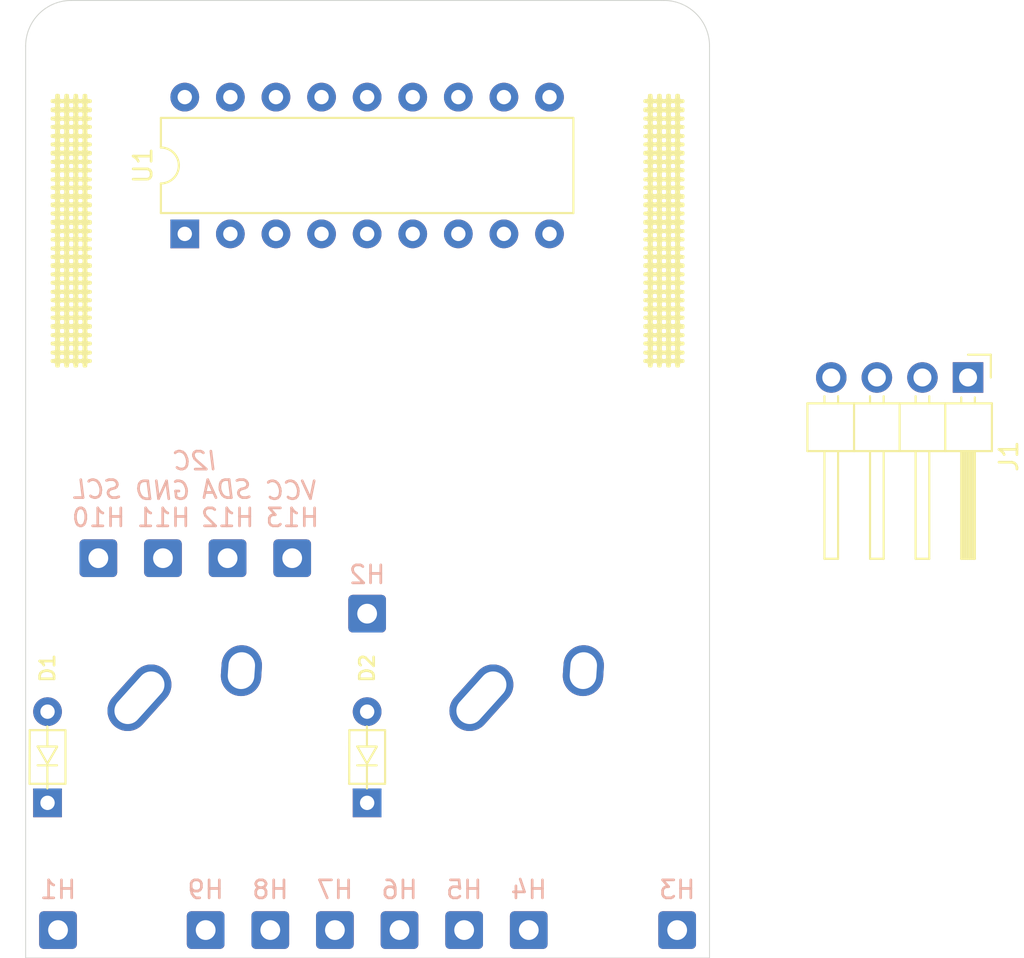
<source format=kicad_pcb>
(kicad_pcb (version 20171130) (host pcbnew "(5.1.6-0-10_14)")

  (general
    (thickness 1.6)
    (drawings 11)
    (tracks 0)
    (zones 0)
    (modules 25)
    (nets 22)
  )

  (page A4)
  (layers
    (0 F.Cu signal)
    (31 B.Cu signal)
    (32 B.Adhes user)
    (33 F.Adhes user)
    (34 B.Paste user)
    (35 F.Paste user)
    (36 B.SilkS user)
    (37 F.SilkS user)
    (38 B.Mask user)
    (39 F.Mask user)
    (40 Dwgs.User user)
    (41 Cmts.User user)
    (42 Eco1.User user)
    (43 Eco2.User user)
    (44 Edge.Cuts user)
    (45 Margin user)
    (46 B.CrtYd user)
    (47 F.CrtYd user)
    (48 B.Fab user hide)
    (49 F.Fab user hide)
  )

  (setup
    (last_trace_width 0.25)
    (trace_clearance 0.2)
    (zone_clearance 0.508)
    (zone_45_only no)
    (trace_min 0.2)
    (via_size 0.8)
    (via_drill 0.4)
    (via_min_size 0.4)
    (via_min_drill 0.3)
    (uvia_size 0.3)
    (uvia_drill 0.1)
    (uvias_allowed no)
    (uvia_min_size 0.2)
    (uvia_min_drill 0.1)
    (edge_width 0.05)
    (segment_width 0.2)
    (pcb_text_width 0.3)
    (pcb_text_size 1.5 1.5)
    (mod_edge_width 0.12)
    (mod_text_size 1 1)
    (mod_text_width 0.15)
    (pad_size 1.524 1.524)
    (pad_drill 0.762)
    (pad_to_mask_clearance 0.05)
    (aux_axis_origin 0 0)
    (grid_origin 156.21 134.112)
    (visible_elements FFFFFF7F)
    (pcbplotparams
      (layerselection 0x010fc_ffffffff)
      (usegerberextensions false)
      (usegerberattributes true)
      (usegerberadvancedattributes true)
      (creategerberjobfile true)
      (excludeedgelayer true)
      (linewidth 0.100000)
      (plotframeref false)
      (viasonmask false)
      (mode 1)
      (useauxorigin false)
      (hpglpennumber 1)
      (hpglpenspeed 20)
      (hpglpendiameter 15.000000)
      (psnegative false)
      (psa4output false)
      (plotreference true)
      (plotvalue true)
      (plotinvisibletext false)
      (padsonsilk false)
      (subtractmaskfromsilk false)
      (outputformat 1)
      (mirror false)
      (drillshape 1)
      (scaleselection 1)
      (outputdirectory ""))
  )

  (net 0 "")
  (net 1 "Net-(D1-Pad2)")
  (net 2 /Row0)
  (net 3 /SCL)
  (net 4 /SDA)
  (net 5 GND)
  (net 6 /ColE)
  (net 7 /GP2)
  (net 8 /GP3)
  (net 9 /GP4)
  (net 10 /GP5)
  (net 11 /GP6)
  (net 12 /GP7)
  (net 13 "Net-(U1-Pad8)")
  (net 14 "Net-(U1-Pad7)")
  (net 15 +5V)
  (net 16 "Net-(D2-Pad2)")
  (net 17 /ColF)
  (net 18 "Net-(H14-Pad1)")
  (net 19 "Net-(H15-Pad1)")
  (net 20 "Net-(H16-Pad1)")
  (net 21 "Net-(H17-Pad1)")

  (net_class Default "This is the default net class."
    (clearance 0.2)
    (trace_width 0.25)
    (via_dia 0.8)
    (via_drill 0.4)
    (uvia_dia 0.3)
    (uvia_drill 0.1)
    (add_net +5V)
    (add_net /ColE)
    (add_net /ColF)
    (add_net /GP2)
    (add_net /GP3)
    (add_net /GP4)
    (add_net /GP5)
    (add_net /GP6)
    (add_net /GP7)
    (add_net /Row0)
    (add_net /SCL)
    (add_net /SDA)
    (add_net GND)
    (add_net "Net-(D1-Pad2)")
    (add_net "Net-(D2-Pad2)")
    (add_net "Net-(H14-Pad1)")
    (add_net "Net-(H15-Pad1)")
    (add_net "Net-(H16-Pad1)")
    (add_net "Net-(H17-Pad1)")
    (add_net "Net-(U1-Pad7)")
    (add_net "Net-(U1-Pad8)")
  )

  (module pin-check-expansion.pretty:pin-check-pattern (layer F.Cu) (tedit 0) (tstamp 5F2BA37D)
    (at 191.77 93.599 90)
    (fp_text reference G*** (at 0 0 90) (layer F.SilkS) hide
      (effects (font (size 1.524 1.524) (thickness 0.3)))
    )
    (fp_text value LOGO (at 0.75 0 90) (layer F.SilkS) hide
      (effects (font (size 1.524 1.524) (thickness 0.3)))
    )
    (fp_poly (pts (xy 7.293469 -1.129332) (xy 7.321139 -1.071228) (xy 7.323666 -1.016) (xy 7.331926 -0.930674)
      (xy 7.373821 -0.895677) (xy 7.471833 -0.889) (xy 7.57138 -0.881921) (xy 7.612211 -0.846011)
      (xy 7.62 -0.762) (xy 7.61174 -0.676674) (xy 7.569845 -0.641677) (xy 7.471833 -0.635)
      (xy 7.372285 -0.627921) (xy 7.331455 -0.592011) (xy 7.323666 -0.508) (xy 7.331926 -0.422674)
      (xy 7.373821 -0.387677) (xy 7.471833 -0.381) (xy 7.57138 -0.373921) (xy 7.612211 -0.338011)
      (xy 7.62 -0.254) (xy 7.61174 -0.168674) (xy 7.569845 -0.133677) (xy 7.471833 -0.127)
      (xy 7.372285 -0.119921) (xy 7.331455 -0.084011) (xy 7.323666 0) (xy 7.331926 0.085326)
      (xy 7.373821 0.120323) (xy 7.471833 0.127) (xy 7.57138 0.134079) (xy 7.612211 0.169989)
      (xy 7.62 0.254) (xy 7.61174 0.339326) (xy 7.569845 0.374323) (xy 7.471833 0.381)
      (xy 7.372285 0.388079) (xy 7.331455 0.423989) (xy 7.323666 0.508) (xy 7.331926 0.593326)
      (xy 7.373821 0.628323) (xy 7.471833 0.635) (xy 7.57138 0.642079) (xy 7.612211 0.677989)
      (xy 7.62 0.762) (xy 7.61174 0.847326) (xy 7.569845 0.882323) (xy 7.471833 0.889)
      (xy 7.372285 0.896079) (xy 7.331455 0.931989) (xy 7.323666 1.016) (xy 7.312276 1.106763)
      (xy 7.263856 1.139967) (xy 7.217833 1.143) (xy 7.142197 1.129331) (xy 7.114527 1.071227)
      (xy 7.112 1.016) (xy 7.10151 0.926045) (xy 7.05203 0.89289) (xy 6.985 0.889)
      (xy 6.895045 0.899489) (xy 6.86189 0.948969) (xy 6.858 1.016) (xy 6.84751 1.105954)
      (xy 6.79803 1.139109) (xy 6.731 1.143) (xy 6.641045 1.13251) (xy 6.60789 1.08303)
      (xy 6.604 1.016) (xy 6.59351 0.926045) (xy 6.54403 0.89289) (xy 6.477 0.889)
      (xy 6.387045 0.899489) (xy 6.35389 0.948969) (xy 6.35 1.016) (xy 6.338609 1.106763)
      (xy 6.290189 1.139967) (xy 6.244166 1.143) (xy 6.16853 1.129331) (xy 6.14086 1.071227)
      (xy 6.138333 1.016) (xy 6.127843 0.926045) (xy 6.078363 0.89289) (xy 6.011333 0.889)
      (xy 5.921379 0.899489) (xy 5.888224 0.948969) (xy 5.884333 1.016) (xy 5.872942 1.106763)
      (xy 5.824522 1.139967) (xy 5.7785 1.143) (xy 5.702863 1.129331) (xy 5.675194 1.071227)
      (xy 5.672666 1.016) (xy 5.664406 0.930673) (xy 5.622511 0.895676) (xy 5.5245 0.889)
      (xy 5.424952 0.896079) (xy 5.384122 0.931989) (xy 5.376333 1.016) (xy 5.364942 1.106763)
      (xy 5.316522 1.139967) (xy 5.2705 1.143) (xy 5.194863 1.129331) (xy 5.167194 1.071227)
      (xy 5.164666 1.016) (xy 5.154177 0.926045) (xy 5.104696 0.89289) (xy 5.037666 0.889)
      (xy 4.947712 0.899489) (xy 4.914557 0.948969) (xy 4.910666 1.016) (xy 4.899276 1.106763)
      (xy 4.850856 1.139967) (xy 4.804833 1.143) (xy 4.729197 1.129331) (xy 4.701527 1.071227)
      (xy 4.699 1.016) (xy 4.68851 0.926045) (xy 4.63903 0.89289) (xy 4.572 0.889)
      (xy 4.482045 0.899489) (xy 4.44889 0.948969) (xy 4.445 1.016) (xy 4.43451 1.105954)
      (xy 4.38503 1.139109) (xy 4.318 1.143) (xy 4.228045 1.13251) (xy 4.19489 1.08303)
      (xy 4.191 1.016) (xy 4.18051 0.926045) (xy 4.13103 0.89289) (xy 4.064 0.889)
      (xy 3.974045 0.899489) (xy 3.94089 0.948969) (xy 3.937 1.016) (xy 3.925609 1.106763)
      (xy 3.877189 1.139967) (xy 3.831166 1.143) (xy 3.75553 1.129331) (xy 3.72786 1.071227)
      (xy 3.725333 1.016) (xy 3.714843 0.926045) (xy 3.665363 0.89289) (xy 3.598333 0.889)
      (xy 3.508379 0.899489) (xy 3.475224 0.948969) (xy 3.471333 1.016) (xy 3.459942 1.106763)
      (xy 3.411522 1.139967) (xy 3.3655 1.143) (xy 3.289863 1.129331) (xy 3.262194 1.071227)
      (xy 3.259666 1.016) (xy 3.251406 0.930673) (xy 3.209511 0.895676) (xy 3.1115 0.889)
      (xy 3.011952 0.896079) (xy 2.971122 0.931989) (xy 2.963333 1.016) (xy 2.951942 1.106763)
      (xy 2.903522 1.139967) (xy 2.8575 1.143) (xy 2.781863 1.129331) (xy 2.754194 1.071227)
      (xy 2.751666 1.016) (xy 2.741177 0.926045) (xy 2.691696 0.89289) (xy 2.624666 0.889)
      (xy 2.534712 0.899489) (xy 2.501557 0.948969) (xy 2.497666 1.016) (xy 2.486276 1.106763)
      (xy 2.437856 1.139967) (xy 2.391833 1.143) (xy 2.316197 1.129331) (xy 2.288527 1.071227)
      (xy 2.286 1.016) (xy 2.27551 0.926045) (xy 2.22603 0.89289) (xy 2.159 0.889)
      (xy 2.069045 0.899489) (xy 2.03589 0.948969) (xy 2.032 1.016) (xy 2.02151 1.105954)
      (xy 1.97203 1.139109) (xy 1.905 1.143) (xy 1.815045 1.13251) (xy 1.78189 1.08303)
      (xy 1.778 1.016) (xy 1.766609 0.925236) (xy 1.718189 0.892032) (xy 1.672166 0.889)
      (xy 1.59653 0.902668) (xy 1.56886 0.960772) (xy 1.566333 1.016) (xy 1.555843 1.105954)
      (xy 1.506363 1.139109) (xy 1.439333 1.143) (xy 1.349379 1.13251) (xy 1.316224 1.08303)
      (xy 1.312333 1.016) (xy 1.301843 0.926045) (xy 1.252363 0.89289) (xy 1.185333 0.889)
      (xy 1.095379 0.899489) (xy 1.062224 0.948969) (xy 1.058333 1.016) (xy 1.046942 1.106763)
      (xy 0.998522 1.139967) (xy 0.9525 1.143) (xy 0.876863 1.129331) (xy 0.849194 1.071227)
      (xy 0.846666 1.016) (xy 0.836177 0.926045) (xy 0.786696 0.89289) (xy 0.719666 0.889)
      (xy 0.629712 0.899489) (xy 0.596557 0.948969) (xy 0.592666 1.016) (xy 0.582177 1.105954)
      (xy 0.532696 1.139109) (xy 0.465666 1.143) (xy 0.375712 1.13251) (xy 0.342557 1.08303)
      (xy 0.338666 1.016) (xy 0.328177 0.926045) (xy 0.278696 0.89289) (xy 0.211666 0.889)
      (xy 0.121712 0.899489) (xy 0.088557 0.948969) (xy 0.084666 1.016) (xy 0.073276 1.106763)
      (xy 0.024856 1.139967) (xy -0.021167 1.143) (xy -0.096803 1.129331) (xy -0.124473 1.071227)
      (xy -0.127 1.016) (xy -0.13749 0.926045) (xy -0.18697 0.89289) (xy -0.254 0.889)
      (xy -0.343955 0.899489) (xy -0.37711 0.948969) (xy -0.381 1.016) (xy -0.392391 1.106763)
      (xy -0.440811 1.139967) (xy -0.486834 1.143) (xy -0.56247 1.129331) (xy -0.59014 1.071227)
      (xy -0.592667 1.016) (xy -0.600927 0.930673) (xy -0.642822 0.895676) (xy -0.740834 0.889)
      (xy -0.840381 0.896079) (xy -0.881212 0.931989) (xy -0.889 1.016) (xy -0.900391 1.106763)
      (xy -0.948811 1.139967) (xy -0.994834 1.143) (xy -1.07047 1.129331) (xy -1.09814 1.071227)
      (xy -1.100667 1.016) (xy -1.111157 0.926045) (xy -1.160637 0.89289) (xy -1.227667 0.889)
      (xy -1.317621 0.899489) (xy -1.350776 0.948969) (xy -1.354667 1.016) (xy -1.366058 1.106763)
      (xy -1.414478 1.139967) (xy -1.4605 1.143) (xy -1.536137 1.129331) (xy -1.563806 1.071227)
      (xy -1.566334 1.016) (xy -1.576823 0.926045) (xy -1.626304 0.89289) (xy -1.693334 0.889)
      (xy -1.783288 0.899489) (xy -1.816443 0.948969) (xy -1.820334 1.016) (xy -1.830823 1.105954)
      (xy -1.880304 1.139109) (xy -1.947334 1.143) (xy -2.037288 1.13251) (xy -2.070443 1.08303)
      (xy -2.074334 1.016) (xy -2.084823 0.926045) (xy -2.134304 0.89289) (xy -2.201334 0.889)
      (xy -2.291288 0.899489) (xy -2.324443 0.948969) (xy -2.328334 1.016) (xy -2.339724 1.106763)
      (xy -2.388144 1.139967) (xy -2.434167 1.143) (xy -2.509803 1.129331) (xy -2.537473 1.071227)
      (xy -2.54 1.016) (xy -2.55049 0.926045) (xy -2.59997 0.89289) (xy -2.667 0.889)
      (xy -2.756955 0.899489) (xy -2.79011 0.948969) (xy -2.794 1.016) (xy -2.805391 1.106763)
      (xy -2.853811 1.139967) (xy -2.899834 1.143) (xy -2.97547 1.129331) (xy -3.00314 1.071227)
      (xy -3.005667 1.016) (xy -3.013927 0.930673) (xy -3.055822 0.895676) (xy -3.153834 0.889)
      (xy -3.253381 0.896079) (xy -3.294212 0.931989) (xy -3.302 1.016) (xy -3.313391 1.106763)
      (xy -3.361811 1.139967) (xy -3.407834 1.143) (xy -3.48347 1.129331) (xy -3.51114 1.071227)
      (xy -3.513667 1.016) (xy -3.524157 0.926045) (xy -3.573637 0.89289) (xy -3.640667 0.889)
      (xy -3.730621 0.899489) (xy -3.763776 0.948969) (xy -3.767667 1.016) (xy -3.779058 1.106763)
      (xy -3.827478 1.139967) (xy -3.8735 1.143) (xy -3.949137 1.129331) (xy -3.976806 1.071227)
      (xy -3.979334 1.016) (xy -3.989823 0.926045) (xy -4.039304 0.89289) (xy -4.106334 0.889)
      (xy -4.196288 0.899489) (xy -4.229443 0.948969) (xy -4.233334 1.016) (xy -4.243823 1.105954)
      (xy -4.293304 1.139109) (xy -4.360334 1.143) (xy -4.450288 1.13251) (xy -4.483443 1.08303)
      (xy -4.487334 1.016) (xy -4.497823 0.926045) (xy -4.547304 0.89289) (xy -4.614334 0.889)
      (xy -4.704288 0.899489) (xy -4.737443 0.948969) (xy -4.741334 1.016) (xy -4.752724 1.106763)
      (xy -4.801144 1.139967) (xy -4.847167 1.143) (xy -4.922803 1.129331) (xy -4.950473 1.071227)
      (xy -4.953 1.016) (xy -4.96349 0.926045) (xy -5.01297 0.89289) (xy -5.08 0.889)
      (xy -5.169955 0.899489) (xy -5.20311 0.948969) (xy -5.207 1.016) (xy -5.21749 1.105954)
      (xy -5.26697 1.139109) (xy -5.334 1.143) (xy -5.423955 1.13251) (xy -5.45711 1.08303)
      (xy -5.461 1.016) (xy -5.47149 0.926045) (xy -5.52097 0.89289) (xy -5.588 0.889)
      (xy -5.677955 0.899489) (xy -5.71111 0.948969) (xy -5.715 1.016) (xy -5.726391 1.106763)
      (xy -5.774811 1.139967) (xy -5.820834 1.143) (xy -5.89647 1.129331) (xy -5.92414 1.071227)
      (xy -5.926667 1.016) (xy -5.937157 0.926045) (xy -5.986637 0.89289) (xy -6.053667 0.889)
      (xy -6.143621 0.899489) (xy -6.176776 0.948969) (xy -6.180667 1.016) (xy -6.192058 1.106763)
      (xy -6.240478 1.139967) (xy -6.2865 1.143) (xy -6.362137 1.129331) (xy -6.389806 1.071227)
      (xy -6.392334 1.016) (xy -6.400594 0.930673) (xy -6.442489 0.895676) (xy -6.5405 0.889)
      (xy -6.640048 0.896079) (xy -6.680878 0.931989) (xy -6.688667 1.016) (xy -6.700058 1.106763)
      (xy -6.748478 1.139967) (xy -6.7945 1.143) (xy -6.870137 1.129331) (xy -6.897806 1.071227)
      (xy -6.900334 1.016) (xy -6.910823 0.926045) (xy -6.960304 0.89289) (xy -7.027334 0.889)
      (xy -7.117288 0.899489) (xy -7.150443 0.948969) (xy -7.154334 1.016) (xy -7.165724 1.106763)
      (xy -7.214144 1.139967) (xy -7.260167 1.143) (xy -7.335803 1.129331) (xy -7.363473 1.071227)
      (xy -7.366 1.016) (xy -7.37649 0.926045) (xy -7.42597 0.89289) (xy -7.493 0.889)
      (xy -7.582955 0.87851) (xy -7.61611 0.82903) (xy -7.62 0.762) (xy -7.609511 0.672045)
      (xy -7.560031 0.63889) (xy -7.493 0.635) (xy -7.403046 0.62451) (xy -7.369891 0.57503)
      (xy -7.366 0.508) (xy -7.154334 0.508) (xy -7.143844 0.597954) (xy -7.094364 0.631109)
      (xy -7.027334 0.635) (xy -6.93738 0.62451) (xy -6.904225 0.57503) (xy -6.900334 0.508)
      (xy -6.688667 0.508) (xy -6.680407 0.593326) (xy -6.638512 0.628323) (xy -6.5405 0.635)
      (xy -6.440953 0.62792) (xy -6.400123 0.59201) (xy -6.392334 0.508) (xy -6.180667 0.508)
      (xy -6.170178 0.597954) (xy -6.120697 0.631109) (xy -6.053667 0.635) (xy -5.963713 0.62451)
      (xy -5.930558 0.57503) (xy -5.926667 0.508) (xy -5.715 0.508) (xy -5.704511 0.597954)
      (xy -5.655031 0.631109) (xy -5.588 0.635) (xy -5.498046 0.62451) (xy -5.464891 0.57503)
      (xy -5.461 0.508) (xy -5.207 0.508) (xy -5.196511 0.597954) (xy -5.147031 0.631109)
      (xy -5.08 0.635) (xy -4.990046 0.62451) (xy -4.956891 0.57503) (xy -4.953 0.508)
      (xy -4.741334 0.508) (xy -4.730844 0.597954) (xy -4.681364 0.631109) (xy -4.614334 0.635)
      (xy -4.52438 0.62451) (xy -4.491225 0.57503) (xy -4.487334 0.508) (xy -4.233334 0.508)
      (xy -4.222844 0.597954) (xy -4.173364 0.631109) (xy -4.106334 0.635) (xy -4.01638 0.62451)
      (xy -3.983225 0.57503) (xy -3.979334 0.508) (xy -3.767667 0.508) (xy -3.757178 0.597954)
      (xy -3.707697 0.631109) (xy -3.640667 0.635) (xy -3.550713 0.62451) (xy -3.517558 0.57503)
      (xy -3.513667 0.508) (xy -3.302 0.508) (xy -3.293741 0.593326) (xy -3.251846 0.628323)
      (xy -3.153834 0.635) (xy -3.054286 0.62792) (xy -3.013456 0.59201) (xy -3.005667 0.508)
      (xy -2.794 0.508) (xy -2.783511 0.597954) (xy -2.734031 0.631109) (xy -2.667 0.635)
      (xy -2.577046 0.62451) (xy -2.543891 0.57503) (xy -2.54 0.508) (xy -2.328334 0.508)
      (xy -2.317844 0.597954) (xy -2.268364 0.631109) (xy -2.201334 0.635) (xy -2.11138 0.62451)
      (xy -2.078225 0.57503) (xy -2.074334 0.508) (xy -1.820334 0.508) (xy -1.809844 0.597954)
      (xy -1.760364 0.631109) (xy -1.693334 0.635) (xy -1.60338 0.62451) (xy -1.570225 0.57503)
      (xy -1.566334 0.508) (xy -1.354667 0.508) (xy -1.344178 0.597954) (xy -1.294697 0.631109)
      (xy -1.227667 0.635) (xy -1.137713 0.62451) (xy -1.104558 0.57503) (xy -1.100667 0.508)
      (xy -0.889 0.508) (xy -0.880741 0.593326) (xy -0.838846 0.628323) (xy -0.740834 0.635)
      (xy -0.641286 0.62792) (xy -0.600456 0.59201) (xy -0.592667 0.508) (xy -0.381 0.508)
      (xy -0.370511 0.597954) (xy -0.321031 0.631109) (xy -0.254 0.635) (xy -0.164046 0.62451)
      (xy -0.130891 0.57503) (xy -0.127 0.508) (xy 0.084666 0.508) (xy 0.095156 0.597954)
      (xy 0.144636 0.631109) (xy 0.211666 0.635) (xy 0.30162 0.62451) (xy 0.334775 0.57503)
      (xy 0.338666 0.508) (xy 0.592666 0.508) (xy 0.603156 0.597954) (xy 0.652636 0.631109)
      (xy 0.719666 0.635) (xy 0.80962 0.62451) (xy 0.842775 0.57503) (xy 0.846666 0.508)
      (xy 1.058333 0.508) (xy 1.068822 0.597954) (xy 1.118303 0.631109) (xy 1.185333 0.635)
      (xy 1.275287 0.62451) (xy 1.308442 0.57503) (xy 1.312333 0.508) (xy 1.566333 0.508)
      (xy 1.577723 0.598763) (xy 1.626143 0.631967) (xy 1.672166 0.635) (xy 1.747802 0.621331)
      (xy 1.775472 0.563227) (xy 1.778 0.508) (xy 2.032 0.508) (xy 2.042489 0.597954)
      (xy 2.091969 0.631109) (xy 2.159 0.635) (xy 2.248954 0.62451) (xy 2.282109 0.57503)
      (xy 2.286 0.508) (xy 2.497666 0.508) (xy 2.508156 0.597954) (xy 2.557636 0.631109)
      (xy 2.624666 0.635) (xy 2.71462 0.62451) (xy 2.747775 0.57503) (xy 2.751666 0.508)
      (xy 2.963333 0.508) (xy 2.971593 0.593326) (xy 3.013488 0.628323) (xy 3.1115 0.635)
      (xy 3.211047 0.62792) (xy 3.251877 0.59201) (xy 3.259666 0.508) (xy 3.471333 0.508)
      (xy 3.481822 0.597954) (xy 3.531303 0.631109) (xy 3.598333 0.635) (xy 3.688287 0.62451)
      (xy 3.721442 0.57503) (xy 3.725333 0.508) (xy 3.937 0.508) (xy 3.947489 0.597954)
      (xy 3.996969 0.631109) (xy 4.064 0.635) (xy 4.153954 0.62451) (xy 4.187109 0.57503)
      (xy 4.191 0.508) (xy 4.445 0.508) (xy 4.455489 0.597954) (xy 4.504969 0.631109)
      (xy 4.572 0.635) (xy 4.661954 0.62451) (xy 4.695109 0.57503) (xy 4.699 0.508)
      (xy 4.910666 0.508) (xy 4.921156 0.597954) (xy 4.970636 0.631109) (xy 5.037666 0.635)
      (xy 5.12762 0.62451) (xy 5.160775 0.57503) (xy 5.164666 0.508) (xy 5.376333 0.508)
      (xy 5.384593 0.593326) (xy 5.426488 0.628323) (xy 5.5245 0.635) (xy 5.624047 0.62792)
      (xy 5.664877 0.59201) (xy 5.672666 0.508) (xy 5.884333 0.508) (xy 5.894822 0.597954)
      (xy 5.944303 0.631109) (xy 6.011333 0.635) (xy 6.101287 0.62451) (xy 6.134442 0.57503)
      (xy 6.138333 0.508) (xy 6.35 0.508) (xy 6.360489 0.597954) (xy 6.409969 0.631109)
      (xy 6.477 0.635) (xy 6.566954 0.62451) (xy 6.600109 0.57503) (xy 6.604 0.508)
      (xy 6.858 0.508) (xy 6.868489 0.597954) (xy 6.917969 0.631109) (xy 6.985 0.635)
      (xy 7.074954 0.62451) (xy 7.108109 0.57503) (xy 7.112 0.508) (xy 7.10151 0.418045)
      (xy 7.05203 0.38489) (xy 6.985 0.381) (xy 6.895045 0.391489) (xy 6.86189 0.440969)
      (xy 6.858 0.508) (xy 6.604 0.508) (xy 6.59351 0.418045) (xy 6.54403 0.38489)
      (xy 6.477 0.381) (xy 6.387045 0.391489) (xy 6.35389 0.440969) (xy 6.35 0.508)
      (xy 6.138333 0.508) (xy 6.127843 0.418045) (xy 6.078363 0.38489) (xy 6.011333 0.381)
      (xy 5.921379 0.391489) (xy 5.888224 0.440969) (xy 5.884333 0.508) (xy 5.672666 0.508)
      (xy 5.664406 0.422673) (xy 5.622511 0.387676) (xy 5.5245 0.381) (xy 5.424952 0.388079)
      (xy 5.384122 0.423989) (xy 5.376333 0.508) (xy 5.164666 0.508) (xy 5.154177 0.418045)
      (xy 5.104696 0.38489) (xy 5.037666 0.381) (xy 4.947712 0.391489) (xy 4.914557 0.440969)
      (xy 4.910666 0.508) (xy 4.699 0.508) (xy 4.68851 0.418045) (xy 4.63903 0.38489)
      (xy 4.572 0.381) (xy 4.482045 0.391489) (xy 4.44889 0.440969) (xy 4.445 0.508)
      (xy 4.191 0.508) (xy 4.18051 0.418045) (xy 4.13103 0.38489) (xy 4.064 0.381)
      (xy 3.974045 0.391489) (xy 3.94089 0.440969) (xy 3.937 0.508) (xy 3.725333 0.508)
      (xy 3.714843 0.418045) (xy 3.665363 0.38489) (xy 3.598333 0.381) (xy 3.508379 0.391489)
      (xy 3.475224 0.440969) (xy 3.471333 0.508) (xy 3.259666 0.508) (xy 3.251406 0.422673)
      (xy 3.209511 0.387676) (xy 3.1115 0.381) (xy 3.011952 0.388079) (xy 2.971122 0.423989)
      (xy 2.963333 0.508) (xy 2.751666 0.508) (xy 2.741177 0.418045) (xy 2.691696 0.38489)
      (xy 2.624666 0.381) (xy 2.534712 0.391489) (xy 2.501557 0.440969) (xy 2.497666 0.508)
      (xy 2.286 0.508) (xy 2.27551 0.418045) (xy 2.22603 0.38489) (xy 2.159 0.381)
      (xy 2.069045 0.391489) (xy 2.03589 0.440969) (xy 2.032 0.508) (xy 1.778 0.508)
      (xy 1.766609 0.417236) (xy 1.718189 0.384032) (xy 1.672166 0.381) (xy 1.59653 0.394668)
      (xy 1.56886 0.452772) (xy 1.566333 0.508) (xy 1.312333 0.508) (xy 1.301843 0.418045)
      (xy 1.252363 0.38489) (xy 1.185333 0.381) (xy 1.095379 0.391489) (xy 1.062224 0.440969)
      (xy 1.058333 0.508) (xy 0.846666 0.508) (xy 0.836177 0.418045) (xy 0.786696 0.38489)
      (xy 0.719666 0.381) (xy 0.629712 0.391489) (xy 0.596557 0.440969) (xy 0.592666 0.508)
      (xy 0.338666 0.508) (xy 0.328177 0.418045) (xy 0.278696 0.38489) (xy 0.211666 0.381)
      (xy 0.121712 0.391489) (xy 0.088557 0.440969) (xy 0.084666 0.508) (xy -0.127 0.508)
      (xy -0.13749 0.418045) (xy -0.18697 0.38489) (xy -0.254 0.381) (xy -0.343955 0.391489)
      (xy -0.37711 0.440969) (xy -0.381 0.508) (xy -0.592667 0.508) (xy -0.600927 0.422673)
      (xy -0.642822 0.387676) (xy -0.740834 0.381) (xy -0.840381 0.388079) (xy -0.881212 0.423989)
      (xy -0.889 0.508) (xy -1.100667 0.508) (xy -1.111157 0.418045) (xy -1.160637 0.38489)
      (xy -1.227667 0.381) (xy -1.317621 0.391489) (xy -1.350776 0.440969) (xy -1.354667 0.508)
      (xy -1.566334 0.508) (xy -1.576823 0.418045) (xy -1.626304 0.38489) (xy -1.693334 0.381)
      (xy -1.783288 0.391489) (xy -1.816443 0.440969) (xy -1.820334 0.508) (xy -2.074334 0.508)
      (xy -2.084823 0.418045) (xy -2.134304 0.38489) (xy -2.201334 0.381) (xy -2.291288 0.391489)
      (xy -2.324443 0.440969) (xy -2.328334 0.508) (xy -2.54 0.508) (xy -2.55049 0.418045)
      (xy -2.59997 0.38489) (xy -2.667 0.381) (xy -2.756955 0.391489) (xy -2.79011 0.440969)
      (xy -2.794 0.508) (xy -3.005667 0.508) (xy -3.013927 0.422673) (xy -3.055822 0.387676)
      (xy -3.153834 0.381) (xy -3.253381 0.388079) (xy -3.294212 0.423989) (xy -3.302 0.508)
      (xy -3.513667 0.508) (xy -3.524157 0.418045) (xy -3.573637 0.38489) (xy -3.640667 0.381)
      (xy -3.730621 0.391489) (xy -3.763776 0.440969) (xy -3.767667 0.508) (xy -3.979334 0.508)
      (xy -3.989823 0.418045) (xy -4.039304 0.38489) (xy -4.106334 0.381) (xy -4.196288 0.391489)
      (xy -4.229443 0.440969) (xy -4.233334 0.508) (xy -4.487334 0.508) (xy -4.497823 0.418045)
      (xy -4.547304 0.38489) (xy -4.614334 0.381) (xy -4.704288 0.391489) (xy -4.737443 0.440969)
      (xy -4.741334 0.508) (xy -4.953 0.508) (xy -4.96349 0.418045) (xy -5.01297 0.38489)
      (xy -5.08 0.381) (xy -5.169955 0.391489) (xy -5.20311 0.440969) (xy -5.207 0.508)
      (xy -5.461 0.508) (xy -5.47149 0.418045) (xy -5.52097 0.38489) (xy -5.588 0.381)
      (xy -5.677955 0.391489) (xy -5.71111 0.440969) (xy -5.715 0.508) (xy -5.926667 0.508)
      (xy -5.937157 0.418045) (xy -5.986637 0.38489) (xy -6.053667 0.381) (xy -6.143621 0.391489)
      (xy -6.176776 0.440969) (xy -6.180667 0.508) (xy -6.392334 0.508) (xy -6.400594 0.422673)
      (xy -6.442489 0.387676) (xy -6.5405 0.381) (xy -6.640048 0.388079) (xy -6.680878 0.423989)
      (xy -6.688667 0.508) (xy -6.900334 0.508) (xy -6.910823 0.418045) (xy -6.960304 0.38489)
      (xy -7.027334 0.381) (xy -7.117288 0.391489) (xy -7.150443 0.440969) (xy -7.154334 0.508)
      (xy -7.366 0.508) (xy -7.37649 0.418045) (xy -7.42597 0.38489) (xy -7.493 0.381)
      (xy -7.582955 0.37051) (xy -7.61611 0.32103) (xy -7.62 0.254) (xy -7.609511 0.164045)
      (xy -7.560031 0.13089) (xy -7.493 0.127) (xy -7.403046 0.11651) (xy -7.369891 0.06703)
      (xy -7.366 0) (xy -7.154334 0) (xy -7.143844 0.089954) (xy -7.094364 0.123109)
      (xy -7.027334 0.127) (xy -6.93738 0.11651) (xy -6.904225 0.06703) (xy -6.900334 0)
      (xy -6.688667 0) (xy -6.680407 0.085326) (xy -6.638512 0.120323) (xy -6.5405 0.127)
      (xy -6.440953 0.11992) (xy -6.400123 0.08401) (xy -6.392334 0) (xy -6.180667 0)
      (xy -6.170178 0.089954) (xy -6.120697 0.123109) (xy -6.053667 0.127) (xy -5.963713 0.11651)
      (xy -5.930558 0.06703) (xy -5.926667 0) (xy -5.715 0) (xy -5.704511 0.089954)
      (xy -5.655031 0.123109) (xy -5.588 0.127) (xy -5.498046 0.11651) (xy -5.464891 0.06703)
      (xy -5.461 0) (xy -5.207 0) (xy -5.196511 0.089954) (xy -5.147031 0.123109)
      (xy -5.08 0.127) (xy -4.990046 0.11651) (xy -4.956891 0.06703) (xy -4.953 0)
      (xy -4.741334 0) (xy -4.730844 0.089954) (xy -4.681364 0.123109) (xy -4.614334 0.127)
      (xy -4.52438 0.11651) (xy -4.491225 0.06703) (xy -4.487334 0) (xy -4.233334 0)
      (xy -4.222844 0.089954) (xy -4.173364 0.123109) (xy -4.106334 0.127) (xy -4.01638 0.11651)
      (xy -3.983225 0.06703) (xy -3.979334 0) (xy -3.767667 0) (xy -3.757178 0.089954)
      (xy -3.707697 0.123109) (xy -3.640667 0.127) (xy -3.550713 0.11651) (xy -3.517558 0.06703)
      (xy -3.513667 0) (xy -3.302 0) (xy -3.293741 0.085326) (xy -3.251846 0.120323)
      (xy -3.153834 0.127) (xy -3.054286 0.11992) (xy -3.013456 0.08401) (xy -3.005667 0)
      (xy -2.794 0) (xy -2.783511 0.089954) (xy -2.734031 0.123109) (xy -2.667 0.127)
      (xy -2.577046 0.11651) (xy -2.543891 0.06703) (xy -2.54 0) (xy -2.328334 0)
      (xy -2.317844 0.089954) (xy -2.268364 0.123109) (xy -2.201334 0.127) (xy -2.11138 0.11651)
      (xy -2.078225 0.06703) (xy -2.074334 0) (xy -1.820334 0) (xy -1.809844 0.089954)
      (xy -1.760364 0.123109) (xy -1.693334 0.127) (xy -1.60338 0.11651) (xy -1.570225 0.06703)
      (xy -1.566334 0) (xy -1.354667 0) (xy -1.344178 0.089954) (xy -1.294697 0.123109)
      (xy -1.227667 0.127) (xy -1.137713 0.11651) (xy -1.104558 0.06703) (xy -1.100667 0)
      (xy -0.889 0) (xy -0.880741 0.085326) (xy -0.838846 0.120323) (xy -0.740834 0.127)
      (xy -0.641286 0.11992) (xy -0.600456 0.08401) (xy -0.592667 0) (xy -0.381 0)
      (xy -0.370511 0.089954) (xy -0.321031 0.123109) (xy -0.254 0.127) (xy -0.164046 0.11651)
      (xy -0.130891 0.06703) (xy -0.127 0) (xy 0.084666 0) (xy 0.095156 0.089954)
      (xy 0.144636 0.123109) (xy 0.211666 0.127) (xy 0.30162 0.11651) (xy 0.334775 0.06703)
      (xy 0.338666 0) (xy 0.592666 0) (xy 0.603156 0.089954) (xy 0.652636 0.123109)
      (xy 0.719666 0.127) (xy 0.80962 0.11651) (xy 0.842775 0.06703) (xy 0.846666 0)
      (xy 1.058333 0) (xy 1.068822 0.089954) (xy 1.118303 0.123109) (xy 1.185333 0.127)
      (xy 1.275287 0.11651) (xy 1.308442 0.06703) (xy 1.312333 0) (xy 1.566333 0)
      (xy 1.577723 0.090763) (xy 1.626143 0.123967) (xy 1.672166 0.127) (xy 1.747802 0.113331)
      (xy 1.775472 0.055227) (xy 1.778 0) (xy 2.032 0) (xy 2.042489 0.089954)
      (xy 2.091969 0.123109) (xy 2.159 0.127) (xy 2.248954 0.11651) (xy 2.282109 0.06703)
      (xy 2.286 0) (xy 2.497666 0) (xy 2.508156 0.089954) (xy 2.557636 0.123109)
      (xy 2.624666 0.127) (xy 2.71462 0.11651) (xy 2.747775 0.06703) (xy 2.751666 0)
      (xy 2.963333 0) (xy 2.971593 0.085326) (xy 3.013488 0.120323) (xy 3.1115 0.127)
      (xy 3.211047 0.11992) (xy 3.251877 0.08401) (xy 3.259666 0) (xy 3.471333 0)
      (xy 3.481822 0.089954) (xy 3.531303 0.123109) (xy 3.598333 0.127) (xy 3.688287 0.11651)
      (xy 3.721442 0.06703) (xy 3.725333 0) (xy 3.937 0) (xy 3.947489 0.089954)
      (xy 3.996969 0.123109) (xy 4.064 0.127) (xy 4.153954 0.11651) (xy 4.187109 0.06703)
      (xy 4.191 0) (xy 4.445 0) (xy 4.455489 0.089954) (xy 4.504969 0.123109)
      (xy 4.572 0.127) (xy 4.661954 0.11651) (xy 4.695109 0.06703) (xy 4.699 0)
      (xy 4.910666 0) (xy 4.921156 0.089954) (xy 4.970636 0.123109) (xy 5.037666 0.127)
      (xy 5.12762 0.11651) (xy 5.160775 0.06703) (xy 5.164666 0) (xy 5.376333 0)
      (xy 5.384593 0.085326) (xy 5.426488 0.120323) (xy 5.5245 0.127) (xy 5.624047 0.11992)
      (xy 5.664877 0.08401) (xy 5.672666 0) (xy 5.884333 0) (xy 5.894822 0.089954)
      (xy 5.944303 0.123109) (xy 6.011333 0.127) (xy 6.101287 0.11651) (xy 6.134442 0.06703)
      (xy 6.138333 0) (xy 6.35 0) (xy 6.360489 0.089954) (xy 6.409969 0.123109)
      (xy 6.477 0.127) (xy 6.566954 0.11651) (xy 6.600109 0.06703) (xy 6.604 0)
      (xy 6.858 0) (xy 6.868489 0.089954) (xy 6.917969 0.123109) (xy 6.985 0.127)
      (xy 7.074954 0.11651) (xy 7.108109 0.06703) (xy 7.112 0) (xy 7.10151 -0.089955)
      (xy 7.05203 -0.12311) (xy 6.985 -0.127) (xy 6.895045 -0.116511) (xy 6.86189 -0.067031)
      (xy 6.858 0) (xy 6.604 0) (xy 6.59351 -0.089955) (xy 6.54403 -0.12311)
      (xy 6.477 -0.127) (xy 6.387045 -0.116511) (xy 6.35389 -0.067031) (xy 6.35 0)
      (xy 6.138333 0) (xy 6.127843 -0.089955) (xy 6.078363 -0.12311) (xy 6.011333 -0.127)
      (xy 5.921379 -0.116511) (xy 5.888224 -0.067031) (xy 5.884333 0) (xy 5.672666 0)
      (xy 5.664406 -0.085327) (xy 5.622511 -0.120324) (xy 5.5245 -0.127) (xy 5.424952 -0.119921)
      (xy 5.384122 -0.084011) (xy 5.376333 0) (xy 5.164666 0) (xy 5.154177 -0.089955)
      (xy 5.104696 -0.12311) (xy 5.037666 -0.127) (xy 4.947712 -0.116511) (xy 4.914557 -0.067031)
      (xy 4.910666 0) (xy 4.699 0) (xy 4.68851 -0.089955) (xy 4.63903 -0.12311)
      (xy 4.572 -0.127) (xy 4.482045 -0.116511) (xy 4.44889 -0.067031) (xy 4.445 0)
      (xy 4.191 0) (xy 4.18051 -0.089955) (xy 4.13103 -0.12311) (xy 4.064 -0.127)
      (xy 3.974045 -0.116511) (xy 3.94089 -0.067031) (xy 3.937 0) (xy 3.725333 0)
      (xy 3.714843 -0.089955) (xy 3.665363 -0.12311) (xy 3.598333 -0.127) (xy 3.508379 -0.116511)
      (xy 3.475224 -0.067031) (xy 3.471333 0) (xy 3.259666 0) (xy 3.251406 -0.085327)
      (xy 3.209511 -0.120324) (xy 3.1115 -0.127) (xy 3.011952 -0.119921) (xy 2.971122 -0.084011)
      (xy 2.963333 0) (xy 2.751666 0) (xy 2.741177 -0.089955) (xy 2.691696 -0.12311)
      (xy 2.624666 -0.127) (xy 2.534712 -0.116511) (xy 2.501557 -0.067031) (xy 2.497666 0)
      (xy 2.286 0) (xy 2.27551 -0.089955) (xy 2.22603 -0.12311) (xy 2.159 -0.127)
      (xy 2.069045 -0.116511) (xy 2.03589 -0.067031) (xy 2.032 0) (xy 1.778 0)
      (xy 1.766609 -0.090764) (xy 1.718189 -0.123968) (xy 1.672166 -0.127) (xy 1.59653 -0.113332)
      (xy 1.56886 -0.055228) (xy 1.566333 0) (xy 1.312333 0) (xy 1.301843 -0.089955)
      (xy 1.252363 -0.12311) (xy 1.185333 -0.127) (xy 1.095379 -0.116511) (xy 1.062224 -0.067031)
      (xy 1.058333 0) (xy 0.846666 0) (xy 0.836177 -0.089955) (xy 0.786696 -0.12311)
      (xy 0.719666 -0.127) (xy 0.629712 -0.116511) (xy 0.596557 -0.067031) (xy 0.592666 0)
      (xy 0.338666 0) (xy 0.328177 -0.089955) (xy 0.278696 -0.12311) (xy 0.211666 -0.127)
      (xy 0.121712 -0.116511) (xy 0.088557 -0.067031) (xy 0.084666 0) (xy -0.127 0)
      (xy -0.13749 -0.089955) (xy -0.18697 -0.12311) (xy -0.254 -0.127) (xy -0.343955 -0.116511)
      (xy -0.37711 -0.067031) (xy -0.381 0) (xy -0.592667 0) (xy -0.600927 -0.085327)
      (xy -0.642822 -0.120324) (xy -0.740834 -0.127) (xy -0.840381 -0.119921) (xy -0.881212 -0.084011)
      (xy -0.889 0) (xy -1.100667 0) (xy -1.111157 -0.089955) (xy -1.160637 -0.12311)
      (xy -1.227667 -0.127) (xy -1.317621 -0.116511) (xy -1.350776 -0.067031) (xy -1.354667 0)
      (xy -1.566334 0) (xy -1.576823 -0.089955) (xy -1.626304 -0.12311) (xy -1.693334 -0.127)
      (xy -1.783288 -0.116511) (xy -1.816443 -0.067031) (xy -1.820334 0) (xy -2.074334 0)
      (xy -2.084823 -0.089955) (xy -2.134304 -0.12311) (xy -2.201334 -0.127) (xy -2.291288 -0.116511)
      (xy -2.324443 -0.067031) (xy -2.328334 0) (xy -2.54 0) (xy -2.55049 -0.089955)
      (xy -2.59997 -0.12311) (xy -2.667 -0.127) (xy -2.756955 -0.116511) (xy -2.79011 -0.067031)
      (xy -2.794 0) (xy -3.005667 0) (xy -3.013927 -0.085327) (xy -3.055822 -0.120324)
      (xy -3.153834 -0.127) (xy -3.253381 -0.119921) (xy -3.294212 -0.084011) (xy -3.302 0)
      (xy -3.513667 0) (xy -3.524157 -0.089955) (xy -3.573637 -0.12311) (xy -3.640667 -0.127)
      (xy -3.730621 -0.116511) (xy -3.763776 -0.067031) (xy -3.767667 0) (xy -3.979334 0)
      (xy -3.989823 -0.089955) (xy -4.039304 -0.12311) (xy -4.106334 -0.127) (xy -4.196288 -0.116511)
      (xy -4.229443 -0.067031) (xy -4.233334 0) (xy -4.487334 0) (xy -4.497823 -0.089955)
      (xy -4.547304 -0.12311) (xy -4.614334 -0.127) (xy -4.704288 -0.116511) (xy -4.737443 -0.067031)
      (xy -4.741334 0) (xy -4.953 0) (xy -4.96349 -0.089955) (xy -5.01297 -0.12311)
      (xy -5.08 -0.127) (xy -5.169955 -0.116511) (xy -5.20311 -0.067031) (xy -5.207 0)
      (xy -5.461 0) (xy -5.47149 -0.089955) (xy -5.52097 -0.12311) (xy -5.588 -0.127)
      (xy -5.677955 -0.116511) (xy -5.71111 -0.067031) (xy -5.715 0) (xy -5.926667 0)
      (xy -5.937157 -0.089955) (xy -5.986637 -0.12311) (xy -6.053667 -0.127) (xy -6.143621 -0.116511)
      (xy -6.176776 -0.067031) (xy -6.180667 0) (xy -6.392334 0) (xy -6.400594 -0.085327)
      (xy -6.442489 -0.120324) (xy -6.5405 -0.127) (xy -6.640048 -0.119921) (xy -6.680878 -0.084011)
      (xy -6.688667 0) (xy -6.900334 0) (xy -6.910823 -0.089955) (xy -6.960304 -0.12311)
      (xy -7.027334 -0.127) (xy -7.117288 -0.116511) (xy -7.150443 -0.067031) (xy -7.154334 0)
      (xy -7.366 0) (xy -7.37649 -0.089955) (xy -7.42597 -0.12311) (xy -7.493 -0.127)
      (xy -7.582955 -0.13749) (xy -7.61611 -0.18697) (xy -7.62 -0.254) (xy -7.609511 -0.343955)
      (xy -7.560031 -0.37711) (xy -7.493 -0.381) (xy -7.403046 -0.39149) (xy -7.369891 -0.44097)
      (xy -7.366 -0.508) (xy -7.154334 -0.508) (xy -7.143844 -0.418046) (xy -7.094364 -0.384891)
      (xy -7.027334 -0.381) (xy -6.93738 -0.39149) (xy -6.904225 -0.44097) (xy -6.900334 -0.508)
      (xy -6.688667 -0.508) (xy -6.680407 -0.422674) (xy -6.638512 -0.387677) (xy -6.5405 -0.381)
      (xy -6.440953 -0.38808) (xy -6.400123 -0.42399) (xy -6.392334 -0.508) (xy -6.180667 -0.508)
      (xy -6.170178 -0.418046) (xy -6.120697 -0.384891) (xy -6.053667 -0.381) (xy -5.963713 -0.39149)
      (xy -5.930558 -0.44097) (xy -5.926667 -0.508) (xy -5.715 -0.508) (xy -5.704511 -0.418046)
      (xy -5.655031 -0.384891) (xy -5.588 -0.381) (xy -5.498046 -0.39149) (xy -5.464891 -0.44097)
      (xy -5.461 -0.508) (xy -5.207 -0.508) (xy -5.196511 -0.418046) (xy -5.147031 -0.384891)
      (xy -5.08 -0.381) (xy -4.990046 -0.39149) (xy -4.956891 -0.44097) (xy -4.953 -0.508)
      (xy -4.741334 -0.508) (xy -4.730844 -0.418046) (xy -4.681364 -0.384891) (xy -4.614334 -0.381)
      (xy -4.52438 -0.39149) (xy -4.491225 -0.44097) (xy -4.487334 -0.508) (xy -4.233334 -0.508)
      (xy -4.222844 -0.418046) (xy -4.173364 -0.384891) (xy -4.106334 -0.381) (xy -4.01638 -0.39149)
      (xy -3.983225 -0.44097) (xy -3.979334 -0.508) (xy -3.767667 -0.508) (xy -3.757178 -0.418046)
      (xy -3.707697 -0.384891) (xy -3.640667 -0.381) (xy -3.550713 -0.39149) (xy -3.517558 -0.44097)
      (xy -3.513667 -0.508) (xy -3.302 -0.508) (xy -3.293741 -0.422674) (xy -3.251846 -0.387677)
      (xy -3.153834 -0.381) (xy -3.054286 -0.38808) (xy -3.013456 -0.42399) (xy -3.005667 -0.508)
      (xy -2.794 -0.508) (xy -2.783511 -0.418046) (xy -2.734031 -0.384891) (xy -2.667 -0.381)
      (xy -2.577046 -0.39149) (xy -2.543891 -0.44097) (xy -2.54 -0.508) (xy -2.328334 -0.508)
      (xy -2.317844 -0.418046) (xy -2.268364 -0.384891) (xy -2.201334 -0.381) (xy -2.11138 -0.39149)
      (xy -2.078225 -0.44097) (xy -2.074334 -0.508) (xy -1.820334 -0.508) (xy -1.809844 -0.418046)
      (xy -1.760364 -0.384891) (xy -1.693334 -0.381) (xy -1.60338 -0.39149) (xy -1.570225 -0.44097)
      (xy -1.566334 -0.508) (xy -1.354667 -0.508) (xy -1.344178 -0.418046) (xy -1.294697 -0.384891)
      (xy -1.227667 -0.381) (xy -1.137713 -0.39149) (xy -1.104558 -0.44097) (xy -1.100667 -0.508)
      (xy -0.889 -0.508) (xy -0.880741 -0.422674) (xy -0.838846 -0.387677) (xy -0.740834 -0.381)
      (xy -0.641286 -0.38808) (xy -0.600456 -0.42399) (xy -0.592667 -0.508) (xy -0.381 -0.508)
      (xy -0.370511 -0.418046) (xy -0.321031 -0.384891) (xy -0.254 -0.381) (xy -0.164046 -0.39149)
      (xy -0.130891 -0.44097) (xy -0.127 -0.508) (xy 0.084666 -0.508) (xy 0.095156 -0.418046)
      (xy 0.144636 -0.384891) (xy 0.211666 -0.381) (xy 0.30162 -0.39149) (xy 0.334775 -0.44097)
      (xy 0.338666 -0.508) (xy 0.592666 -0.508) (xy 0.603156 -0.418046) (xy 0.652636 -0.384891)
      (xy 0.719666 -0.381) (xy 0.80962 -0.39149) (xy 0.842775 -0.44097) (xy 0.846666 -0.508)
      (xy 1.058333 -0.508) (xy 1.068822 -0.418046) (xy 1.118303 -0.384891) (xy 1.185333 -0.381)
      (xy 1.275287 -0.39149) (xy 1.308442 -0.44097) (xy 1.312333 -0.508) (xy 1.566333 -0.508)
      (xy 1.577723 -0.417237) (xy 1.626143 -0.384033) (xy 1.672166 -0.381) (xy 1.747802 -0.394669)
      (xy 1.775472 -0.452773) (xy 1.778 -0.508) (xy 2.032 -0.508) (xy 2.042489 -0.418046)
      (xy 2.091969 -0.384891) (xy 2.159 -0.381) (xy 2.248954 -0.39149) (xy 2.282109 -0.44097)
      (xy 2.286 -0.508) (xy 2.497666 -0.508) (xy 2.508156 -0.418046) (xy 2.557636 -0.384891)
      (xy 2.624666 -0.381) (xy 2.71462 -0.39149) (xy 2.747775 -0.44097) (xy 2.751666 -0.508)
      (xy 2.963333 -0.508) (xy 2.971593 -0.422674) (xy 3.013488 -0.387677) (xy 3.1115 -0.381)
      (xy 3.211047 -0.38808) (xy 3.251877 -0.42399) (xy 3.259666 -0.508) (xy 3.471333 -0.508)
      (xy 3.481822 -0.418046) (xy 3.531303 -0.384891) (xy 3.598333 -0.381) (xy 3.688287 -0.39149)
      (xy 3.721442 -0.44097) (xy 3.725333 -0.508) (xy 3.937 -0.508) (xy 3.947489 -0.418046)
      (xy 3.996969 -0.384891) (xy 4.064 -0.381) (xy 4.153954 -0.39149) (xy 4.187109 -0.44097)
      (xy 4.191 -0.508) (xy 4.445 -0.508) (xy 4.455489 -0.418046) (xy 4.504969 -0.384891)
      (xy 4.572 -0.381) (xy 4.661954 -0.39149) (xy 4.695109 -0.44097) (xy 4.699 -0.508)
      (xy 4.910666 -0.508) (xy 4.921156 -0.418046) (xy 4.970636 -0.384891) (xy 5.037666 -0.381)
      (xy 5.12762 -0.39149) (xy 5.160775 -0.44097) (xy 5.164666 -0.508) (xy 5.376333 -0.508)
      (xy 5.384593 -0.422674) (xy 5.426488 -0.387677) (xy 5.5245 -0.381) (xy 5.624047 -0.38808)
      (xy 5.664877 -0.42399) (xy 5.672666 -0.508) (xy 5.884333 -0.508) (xy 5.894822 -0.418046)
      (xy 5.944303 -0.384891) (xy 6.011333 -0.381) (xy 6.101287 -0.39149) (xy 6.134442 -0.44097)
      (xy 6.138333 -0.508) (xy 6.35 -0.508) (xy 6.360489 -0.418046) (xy 6.409969 -0.384891)
      (xy 6.477 -0.381) (xy 6.566954 -0.39149) (xy 6.600109 -0.44097) (xy 6.604 -0.508)
      (xy 6.858 -0.508) (xy 6.868489 -0.418046) (xy 6.917969 -0.384891) (xy 6.985 -0.381)
      (xy 7.074954 -0.39149) (xy 7.108109 -0.44097) (xy 7.112 -0.508) (xy 7.10151 -0.597955)
      (xy 7.05203 -0.63111) (xy 6.985 -0.635) (xy 6.895045 -0.624511) (xy 6.86189 -0.575031)
      (xy 6.858 -0.508) (xy 6.604 -0.508) (xy 6.59351 -0.597955) (xy 6.54403 -0.63111)
      (xy 6.477 -0.635) (xy 6.387045 -0.624511) (xy 6.35389 -0.575031) (xy 6.35 -0.508)
      (xy 6.138333 -0.508) (xy 6.127843 -0.597955) (xy 6.078363 -0.63111) (xy 6.011333 -0.635)
      (xy 5.921379 -0.624511) (xy 5.888224 -0.575031) (xy 5.884333 -0.508) (xy 5.672666 -0.508)
      (xy 5.664406 -0.593327) (xy 5.622511 -0.628324) (xy 5.5245 -0.635) (xy 5.424952 -0.627921)
      (xy 5.384122 -0.592011) (xy 5.376333 -0.508) (xy 5.164666 -0.508) (xy 5.154177 -0.597955)
      (xy 5.104696 -0.63111) (xy 5.037666 -0.635) (xy 4.947712 -0.624511) (xy 4.914557 -0.575031)
      (xy 4.910666 -0.508) (xy 4.699 -0.508) (xy 4.68851 -0.597955) (xy 4.63903 -0.63111)
      (xy 4.572 -0.635) (xy 4.482045 -0.624511) (xy 4.44889 -0.575031) (xy 4.445 -0.508)
      (xy 4.191 -0.508) (xy 4.18051 -0.597955) (xy 4.13103 -0.63111) (xy 4.064 -0.635)
      (xy 3.974045 -0.624511) (xy 3.94089 -0.575031) (xy 3.937 -0.508) (xy 3.725333 -0.508)
      (xy 3.714843 -0.597955) (xy 3.665363 -0.63111) (xy 3.598333 -0.635) (xy 3.508379 -0.624511)
      (xy 3.475224 -0.575031) (xy 3.471333 -0.508) (xy 3.259666 -0.508) (xy 3.251406 -0.593327)
      (xy 3.209511 -0.628324) (xy 3.1115 -0.635) (xy 3.011952 -0.627921) (xy 2.971122 -0.592011)
      (xy 2.963333 -0.508) (xy 2.751666 -0.508) (xy 2.741177 -0.597955) (xy 2.691696 -0.63111)
      (xy 2.624666 -0.635) (xy 2.534712 -0.624511) (xy 2.501557 -0.575031) (xy 2.497666 -0.508)
      (xy 2.286 -0.508) (xy 2.27551 -0.597955) (xy 2.22603 -0.63111) (xy 2.159 -0.635)
      (xy 2.069045 -0.624511) (xy 2.03589 -0.575031) (xy 2.032 -0.508) (xy 1.778 -0.508)
      (xy 1.766609 -0.598764) (xy 1.718189 -0.631968) (xy 1.672166 -0.635) (xy 1.59653 -0.621332)
      (xy 1.56886 -0.563228) (xy 1.566333 -0.508) (xy 1.312333 -0.508) (xy 1.301843 -0.597955)
      (xy 1.252363 -0.63111) (xy 1.185333 -0.635) (xy 1.095379 -0.624511) (xy 1.062224 -0.575031)
      (xy 1.058333 -0.508) (xy 0.846666 -0.508) (xy 0.836177 -0.597955) (xy 0.786696 -0.63111)
      (xy 0.719666 -0.635) (xy 0.629712 -0.624511) (xy 0.596557 -0.575031) (xy 0.592666 -0.508)
      (xy 0.338666 -0.508) (xy 0.328177 -0.597955) (xy 0.278696 -0.63111) (xy 0.211666 -0.635)
      (xy 0.121712 -0.624511) (xy 0.088557 -0.575031) (xy 0.084666 -0.508) (xy -0.127 -0.508)
      (xy -0.13749 -0.597955) (xy -0.18697 -0.63111) (xy -0.254 -0.635) (xy -0.343955 -0.624511)
      (xy -0.37711 -0.575031) (xy -0.381 -0.508) (xy -0.592667 -0.508) (xy -0.600927 -0.593327)
      (xy -0.642822 -0.628324) (xy -0.740834 -0.635) (xy -0.840381 -0.627921) (xy -0.881212 -0.592011)
      (xy -0.889 -0.508) (xy -1.100667 -0.508) (xy -1.111157 -0.597955) (xy -1.160637 -0.63111)
      (xy -1.227667 -0.635) (xy -1.317621 -0.624511) (xy -1.350776 -0.575031) (xy -1.354667 -0.508)
      (xy -1.566334 -0.508) (xy -1.576823 -0.597955) (xy -1.626304 -0.63111) (xy -1.693334 -0.635)
      (xy -1.783288 -0.624511) (xy -1.816443 -0.575031) (xy -1.820334 -0.508) (xy -2.074334 -0.508)
      (xy -2.084823 -0.597955) (xy -2.134304 -0.63111) (xy -2.201334 -0.635) (xy -2.291288 -0.624511)
      (xy -2.324443 -0.575031) (xy -2.328334 -0.508) (xy -2.54 -0.508) (xy -2.55049 -0.597955)
      (xy -2.59997 -0.63111) (xy -2.667 -0.635) (xy -2.756955 -0.624511) (xy -2.79011 -0.575031)
      (xy -2.794 -0.508) (xy -3.005667 -0.508) (xy -3.013927 -0.593327) (xy -3.055822 -0.628324)
      (xy -3.153834 -0.635) (xy -3.253381 -0.627921) (xy -3.294212 -0.592011) (xy -3.302 -0.508)
      (xy -3.513667 -0.508) (xy -3.524157 -0.597955) (xy -3.573637 -0.63111) (xy -3.640667 -0.635)
      (xy -3.730621 -0.624511) (xy -3.763776 -0.575031) (xy -3.767667 -0.508) (xy -3.979334 -0.508)
      (xy -3.989823 -0.597955) (xy -4.039304 -0.63111) (xy -4.106334 -0.635) (xy -4.196288 -0.624511)
      (xy -4.229443 -0.575031) (xy -4.233334 -0.508) (xy -4.487334 -0.508) (xy -4.497823 -0.597955)
      (xy -4.547304 -0.63111) (xy -4.614334 -0.635) (xy -4.704288 -0.624511) (xy -4.737443 -0.575031)
      (xy -4.741334 -0.508) (xy -4.953 -0.508) (xy -4.96349 -0.597955) (xy -5.01297 -0.63111)
      (xy -5.08 -0.635) (xy -5.169955 -0.624511) (xy -5.20311 -0.575031) (xy -5.207 -0.508)
      (xy -5.461 -0.508) (xy -5.47149 -0.597955) (xy -5.52097 -0.63111) (xy -5.588 -0.635)
      (xy -5.677955 -0.624511) (xy -5.71111 -0.575031) (xy -5.715 -0.508) (xy -5.926667 -0.508)
      (xy -5.937157 -0.597955) (xy -5.986637 -0.63111) (xy -6.053667 -0.635) (xy -6.143621 -0.624511)
      (xy -6.176776 -0.575031) (xy -6.180667 -0.508) (xy -6.392334 -0.508) (xy -6.400594 -0.593327)
      (xy -6.442489 -0.628324) (xy -6.5405 -0.635) (xy -6.640048 -0.627921) (xy -6.680878 -0.592011)
      (xy -6.688667 -0.508) (xy -6.900334 -0.508) (xy -6.910823 -0.597955) (xy -6.960304 -0.63111)
      (xy -7.027334 -0.635) (xy -7.117288 -0.624511) (xy -7.150443 -0.575031) (xy -7.154334 -0.508)
      (xy -7.366 -0.508) (xy -7.37649 -0.597955) (xy -7.42597 -0.63111) (xy -7.493 -0.635)
      (xy -7.582955 -0.64549) (xy -7.61611 -0.69497) (xy -7.62 -0.762) (xy -7.609511 -0.851955)
      (xy -7.560031 -0.88511) (xy -7.493 -0.889) (xy -7.403046 -0.89949) (xy -7.369891 -0.94897)
      (xy -7.366 -1.016) (xy -7.35461 -1.106764) (xy -7.30619 -1.139968) (xy -7.260167 -1.143)
      (xy -7.184531 -1.129332) (xy -7.156861 -1.071228) (xy -7.154334 -1.016) (xy -7.143844 -0.926046)
      (xy -7.094364 -0.892891) (xy -7.027334 -0.889) (xy -6.93738 -0.89949) (xy -6.904225 -0.94897)
      (xy -6.900334 -1.016) (xy -6.888943 -1.106764) (xy -6.840523 -1.139968) (xy -6.7945 -1.143)
      (xy -6.718864 -1.129332) (xy -6.691195 -1.071228) (xy -6.688667 -1.016) (xy -6.680407 -0.930674)
      (xy -6.638512 -0.895677) (xy -6.5405 -0.889) (xy -6.440953 -0.89608) (xy -6.400123 -0.93199)
      (xy -6.392334 -1.016) (xy -6.380943 -1.106764) (xy -6.332523 -1.139968) (xy -6.2865 -1.143)
      (xy -6.210864 -1.129332) (xy -6.183195 -1.071228) (xy -6.180667 -1.016) (xy -6.170178 -0.926046)
      (xy -6.120697 -0.892891) (xy -6.053667 -0.889) (xy -5.963713 -0.89949) (xy -5.930558 -0.94897)
      (xy -5.926667 -1.016) (xy -5.915277 -1.106764) (xy -5.866857 -1.139968) (xy -5.820834 -1.143)
      (xy -5.745198 -1.129332) (xy -5.717528 -1.071228) (xy -5.715 -1.016) (xy -5.704511 -0.926046)
      (xy -5.655031 -0.892891) (xy -5.588 -0.889) (xy -5.498046 -0.89949) (xy -5.464891 -0.94897)
      (xy -5.461 -1.016) (xy -5.450511 -1.105955) (xy -5.401031 -1.13911) (xy -5.334 -1.143)
      (xy -5.244046 -1.132511) (xy -5.210891 -1.083031) (xy -5.207 -1.016) (xy -5.196511 -0.926046)
      (xy -5.147031 -0.892891) (xy -5.08 -0.889) (xy -4.990046 -0.89949) (xy -4.956891 -0.94897)
      (xy -4.953 -1.016) (xy -4.94161 -1.106764) (xy -4.89319 -1.139968) (xy -4.847167 -1.143)
      (xy -4.771531 -1.129332) (xy -4.743861 -1.071228) (xy -4.741334 -1.016) (xy -4.730844 -0.926046)
      (xy -4.681364 -0.892891) (xy -4.614334 -0.889) (xy -4.52438 -0.89949) (xy -4.491225 -0.94897)
      (xy -4.487334 -1.016) (xy -4.476844 -1.105955) (xy -4.427364 -1.13911) (xy -4.360334 -1.143)
      (xy -4.27038 -1.132511) (xy -4.237225 -1.083031) (xy -4.233334 -1.016) (xy -4.222844 -0.926046)
      (xy -4.173364 -0.892891) (xy -4.106334 -0.889) (xy -4.01638 -0.89949) (xy -3.983225 -0.94897)
      (xy -3.979334 -1.016) (xy -3.967943 -1.106764) (xy -3.919523 -1.139968) (xy -3.8735 -1.143)
      (xy -3.797864 -1.129332) (xy -3.770195 -1.071228) (xy -3.767667 -1.016) (xy -3.757178 -0.926046)
      (xy -3.707697 -0.892891) (xy -3.640667 -0.889) (xy -3.550713 -0.89949) (xy -3.517558 -0.94897)
      (xy -3.513667 -1.016) (xy -3.502277 -1.106764) (xy -3.453857 -1.139968) (xy -3.407834 -1.143)
      (xy -3.332198 -1.129332) (xy -3.304528 -1.071228) (xy -3.302 -1.016) (xy -3.293741 -0.930674)
      (xy -3.251846 -0.895677) (xy -3.153834 -0.889) (xy -3.054286 -0.89608) (xy -3.013456 -0.93199)
      (xy -3.005667 -1.016) (xy -2.994277 -1.106764) (xy -2.945857 -1.139968) (xy -2.899834 -1.143)
      (xy -2.824198 -1.129332) (xy -2.796528 -1.071228) (xy -2.794 -1.016) (xy -2.783511 -0.926046)
      (xy -2.734031 -0.892891) (xy -2.667 -0.889) (xy -2.577046 -0.89949) (xy -2.543891 -0.94897)
      (xy -2.54 -1.016) (xy -2.52861 -1.106764) (xy -2.48019 -1.139968) (xy -2.434167 -1.143)
      (xy -2.358531 -1.129332) (xy -2.330861 -1.071228) (xy -2.328334 -1.016) (xy -2.317844 -0.926046)
      (xy -2.268364 -0.892891) (xy -2.201334 -0.889) (xy -2.11138 -0.89949) (xy -2.078225 -0.94897)
      (xy -2.074334 -1.016) (xy -2.063844 -1.105955) (xy -2.014364 -1.13911) (xy -1.947334 -1.143)
      (xy -1.85738 -1.132511) (xy -1.824225 -1.083031) (xy -1.820334 -1.016) (xy -1.809844 -0.926046)
      (xy -1.760364 -0.892891) (xy -1.693334 -0.889) (xy -1.60338 -0.89949) (xy -1.570225 -0.94897)
      (xy -1.566334 -1.016) (xy -1.554943 -1.106764) (xy -1.506523 -1.139968) (xy -1.4605 -1.143)
      (xy -1.384864 -1.129332) (xy -1.357195 -1.071228) (xy -1.354667 -1.016) (xy -1.344178 -0.926046)
      (xy -1.294697 -0.892891) (xy -1.227667 -0.889) (xy -1.137713 -0.89949) (xy -1.104558 -0.94897)
      (xy -1.100667 -1.016) (xy -1.089277 -1.106764) (xy -1.040857 -1.139968) (xy -0.994834 -1.143)
      (xy -0.919198 -1.129332) (xy -0.891528 -1.071228) (xy -0.889 -1.016) (xy -0.880741 -0.930674)
      (xy -0.838846 -0.895677) (xy -0.740834 -0.889) (xy -0.641286 -0.89608) (xy -0.600456 -0.93199)
      (xy -0.592667 -1.016) (xy -0.581277 -1.106764) (xy -0.532857 -1.139968) (xy -0.486834 -1.143)
      (xy -0.411198 -1.129332) (xy -0.383528 -1.071228) (xy -0.381 -1.016) (xy -0.370511 -0.926046)
      (xy -0.321031 -0.892891) (xy -0.254 -0.889) (xy -0.164046 -0.89949) (xy -0.130891 -0.94897)
      (xy -0.127 -1.016) (xy -0.11561 -1.106764) (xy -0.06719 -1.139968) (xy -0.021167 -1.143)
      (xy 0.054469 -1.129332) (xy 0.082139 -1.071228) (xy 0.084666 -1.016) (xy 0.095156 -0.926046)
      (xy 0.144636 -0.892891) (xy 0.211666 -0.889) (xy 0.30162 -0.89949) (xy 0.334775 -0.94897)
      (xy 0.338666 -1.016) (xy 0.349156 -1.105955) (xy 0.398636 -1.13911) (xy 0.465666 -1.143)
      (xy 0.55562 -1.132511) (xy 0.588775 -1.083031) (xy 0.592666 -1.016) (xy 0.603156 -0.926046)
      (xy 0.652636 -0.892891) (xy 0.719666 -0.889) (xy 0.80962 -0.89949) (xy 0.842775 -0.94897)
      (xy 0.846666 -1.016) (xy 0.858057 -1.106764) (xy 0.906477 -1.139968) (xy 0.9525 -1.143)
      (xy 1.028136 -1.129332) (xy 1.055805 -1.071228) (xy 1.058333 -1.016) (xy 1.068822 -0.926046)
      (xy 1.118303 -0.892891) (xy 1.185333 -0.889) (xy 1.275287 -0.89949) (xy 1.308442 -0.94897)
      (xy 1.312333 -1.016) (xy 1.322822 -1.105955) (xy 1.372303 -1.13911) (xy 1.439333 -1.143)
      (xy 1.529287 -1.132511) (xy 1.562442 -1.083031) (xy 1.566333 -1.016) (xy 1.577723 -0.925237)
      (xy 1.626143 -0.892033) (xy 1.672166 -0.889) (xy 1.747802 -0.902669) (xy 1.775472 -0.960773)
      (xy 1.778 -1.016) (xy 1.788489 -1.105955) (xy 1.837969 -1.13911) (xy 1.905 -1.143)
      (xy 1.994954 -1.132511) (xy 2.028109 -1.083031) (xy 2.032 -1.016) (xy 2.042489 -0.926046)
      (xy 2.091969 -0.892891) (xy 2.159 -0.889) (xy 2.248954 -0.89949) (xy 2.282109 -0.94897)
      (xy 2.286 -1.016) (xy 2.29739 -1.106764) (xy 2.34581 -1.139968) (xy 2.391833 -1.143)
      (xy 2.467469 -1.129332) (xy 2.495139 -1.071228) (xy 2.497666 -1.016) (xy 2.508156 -0.926046)
      (xy 2.557636 -0.892891) (xy 2.624666 -0.889) (xy 2.71462 -0.89949) (xy 2.747775 -0.94897)
      (xy 2.751666 -1.016) (xy 2.763057 -1.106764) (xy 2.811477 -1.139968) (xy 2.8575 -1.143)
      (xy 2.933136 -1.129332) (xy 2.960805 -1.071228) (xy 2.963333 -1.016) (xy 2.971593 -0.930674)
      (xy 3.013488 -0.895677) (xy 3.1115 -0.889) (xy 3.211047 -0.89608) (xy 3.251877 -0.93199)
      (xy 3.259666 -1.016) (xy 3.271057 -1.106764) (xy 3.319477 -1.139968) (xy 3.3655 -1.143)
      (xy 3.441136 -1.129332) (xy 3.468805 -1.071228) (xy 3.471333 -1.016) (xy 3.481822 -0.926046)
      (xy 3.531303 -0.892891) (xy 3.598333 -0.889) (xy 3.688287 -0.89949) (xy 3.721442 -0.94897)
      (xy 3.725333 -1.016) (xy 3.736723 -1.106764) (xy 3.785143 -1.139968) (xy 3.831166 -1.143)
      (xy 3.906802 -1.129332) (xy 3.934472 -1.071228) (xy 3.937 -1.016) (xy 3.947489 -0.926046)
      (xy 3.996969 -0.892891) (xy 4.064 -0.889) (xy 4.153954 -0.89949) (xy 4.187109 -0.94897)
      (xy 4.191 -1.016) (xy 4.201489 -1.105955) (xy 4.250969 -1.13911) (xy 4.318 -1.143)
      (xy 4.407954 -1.132511) (xy 4.441109 -1.083031) (xy 4.445 -1.016) (xy 4.455489 -0.926046)
      (xy 4.504969 -0.892891) (xy 4.572 -0.889) (xy 4.661954 -0.89949) (xy 4.695109 -0.94897)
      (xy 4.699 -1.016) (xy 4.71039 -1.106764) (xy 4.75881 -1.139968) (xy 4.804833 -1.143)
      (xy 4.880469 -1.129332) (xy 4.908139 -1.071228) (xy 4.910666 -1.016) (xy 4.921156 -0.926046)
      (xy 4.970636 -0.892891) (xy 5.037666 -0.889) (xy 5.12762 -0.89949) (xy 5.160775 -0.94897)
      (xy 5.164666 -1.016) (xy 5.176057 -1.106764) (xy 5.224477 -1.139968) (xy 5.2705 -1.143)
      (xy 5.346136 -1.129332) (xy 5.373805 -1.071228) (xy 5.376333 -1.016) (xy 5.384593 -0.930674)
      (xy 5.426488 -0.895677) (xy 5.5245 -0.889) (xy 5.624047 -0.89608) (xy 5.664877 -0.93199)
      (xy 5.672666 -1.016) (xy 5.684057 -1.106764) (xy 5.732477 -1.139968) (xy 5.7785 -1.143)
      (xy 5.854136 -1.129332) (xy 5.881805 -1.071228) (xy 5.884333 -1.016) (xy 5.894822 -0.926046)
      (xy 5.944303 -0.892891) (xy 6.011333 -0.889) (xy 6.101287 -0.89949) (xy 6.134442 -0.94897)
      (xy 6.138333 -1.016) (xy 6.149723 -1.106764) (xy 6.198143 -1.139968) (xy 6.244166 -1.143)
      (xy 6.319802 -1.129332) (xy 6.347472 -1.071228) (xy 6.35 -1.016) (xy 6.360489 -0.926046)
      (xy 6.409969 -0.892891) (xy 6.477 -0.889) (xy 6.566954 -0.89949) (xy 6.600109 -0.94897)
      (xy 6.604 -1.016) (xy 6.614489 -1.105955) (xy 6.663969 -1.13911) (xy 6.731 -1.143)
      (xy 6.820954 -1.132511) (xy 6.854109 -1.083031) (xy 6.858 -1.016) (xy 6.868489 -0.926046)
      (xy 6.917969 -0.892891) (xy 6.985 -0.889) (xy 7.074954 -0.89949) (xy 7.108109 -0.94897)
      (xy 7.112 -1.016) (xy 7.12339 -1.106764) (xy 7.17181 -1.139968) (xy 7.217833 -1.143)
      (xy 7.293469 -1.129332)) (layer F.SilkS) (width 0.01))
  )

  (module pin-check-expansion.pretty:pin-check-pattern (layer F.Cu) (tedit 0) (tstamp 5F2BA36C)
    (at 158.75 93.599 90)
    (fp_text reference G*** (at 0 0 90) (layer F.SilkS) hide
      (effects (font (size 1.524 1.524) (thickness 0.3)))
    )
    (fp_text value LOGO (at 0.75 0 90) (layer F.SilkS) hide
      (effects (font (size 1.524 1.524) (thickness 0.3)))
    )
    (fp_poly (pts (xy 7.293469 -1.129332) (xy 7.321139 -1.071228) (xy 7.323666 -1.016) (xy 7.331926 -0.930674)
      (xy 7.373821 -0.895677) (xy 7.471833 -0.889) (xy 7.57138 -0.881921) (xy 7.612211 -0.846011)
      (xy 7.62 -0.762) (xy 7.61174 -0.676674) (xy 7.569845 -0.641677) (xy 7.471833 -0.635)
      (xy 7.372285 -0.627921) (xy 7.331455 -0.592011) (xy 7.323666 -0.508) (xy 7.331926 -0.422674)
      (xy 7.373821 -0.387677) (xy 7.471833 -0.381) (xy 7.57138 -0.373921) (xy 7.612211 -0.338011)
      (xy 7.62 -0.254) (xy 7.61174 -0.168674) (xy 7.569845 -0.133677) (xy 7.471833 -0.127)
      (xy 7.372285 -0.119921) (xy 7.331455 -0.084011) (xy 7.323666 0) (xy 7.331926 0.085326)
      (xy 7.373821 0.120323) (xy 7.471833 0.127) (xy 7.57138 0.134079) (xy 7.612211 0.169989)
      (xy 7.62 0.254) (xy 7.61174 0.339326) (xy 7.569845 0.374323) (xy 7.471833 0.381)
      (xy 7.372285 0.388079) (xy 7.331455 0.423989) (xy 7.323666 0.508) (xy 7.331926 0.593326)
      (xy 7.373821 0.628323) (xy 7.471833 0.635) (xy 7.57138 0.642079) (xy 7.612211 0.677989)
      (xy 7.62 0.762) (xy 7.61174 0.847326) (xy 7.569845 0.882323) (xy 7.471833 0.889)
      (xy 7.372285 0.896079) (xy 7.331455 0.931989) (xy 7.323666 1.016) (xy 7.312276 1.106763)
      (xy 7.263856 1.139967) (xy 7.217833 1.143) (xy 7.142197 1.129331) (xy 7.114527 1.071227)
      (xy 7.112 1.016) (xy 7.10151 0.926045) (xy 7.05203 0.89289) (xy 6.985 0.889)
      (xy 6.895045 0.899489) (xy 6.86189 0.948969) (xy 6.858 1.016) (xy 6.84751 1.105954)
      (xy 6.79803 1.139109) (xy 6.731 1.143) (xy 6.641045 1.13251) (xy 6.60789 1.08303)
      (xy 6.604 1.016) (xy 6.59351 0.926045) (xy 6.54403 0.89289) (xy 6.477 0.889)
      (xy 6.387045 0.899489) (xy 6.35389 0.948969) (xy 6.35 1.016) (xy 6.338609 1.106763)
      (xy 6.290189 1.139967) (xy 6.244166 1.143) (xy 6.16853 1.129331) (xy 6.14086 1.071227)
      (xy 6.138333 1.016) (xy 6.127843 0.926045) (xy 6.078363 0.89289) (xy 6.011333 0.889)
      (xy 5.921379 0.899489) (xy 5.888224 0.948969) (xy 5.884333 1.016) (xy 5.872942 1.106763)
      (xy 5.824522 1.139967) (xy 5.7785 1.143) (xy 5.702863 1.129331) (xy 5.675194 1.071227)
      (xy 5.672666 1.016) (xy 5.664406 0.930673) (xy 5.622511 0.895676) (xy 5.5245 0.889)
      (xy 5.424952 0.896079) (xy 5.384122 0.931989) (xy 5.376333 1.016) (xy 5.364942 1.106763)
      (xy 5.316522 1.139967) (xy 5.2705 1.143) (xy 5.194863 1.129331) (xy 5.167194 1.071227)
      (xy 5.164666 1.016) (xy 5.154177 0.926045) (xy 5.104696 0.89289) (xy 5.037666 0.889)
      (xy 4.947712 0.899489) (xy 4.914557 0.948969) (xy 4.910666 1.016) (xy 4.899276 1.106763)
      (xy 4.850856 1.139967) (xy 4.804833 1.143) (xy 4.729197 1.129331) (xy 4.701527 1.071227)
      (xy 4.699 1.016) (xy 4.68851 0.926045) (xy 4.63903 0.89289) (xy 4.572 0.889)
      (xy 4.482045 0.899489) (xy 4.44889 0.948969) (xy 4.445 1.016) (xy 4.43451 1.105954)
      (xy 4.38503 1.139109) (xy 4.318 1.143) (xy 4.228045 1.13251) (xy 4.19489 1.08303)
      (xy 4.191 1.016) (xy 4.18051 0.926045) (xy 4.13103 0.89289) (xy 4.064 0.889)
      (xy 3.974045 0.899489) (xy 3.94089 0.948969) (xy 3.937 1.016) (xy 3.925609 1.106763)
      (xy 3.877189 1.139967) (xy 3.831166 1.143) (xy 3.75553 1.129331) (xy 3.72786 1.071227)
      (xy 3.725333 1.016) (xy 3.714843 0.926045) (xy 3.665363 0.89289) (xy 3.598333 0.889)
      (xy 3.508379 0.899489) (xy 3.475224 0.948969) (xy 3.471333 1.016) (xy 3.459942 1.106763)
      (xy 3.411522 1.139967) (xy 3.3655 1.143) (xy 3.289863 1.129331) (xy 3.262194 1.071227)
      (xy 3.259666 1.016) (xy 3.251406 0.930673) (xy 3.209511 0.895676) (xy 3.1115 0.889)
      (xy 3.011952 0.896079) (xy 2.971122 0.931989) (xy 2.963333 1.016) (xy 2.951942 1.106763)
      (xy 2.903522 1.139967) (xy 2.8575 1.143) (xy 2.781863 1.129331) (xy 2.754194 1.071227)
      (xy 2.751666 1.016) (xy 2.741177 0.926045) (xy 2.691696 0.89289) (xy 2.624666 0.889)
      (xy 2.534712 0.899489) (xy 2.501557 0.948969) (xy 2.497666 1.016) (xy 2.486276 1.106763)
      (xy 2.437856 1.139967) (xy 2.391833 1.143) (xy 2.316197 1.129331) (xy 2.288527 1.071227)
      (xy 2.286 1.016) (xy 2.27551 0.926045) (xy 2.22603 0.89289) (xy 2.159 0.889)
      (xy 2.069045 0.899489) (xy 2.03589 0.948969) (xy 2.032 1.016) (xy 2.02151 1.105954)
      (xy 1.97203 1.139109) (xy 1.905 1.143) (xy 1.815045 1.13251) (xy 1.78189 1.08303)
      (xy 1.778 1.016) (xy 1.766609 0.925236) (xy 1.718189 0.892032) (xy 1.672166 0.889)
      (xy 1.59653 0.902668) (xy 1.56886 0.960772) (xy 1.566333 1.016) (xy 1.555843 1.105954)
      (xy 1.506363 1.139109) (xy 1.439333 1.143) (xy 1.349379 1.13251) (xy 1.316224 1.08303)
      (xy 1.312333 1.016) (xy 1.301843 0.926045) (xy 1.252363 0.89289) (xy 1.185333 0.889)
      (xy 1.095379 0.899489) (xy 1.062224 0.948969) (xy 1.058333 1.016) (xy 1.046942 1.106763)
      (xy 0.998522 1.139967) (xy 0.9525 1.143) (xy 0.876863 1.129331) (xy 0.849194 1.071227)
      (xy 0.846666 1.016) (xy 0.836177 0.926045) (xy 0.786696 0.89289) (xy 0.719666 0.889)
      (xy 0.629712 0.899489) (xy 0.596557 0.948969) (xy 0.592666 1.016) (xy 0.582177 1.105954)
      (xy 0.532696 1.139109) (xy 0.465666 1.143) (xy 0.375712 1.13251) (xy 0.342557 1.08303)
      (xy 0.338666 1.016) (xy 0.328177 0.926045) (xy 0.278696 0.89289) (xy 0.211666 0.889)
      (xy 0.121712 0.899489) (xy 0.088557 0.948969) (xy 0.084666 1.016) (xy 0.073276 1.106763)
      (xy 0.024856 1.139967) (xy -0.021167 1.143) (xy -0.096803 1.129331) (xy -0.124473 1.071227)
      (xy -0.127 1.016) (xy -0.13749 0.926045) (xy -0.18697 0.89289) (xy -0.254 0.889)
      (xy -0.343955 0.899489) (xy -0.37711 0.948969) (xy -0.381 1.016) (xy -0.392391 1.106763)
      (xy -0.440811 1.139967) (xy -0.486834 1.143) (xy -0.56247 1.129331) (xy -0.59014 1.071227)
      (xy -0.592667 1.016) (xy -0.600927 0.930673) (xy -0.642822 0.895676) (xy -0.740834 0.889)
      (xy -0.840381 0.896079) (xy -0.881212 0.931989) (xy -0.889 1.016) (xy -0.900391 1.106763)
      (xy -0.948811 1.139967) (xy -0.994834 1.143) (xy -1.07047 1.129331) (xy -1.09814 1.071227)
      (xy -1.100667 1.016) (xy -1.111157 0.926045) (xy -1.160637 0.89289) (xy -1.227667 0.889)
      (xy -1.317621 0.899489) (xy -1.350776 0.948969) (xy -1.354667 1.016) (xy -1.366058 1.106763)
      (xy -1.414478 1.139967) (xy -1.4605 1.143) (xy -1.536137 1.129331) (xy -1.563806 1.071227)
      (xy -1.566334 1.016) (xy -1.576823 0.926045) (xy -1.626304 0.89289) (xy -1.693334 0.889)
      (xy -1.783288 0.899489) (xy -1.816443 0.948969) (xy -1.820334 1.016) (xy -1.830823 1.105954)
      (xy -1.880304 1.139109) (xy -1.947334 1.143) (xy -2.037288 1.13251) (xy -2.070443 1.08303)
      (xy -2.074334 1.016) (xy -2.084823 0.926045) (xy -2.134304 0.89289) (xy -2.201334 0.889)
      (xy -2.291288 0.899489) (xy -2.324443 0.948969) (xy -2.328334 1.016) (xy -2.339724 1.106763)
      (xy -2.388144 1.139967) (xy -2.434167 1.143) (xy -2.509803 1.129331) (xy -2.537473 1.071227)
      (xy -2.54 1.016) (xy -2.55049 0.926045) (xy -2.59997 0.89289) (xy -2.667 0.889)
      (xy -2.756955 0.899489) (xy -2.79011 0.948969) (xy -2.794 1.016) (xy -2.805391 1.106763)
      (xy -2.853811 1.139967) (xy -2.899834 1.143) (xy -2.97547 1.129331) (xy -3.00314 1.071227)
      (xy -3.005667 1.016) (xy -3.013927 0.930673) (xy -3.055822 0.895676) (xy -3.153834 0.889)
      (xy -3.253381 0.896079) (xy -3.294212 0.931989) (xy -3.302 1.016) (xy -3.313391 1.106763)
      (xy -3.361811 1.139967) (xy -3.407834 1.143) (xy -3.48347 1.129331) (xy -3.51114 1.071227)
      (xy -3.513667 1.016) (xy -3.524157 0.926045) (xy -3.573637 0.89289) (xy -3.640667 0.889)
      (xy -3.730621 0.899489) (xy -3.763776 0.948969) (xy -3.767667 1.016) (xy -3.779058 1.106763)
      (xy -3.827478 1.139967) (xy -3.8735 1.143) (xy -3.949137 1.129331) (xy -3.976806 1.071227)
      (xy -3.979334 1.016) (xy -3.989823 0.926045) (xy -4.039304 0.89289) (xy -4.106334 0.889)
      (xy -4.196288 0.899489) (xy -4.229443 0.948969) (xy -4.233334 1.016) (xy -4.243823 1.105954)
      (xy -4.293304 1.139109) (xy -4.360334 1.143) (xy -4.450288 1.13251) (xy -4.483443 1.08303)
      (xy -4.487334 1.016) (xy -4.497823 0.926045) (xy -4.547304 0.89289) (xy -4.614334 0.889)
      (xy -4.704288 0.899489) (xy -4.737443 0.948969) (xy -4.741334 1.016) (xy -4.752724 1.106763)
      (xy -4.801144 1.139967) (xy -4.847167 1.143) (xy -4.922803 1.129331) (xy -4.950473 1.071227)
      (xy -4.953 1.016) (xy -4.96349 0.926045) (xy -5.01297 0.89289) (xy -5.08 0.889)
      (xy -5.169955 0.899489) (xy -5.20311 0.948969) (xy -5.207 1.016) (xy -5.21749 1.105954)
      (xy -5.26697 1.139109) (xy -5.334 1.143) (xy -5.423955 1.13251) (xy -5.45711 1.08303)
      (xy -5.461 1.016) (xy -5.47149 0.926045) (xy -5.52097 0.89289) (xy -5.588 0.889)
      (xy -5.677955 0.899489) (xy -5.71111 0.948969) (xy -5.715 1.016) (xy -5.726391 1.106763)
      (xy -5.774811 1.139967) (xy -5.820834 1.143) (xy -5.89647 1.129331) (xy -5.92414 1.071227)
      (xy -5.926667 1.016) (xy -5.937157 0.926045) (xy -5.986637 0.89289) (xy -6.053667 0.889)
      (xy -6.143621 0.899489) (xy -6.176776 0.948969) (xy -6.180667 1.016) (xy -6.192058 1.106763)
      (xy -6.240478 1.139967) (xy -6.2865 1.143) (xy -6.362137 1.129331) (xy -6.389806 1.071227)
      (xy -6.392334 1.016) (xy -6.400594 0.930673) (xy -6.442489 0.895676) (xy -6.5405 0.889)
      (xy -6.640048 0.896079) (xy -6.680878 0.931989) (xy -6.688667 1.016) (xy -6.700058 1.106763)
      (xy -6.748478 1.139967) (xy -6.7945 1.143) (xy -6.870137 1.129331) (xy -6.897806 1.071227)
      (xy -6.900334 1.016) (xy -6.910823 0.926045) (xy -6.960304 0.89289) (xy -7.027334 0.889)
      (xy -7.117288 0.899489) (xy -7.150443 0.948969) (xy -7.154334 1.016) (xy -7.165724 1.106763)
      (xy -7.214144 1.139967) (xy -7.260167 1.143) (xy -7.335803 1.129331) (xy -7.363473 1.071227)
      (xy -7.366 1.016) (xy -7.37649 0.926045) (xy -7.42597 0.89289) (xy -7.493 0.889)
      (xy -7.582955 0.87851) (xy -7.61611 0.82903) (xy -7.62 0.762) (xy -7.609511 0.672045)
      (xy -7.560031 0.63889) (xy -7.493 0.635) (xy -7.403046 0.62451) (xy -7.369891 0.57503)
      (xy -7.366 0.508) (xy -7.154334 0.508) (xy -7.143844 0.597954) (xy -7.094364 0.631109)
      (xy -7.027334 0.635) (xy -6.93738 0.62451) (xy -6.904225 0.57503) (xy -6.900334 0.508)
      (xy -6.688667 0.508) (xy -6.680407 0.593326) (xy -6.638512 0.628323) (xy -6.5405 0.635)
      (xy -6.440953 0.62792) (xy -6.400123 0.59201) (xy -6.392334 0.508) (xy -6.180667 0.508)
      (xy -6.170178 0.597954) (xy -6.120697 0.631109) (xy -6.053667 0.635) (xy -5.963713 0.62451)
      (xy -5.930558 0.57503) (xy -5.926667 0.508) (xy -5.715 0.508) (xy -5.704511 0.597954)
      (xy -5.655031 0.631109) (xy -5.588 0.635) (xy -5.498046 0.62451) (xy -5.464891 0.57503)
      (xy -5.461 0.508) (xy -5.207 0.508) (xy -5.196511 0.597954) (xy -5.147031 0.631109)
      (xy -5.08 0.635) (xy -4.990046 0.62451) (xy -4.956891 0.57503) (xy -4.953 0.508)
      (xy -4.741334 0.508) (xy -4.730844 0.597954) (xy -4.681364 0.631109) (xy -4.614334 0.635)
      (xy -4.52438 0.62451) (xy -4.491225 0.57503) (xy -4.487334 0.508) (xy -4.233334 0.508)
      (xy -4.222844 0.597954) (xy -4.173364 0.631109) (xy -4.106334 0.635) (xy -4.01638 0.62451)
      (xy -3.983225 0.57503) (xy -3.979334 0.508) (xy -3.767667 0.508) (xy -3.757178 0.597954)
      (xy -3.707697 0.631109) (xy -3.640667 0.635) (xy -3.550713 0.62451) (xy -3.517558 0.57503)
      (xy -3.513667 0.508) (xy -3.302 0.508) (xy -3.293741 0.593326) (xy -3.251846 0.628323)
      (xy -3.153834 0.635) (xy -3.054286 0.62792) (xy -3.013456 0.59201) (xy -3.005667 0.508)
      (xy -2.794 0.508) (xy -2.783511 0.597954) (xy -2.734031 0.631109) (xy -2.667 0.635)
      (xy -2.577046 0.62451) (xy -2.543891 0.57503) (xy -2.54 0.508) (xy -2.328334 0.508)
      (xy -2.317844 0.597954) (xy -2.268364 0.631109) (xy -2.201334 0.635) (xy -2.11138 0.62451)
      (xy -2.078225 0.57503) (xy -2.074334 0.508) (xy -1.820334 0.508) (xy -1.809844 0.597954)
      (xy -1.760364 0.631109) (xy -1.693334 0.635) (xy -1.60338 0.62451) (xy -1.570225 0.57503)
      (xy -1.566334 0.508) (xy -1.354667 0.508) (xy -1.344178 0.597954) (xy -1.294697 0.631109)
      (xy -1.227667 0.635) (xy -1.137713 0.62451) (xy -1.104558 0.57503) (xy -1.100667 0.508)
      (xy -0.889 0.508) (xy -0.880741 0.593326) (xy -0.838846 0.628323) (xy -0.740834 0.635)
      (xy -0.641286 0.62792) (xy -0.600456 0.59201) (xy -0.592667 0.508) (xy -0.381 0.508)
      (xy -0.370511 0.597954) (xy -0.321031 0.631109) (xy -0.254 0.635) (xy -0.164046 0.62451)
      (xy -0.130891 0.57503) (xy -0.127 0.508) (xy 0.084666 0.508) (xy 0.095156 0.597954)
      (xy 0.144636 0.631109) (xy 0.211666 0.635) (xy 0.30162 0.62451) (xy 0.334775 0.57503)
      (xy 0.338666 0.508) (xy 0.592666 0.508) (xy 0.603156 0.597954) (xy 0.652636 0.631109)
      (xy 0.719666 0.635) (xy 0.80962 0.62451) (xy 0.842775 0.57503) (xy 0.846666 0.508)
      (xy 1.058333 0.508) (xy 1.068822 0.597954) (xy 1.118303 0.631109) (xy 1.185333 0.635)
      (xy 1.275287 0.62451) (xy 1.308442 0.57503) (xy 1.312333 0.508) (xy 1.566333 0.508)
      (xy 1.577723 0.598763) (xy 1.626143 0.631967) (xy 1.672166 0.635) (xy 1.747802 0.621331)
      (xy 1.775472 0.563227) (xy 1.778 0.508) (xy 2.032 0.508) (xy 2.042489 0.597954)
      (xy 2.091969 0.631109) (xy 2.159 0.635) (xy 2.248954 0.62451) (xy 2.282109 0.57503)
      (xy 2.286 0.508) (xy 2.497666 0.508) (xy 2.508156 0.597954) (xy 2.557636 0.631109)
      (xy 2.624666 0.635) (xy 2.71462 0.62451) (xy 2.747775 0.57503) (xy 2.751666 0.508)
      (xy 2.963333 0.508) (xy 2.971593 0.593326) (xy 3.013488 0.628323) (xy 3.1115 0.635)
      (xy 3.211047 0.62792) (xy 3.251877 0.59201) (xy 3.259666 0.508) (xy 3.471333 0.508)
      (xy 3.481822 0.597954) (xy 3.531303 0.631109) (xy 3.598333 0.635) (xy 3.688287 0.62451)
      (xy 3.721442 0.57503) (xy 3.725333 0.508) (xy 3.937 0.508) (xy 3.947489 0.597954)
      (xy 3.996969 0.631109) (xy 4.064 0.635) (xy 4.153954 0.62451) (xy 4.187109 0.57503)
      (xy 4.191 0.508) (xy 4.445 0.508) (xy 4.455489 0.597954) (xy 4.504969 0.631109)
      (xy 4.572 0.635) (xy 4.661954 0.62451) (xy 4.695109 0.57503) (xy 4.699 0.508)
      (xy 4.910666 0.508) (xy 4.921156 0.597954) (xy 4.970636 0.631109) (xy 5.037666 0.635)
      (xy 5.12762 0.62451) (xy 5.160775 0.57503) (xy 5.164666 0.508) (xy 5.376333 0.508)
      (xy 5.384593 0.593326) (xy 5.426488 0.628323) (xy 5.5245 0.635) (xy 5.624047 0.62792)
      (xy 5.664877 0.59201) (xy 5.672666 0.508) (xy 5.884333 0.508) (xy 5.894822 0.597954)
      (xy 5.944303 0.631109) (xy 6.011333 0.635) (xy 6.101287 0.62451) (xy 6.134442 0.57503)
      (xy 6.138333 0.508) (xy 6.35 0.508) (xy 6.360489 0.597954) (xy 6.409969 0.631109)
      (xy 6.477 0.635) (xy 6.566954 0.62451) (xy 6.600109 0.57503) (xy 6.604 0.508)
      (xy 6.858 0.508) (xy 6.868489 0.597954) (xy 6.917969 0.631109) (xy 6.985 0.635)
      (xy 7.074954 0.62451) (xy 7.108109 0.57503) (xy 7.112 0.508) (xy 7.10151 0.418045)
      (xy 7.05203 0.38489) (xy 6.985 0.381) (xy 6.895045 0.391489) (xy 6.86189 0.440969)
      (xy 6.858 0.508) (xy 6.604 0.508) (xy 6.59351 0.418045) (xy 6.54403 0.38489)
      (xy 6.477 0.381) (xy 6.387045 0.391489) (xy 6.35389 0.440969) (xy 6.35 0.508)
      (xy 6.138333 0.508) (xy 6.127843 0.418045) (xy 6.078363 0.38489) (xy 6.011333 0.381)
      (xy 5.921379 0.391489) (xy 5.888224 0.440969) (xy 5.884333 0.508) (xy 5.672666 0.508)
      (xy 5.664406 0.422673) (xy 5.622511 0.387676) (xy 5.5245 0.381) (xy 5.424952 0.388079)
      (xy 5.384122 0.423989) (xy 5.376333 0.508) (xy 5.164666 0.508) (xy 5.154177 0.418045)
      (xy 5.104696 0.38489) (xy 5.037666 0.381) (xy 4.947712 0.391489) (xy 4.914557 0.440969)
      (xy 4.910666 0.508) (xy 4.699 0.508) (xy 4.68851 0.418045) (xy 4.63903 0.38489)
      (xy 4.572 0.381) (xy 4.482045 0.391489) (xy 4.44889 0.440969) (xy 4.445 0.508)
      (xy 4.191 0.508) (xy 4.18051 0.418045) (xy 4.13103 0.38489) (xy 4.064 0.381)
      (xy 3.974045 0.391489) (xy 3.94089 0.440969) (xy 3.937 0.508) (xy 3.725333 0.508)
      (xy 3.714843 0.418045) (xy 3.665363 0.38489) (xy 3.598333 0.381) (xy 3.508379 0.391489)
      (xy 3.475224 0.440969) (xy 3.471333 0.508) (xy 3.259666 0.508) (xy 3.251406 0.422673)
      (xy 3.209511 0.387676) (xy 3.1115 0.381) (xy 3.011952 0.388079) (xy 2.971122 0.423989)
      (xy 2.963333 0.508) (xy 2.751666 0.508) (xy 2.741177 0.418045) (xy 2.691696 0.38489)
      (xy 2.624666 0.381) (xy 2.534712 0.391489) (xy 2.501557 0.440969) (xy 2.497666 0.508)
      (xy 2.286 0.508) (xy 2.27551 0.418045) (xy 2.22603 0.38489) (xy 2.159 0.381)
      (xy 2.069045 0.391489) (xy 2.03589 0.440969) (xy 2.032 0.508) (xy 1.778 0.508)
      (xy 1.766609 0.417236) (xy 1.718189 0.384032) (xy 1.672166 0.381) (xy 1.59653 0.394668)
      (xy 1.56886 0.452772) (xy 1.566333 0.508) (xy 1.312333 0.508) (xy 1.301843 0.418045)
      (xy 1.252363 0.38489) (xy 1.185333 0.381) (xy 1.095379 0.391489) (xy 1.062224 0.440969)
      (xy 1.058333 0.508) (xy 0.846666 0.508) (xy 0.836177 0.418045) (xy 0.786696 0.38489)
      (xy 0.719666 0.381) (xy 0.629712 0.391489) (xy 0.596557 0.440969) (xy 0.592666 0.508)
      (xy 0.338666 0.508) (xy 0.328177 0.418045) (xy 0.278696 0.38489) (xy 0.211666 0.381)
      (xy 0.121712 0.391489) (xy 0.088557 0.440969) (xy 0.084666 0.508) (xy -0.127 0.508)
      (xy -0.13749 0.418045) (xy -0.18697 0.38489) (xy -0.254 0.381) (xy -0.343955 0.391489)
      (xy -0.37711 0.440969) (xy -0.381 0.508) (xy -0.592667 0.508) (xy -0.600927 0.422673)
      (xy -0.642822 0.387676) (xy -0.740834 0.381) (xy -0.840381 0.388079) (xy -0.881212 0.423989)
      (xy -0.889 0.508) (xy -1.100667 0.508) (xy -1.111157 0.418045) (xy -1.160637 0.38489)
      (xy -1.227667 0.381) (xy -1.317621 0.391489) (xy -1.350776 0.440969) (xy -1.354667 0.508)
      (xy -1.566334 0.508) (xy -1.576823 0.418045) (xy -1.626304 0.38489) (xy -1.693334 0.381)
      (xy -1.783288 0.391489) (xy -1.816443 0.440969) (xy -1.820334 0.508) (xy -2.074334 0.508)
      (xy -2.084823 0.418045) (xy -2.134304 0.38489) (xy -2.201334 0.381) (xy -2.291288 0.391489)
      (xy -2.324443 0.440969) (xy -2.328334 0.508) (xy -2.54 0.508) (xy -2.55049 0.418045)
      (xy -2.59997 0.38489) (xy -2.667 0.381) (xy -2.756955 0.391489) (xy -2.79011 0.440969)
      (xy -2.794 0.508) (xy -3.005667 0.508) (xy -3.013927 0.422673) (xy -3.055822 0.387676)
      (xy -3.153834 0.381) (xy -3.253381 0.388079) (xy -3.294212 0.423989) (xy -3.302 0.508)
      (xy -3.513667 0.508) (xy -3.524157 0.418045) (xy -3.573637 0.38489) (xy -3.640667 0.381)
      (xy -3.730621 0.391489) (xy -3.763776 0.440969) (xy -3.767667 0.508) (xy -3.979334 0.508)
      (xy -3.989823 0.418045) (xy -4.039304 0.38489) (xy -4.106334 0.381) (xy -4.196288 0.391489)
      (xy -4.229443 0.440969) (xy -4.233334 0.508) (xy -4.487334 0.508) (xy -4.497823 0.418045)
      (xy -4.547304 0.38489) (xy -4.614334 0.381) (xy -4.704288 0.391489) (xy -4.737443 0.440969)
      (xy -4.741334 0.508) (xy -4.953 0.508) (xy -4.96349 0.418045) (xy -5.01297 0.38489)
      (xy -5.08 0.381) (xy -5.169955 0.391489) (xy -5.20311 0.440969) (xy -5.207 0.508)
      (xy -5.461 0.508) (xy -5.47149 0.418045) (xy -5.52097 0.38489) (xy -5.588 0.381)
      (xy -5.677955 0.391489) (xy -5.71111 0.440969) (xy -5.715 0.508) (xy -5.926667 0.508)
      (xy -5.937157 0.418045) (xy -5.986637 0.38489) (xy -6.053667 0.381) (xy -6.143621 0.391489)
      (xy -6.176776 0.440969) (xy -6.180667 0.508) (xy -6.392334 0.508) (xy -6.400594 0.422673)
      (xy -6.442489 0.387676) (xy -6.5405 0.381) (xy -6.640048 0.388079) (xy -6.680878 0.423989)
      (xy -6.688667 0.508) (xy -6.900334 0.508) (xy -6.910823 0.418045) (xy -6.960304 0.38489)
      (xy -7.027334 0.381) (xy -7.117288 0.391489) (xy -7.150443 0.440969) (xy -7.154334 0.508)
      (xy -7.366 0.508) (xy -7.37649 0.418045) (xy -7.42597 0.38489) (xy -7.493 0.381)
      (xy -7.582955 0.37051) (xy -7.61611 0.32103) (xy -7.62 0.254) (xy -7.609511 0.164045)
      (xy -7.560031 0.13089) (xy -7.493 0.127) (xy -7.403046 0.11651) (xy -7.369891 0.06703)
      (xy -7.366 0) (xy -7.154334 0) (xy -7.143844 0.089954) (xy -7.094364 0.123109)
      (xy -7.027334 0.127) (xy -6.93738 0.11651) (xy -6.904225 0.06703) (xy -6.900334 0)
      (xy -6.688667 0) (xy -6.680407 0.085326) (xy -6.638512 0.120323) (xy -6.5405 0.127)
      (xy -6.440953 0.11992) (xy -6.400123 0.08401) (xy -6.392334 0) (xy -6.180667 0)
      (xy -6.170178 0.089954) (xy -6.120697 0.123109) (xy -6.053667 0.127) (xy -5.963713 0.11651)
      (xy -5.930558 0.06703) (xy -5.926667 0) (xy -5.715 0) (xy -5.704511 0.089954)
      (xy -5.655031 0.123109) (xy -5.588 0.127) (xy -5.498046 0.11651) (xy -5.464891 0.06703)
      (xy -5.461 0) (xy -5.207 0) (xy -5.196511 0.089954) (xy -5.147031 0.123109)
      (xy -5.08 0.127) (xy -4.990046 0.11651) (xy -4.956891 0.06703) (xy -4.953 0)
      (xy -4.741334 0) (xy -4.730844 0.089954) (xy -4.681364 0.123109) (xy -4.614334 0.127)
      (xy -4.52438 0.11651) (xy -4.491225 0.06703) (xy -4.487334 0) (xy -4.233334 0)
      (xy -4.222844 0.089954) (xy -4.173364 0.123109) (xy -4.106334 0.127) (xy -4.01638 0.11651)
      (xy -3.983225 0.06703) (xy -3.979334 0) (xy -3.767667 0) (xy -3.757178 0.089954)
      (xy -3.707697 0.123109) (xy -3.640667 0.127) (xy -3.550713 0.11651) (xy -3.517558 0.06703)
      (xy -3.513667 0) (xy -3.302 0) (xy -3.293741 0.085326) (xy -3.251846 0.120323)
      (xy -3.153834 0.127) (xy -3.054286 0.11992) (xy -3.013456 0.08401) (xy -3.005667 0)
      (xy -2.794 0) (xy -2.783511 0.089954) (xy -2.734031 0.123109) (xy -2.667 0.127)
      (xy -2.577046 0.11651) (xy -2.543891 0.06703) (xy -2.54 0) (xy -2.328334 0)
      (xy -2.317844 0.089954) (xy -2.268364 0.123109) (xy -2.201334 0.127) (xy -2.11138 0.11651)
      (xy -2.078225 0.06703) (xy -2.074334 0) (xy -1.820334 0) (xy -1.809844 0.089954)
      (xy -1.760364 0.123109) (xy -1.693334 0.127) (xy -1.60338 0.11651) (xy -1.570225 0.06703)
      (xy -1.566334 0) (xy -1.354667 0) (xy -1.344178 0.089954) (xy -1.294697 0.123109)
      (xy -1.227667 0.127) (xy -1.137713 0.11651) (xy -1.104558 0.06703) (xy -1.100667 0)
      (xy -0.889 0) (xy -0.880741 0.085326) (xy -0.838846 0.120323) (xy -0.740834 0.127)
      (xy -0.641286 0.11992) (xy -0.600456 0.08401) (xy -0.592667 0) (xy -0.381 0)
      (xy -0.370511 0.089954) (xy -0.321031 0.123109) (xy -0.254 0.127) (xy -0.164046 0.11651)
      (xy -0.130891 0.06703) (xy -0.127 0) (xy 0.084666 0) (xy 0.095156 0.089954)
      (xy 0.144636 0.123109) (xy 0.211666 0.127) (xy 0.30162 0.11651) (xy 0.334775 0.06703)
      (xy 0.338666 0) (xy 0.592666 0) (xy 0.603156 0.089954) (xy 0.652636 0.123109)
      (xy 0.719666 0.127) (xy 0.80962 0.11651) (xy 0.842775 0.06703) (xy 0.846666 0)
      (xy 1.058333 0) (xy 1.068822 0.089954) (xy 1.118303 0.123109) (xy 1.185333 0.127)
      (xy 1.275287 0.11651) (xy 1.308442 0.06703) (xy 1.312333 0) (xy 1.566333 0)
      (xy 1.577723 0.090763) (xy 1.626143 0.123967) (xy 1.672166 0.127) (xy 1.747802 0.113331)
      (xy 1.775472 0.055227) (xy 1.778 0) (xy 2.032 0) (xy 2.042489 0.089954)
      (xy 2.091969 0.123109) (xy 2.159 0.127) (xy 2.248954 0.11651) (xy 2.282109 0.06703)
      (xy 2.286 0) (xy 2.497666 0) (xy 2.508156 0.089954) (xy 2.557636 0.123109)
      (xy 2.624666 0.127) (xy 2.71462 0.11651) (xy 2.747775 0.06703) (xy 2.751666 0)
      (xy 2.963333 0) (xy 2.971593 0.085326) (xy 3.013488 0.120323) (xy 3.1115 0.127)
      (xy 3.211047 0.11992) (xy 3.251877 0.08401) (xy 3.259666 0) (xy 3.471333 0)
      (xy 3.481822 0.089954) (xy 3.531303 0.123109) (xy 3.598333 0.127) (xy 3.688287 0.11651)
      (xy 3.721442 0.06703) (xy 3.725333 0) (xy 3.937 0) (xy 3.947489 0.089954)
      (xy 3.996969 0.123109) (xy 4.064 0.127) (xy 4.153954 0.11651) (xy 4.187109 0.06703)
      (xy 4.191 0) (xy 4.445 0) (xy 4.455489 0.089954) (xy 4.504969 0.123109)
      (xy 4.572 0.127) (xy 4.661954 0.11651) (xy 4.695109 0.06703) (xy 4.699 0)
      (xy 4.910666 0) (xy 4.921156 0.089954) (xy 4.970636 0.123109) (xy 5.037666 0.127)
      (xy 5.12762 0.11651) (xy 5.160775 0.06703) (xy 5.164666 0) (xy 5.376333 0)
      (xy 5.384593 0.085326) (xy 5.426488 0.120323) (xy 5.5245 0.127) (xy 5.624047 0.11992)
      (xy 5.664877 0.08401) (xy 5.672666 0) (xy 5.884333 0) (xy 5.894822 0.089954)
      (xy 5.944303 0.123109) (xy 6.011333 0.127) (xy 6.101287 0.11651) (xy 6.134442 0.06703)
      (xy 6.138333 0) (xy 6.35 0) (xy 6.360489 0.089954) (xy 6.409969 0.123109)
      (xy 6.477 0.127) (xy 6.566954 0.11651) (xy 6.600109 0.06703) (xy 6.604 0)
      (xy 6.858 0) (xy 6.868489 0.089954) (xy 6.917969 0.123109) (xy 6.985 0.127)
      (xy 7.074954 0.11651) (xy 7.108109 0.06703) (xy 7.112 0) (xy 7.10151 -0.089955)
      (xy 7.05203 -0.12311) (xy 6.985 -0.127) (xy 6.895045 -0.116511) (xy 6.86189 -0.067031)
      (xy 6.858 0) (xy 6.604 0) (xy 6.59351 -0.089955) (xy 6.54403 -0.12311)
      (xy 6.477 -0.127) (xy 6.387045 -0.116511) (xy 6.35389 -0.067031) (xy 6.35 0)
      (xy 6.138333 0) (xy 6.127843 -0.089955) (xy 6.078363 -0.12311) (xy 6.011333 -0.127)
      (xy 5.921379 -0.116511) (xy 5.888224 -0.067031) (xy 5.884333 0) (xy 5.672666 0)
      (xy 5.664406 -0.085327) (xy 5.622511 -0.120324) (xy 5.5245 -0.127) (xy 5.424952 -0.119921)
      (xy 5.384122 -0.084011) (xy 5.376333 0) (xy 5.164666 0) (xy 5.154177 -0.089955)
      (xy 5.104696 -0.12311) (xy 5.037666 -0.127) (xy 4.947712 -0.116511) (xy 4.914557 -0.067031)
      (xy 4.910666 0) (xy 4.699 0) (xy 4.68851 -0.089955) (xy 4.63903 -0.12311)
      (xy 4.572 -0.127) (xy 4.482045 -0.116511) (xy 4.44889 -0.067031) (xy 4.445 0)
      (xy 4.191 0) (xy 4.18051 -0.089955) (xy 4.13103 -0.12311) (xy 4.064 -0.127)
      (xy 3.974045 -0.116511) (xy 3.94089 -0.067031) (xy 3.937 0) (xy 3.725333 0)
      (xy 3.714843 -0.089955) (xy 3.665363 -0.12311) (xy 3.598333 -0.127) (xy 3.508379 -0.116511)
      (xy 3.475224 -0.067031) (xy 3.471333 0) (xy 3.259666 0) (xy 3.251406 -0.085327)
      (xy 3.209511 -0.120324) (xy 3.1115 -0.127) (xy 3.011952 -0.119921) (xy 2.971122 -0.084011)
      (xy 2.963333 0) (xy 2.751666 0) (xy 2.741177 -0.089955) (xy 2.691696 -0.12311)
      (xy 2.624666 -0.127) (xy 2.534712 -0.116511) (xy 2.501557 -0.067031) (xy 2.497666 0)
      (xy 2.286 0) (xy 2.27551 -0.089955) (xy 2.22603 -0.12311) (xy 2.159 -0.127)
      (xy 2.069045 -0.116511) (xy 2.03589 -0.067031) (xy 2.032 0) (xy 1.778 0)
      (xy 1.766609 -0.090764) (xy 1.718189 -0.123968) (xy 1.672166 -0.127) (xy 1.59653 -0.113332)
      (xy 1.56886 -0.055228) (xy 1.566333 0) (xy 1.312333 0) (xy 1.301843 -0.089955)
      (xy 1.252363 -0.12311) (xy 1.185333 -0.127) (xy 1.095379 -0.116511) (xy 1.062224 -0.067031)
      (xy 1.058333 0) (xy 0.846666 0) (xy 0.836177 -0.089955) (xy 0.786696 -0.12311)
      (xy 0.719666 -0.127) (xy 0.629712 -0.116511) (xy 0.596557 -0.067031) (xy 0.592666 0)
      (xy 0.338666 0) (xy 0.328177 -0.089955) (xy 0.278696 -0.12311) (xy 0.211666 -0.127)
      (xy 0.121712 -0.116511) (xy 0.088557 -0.067031) (xy 0.084666 0) (xy -0.127 0)
      (xy -0.13749 -0.089955) (xy -0.18697 -0.12311) (xy -0.254 -0.127) (xy -0.343955 -0.116511)
      (xy -0.37711 -0.067031) (xy -0.381 0) (xy -0.592667 0) (xy -0.600927 -0.085327)
      (xy -0.642822 -0.120324) (xy -0.740834 -0.127) (xy -0.840381 -0.119921) (xy -0.881212 -0.084011)
      (xy -0.889 0) (xy -1.100667 0) (xy -1.111157 -0.089955) (xy -1.160637 -0.12311)
      (xy -1.227667 -0.127) (xy -1.317621 -0.116511) (xy -1.350776 -0.067031) (xy -1.354667 0)
      (xy -1.566334 0) (xy -1.576823 -0.089955) (xy -1.626304 -0.12311) (xy -1.693334 -0.127)
      (xy -1.783288 -0.116511) (xy -1.816443 -0.067031) (xy -1.820334 0) (xy -2.074334 0)
      (xy -2.084823 -0.089955) (xy -2.134304 -0.12311) (xy -2.201334 -0.127) (xy -2.291288 -0.116511)
      (xy -2.324443 -0.067031) (xy -2.328334 0) (xy -2.54 0) (xy -2.55049 -0.089955)
      (xy -2.59997 -0.12311) (xy -2.667 -0.127) (xy -2.756955 -0.116511) (xy -2.79011 -0.067031)
      (xy -2.794 0) (xy -3.005667 0) (xy -3.013927 -0.085327) (xy -3.055822 -0.120324)
      (xy -3.153834 -0.127) (xy -3.253381 -0.119921) (xy -3.294212 -0.084011) (xy -3.302 0)
      (xy -3.513667 0) (xy -3.524157 -0.089955) (xy -3.573637 -0.12311) (xy -3.640667 -0.127)
      (xy -3.730621 -0.116511) (xy -3.763776 -0.067031) (xy -3.767667 0) (xy -3.979334 0)
      (xy -3.989823 -0.089955) (xy -4.039304 -0.12311) (xy -4.106334 -0.127) (xy -4.196288 -0.116511)
      (xy -4.229443 -0.067031) (xy -4.233334 0) (xy -4.487334 0) (xy -4.497823 -0.089955)
      (xy -4.547304 -0.12311) (xy -4.614334 -0.127) (xy -4.704288 -0.116511) (xy -4.737443 -0.067031)
      (xy -4.741334 0) (xy -4.953 0) (xy -4.96349 -0.089955) (xy -5.01297 -0.12311)
      (xy -5.08 -0.127) (xy -5.169955 -0.116511) (xy -5.20311 -0.067031) (xy -5.207 0)
      (xy -5.461 0) (xy -5.47149 -0.089955) (xy -5.52097 -0.12311) (xy -5.588 -0.127)
      (xy -5.677955 -0.116511) (xy -5.71111 -0.067031) (xy -5.715 0) (xy -5.926667 0)
      (xy -5.937157 -0.089955) (xy -5.986637 -0.12311) (xy -6.053667 -0.127) (xy -6.143621 -0.116511)
      (xy -6.176776 -0.067031) (xy -6.180667 0) (xy -6.392334 0) (xy -6.400594 -0.085327)
      (xy -6.442489 -0.120324) (xy -6.5405 -0.127) (xy -6.640048 -0.119921) (xy -6.680878 -0.084011)
      (xy -6.688667 0) (xy -6.900334 0) (xy -6.910823 -0.089955) (xy -6.960304 -0.12311)
      (xy -7.027334 -0.127) (xy -7.117288 -0.116511) (xy -7.150443 -0.067031) (xy -7.154334 0)
      (xy -7.366 0) (xy -7.37649 -0.089955) (xy -7.42597 -0.12311) (xy -7.493 -0.127)
      (xy -7.582955 -0.13749) (xy -7.61611 -0.18697) (xy -7.62 -0.254) (xy -7.609511 -0.343955)
      (xy -7.560031 -0.37711) (xy -7.493 -0.381) (xy -7.403046 -0.39149) (xy -7.369891 -0.44097)
      (xy -7.366 -0.508) (xy -7.154334 -0.508) (xy -7.143844 -0.418046) (xy -7.094364 -0.384891)
      (xy -7.027334 -0.381) (xy -6.93738 -0.39149) (xy -6.904225 -0.44097) (xy -6.900334 -0.508)
      (xy -6.688667 -0.508) (xy -6.680407 -0.422674) (xy -6.638512 -0.387677) (xy -6.5405 -0.381)
      (xy -6.440953 -0.38808) (xy -6.400123 -0.42399) (xy -6.392334 -0.508) (xy -6.180667 -0.508)
      (xy -6.170178 -0.418046) (xy -6.120697 -0.384891) (xy -6.053667 -0.381) (xy -5.963713 -0.39149)
      (xy -5.930558 -0.44097) (xy -5.926667 -0.508) (xy -5.715 -0.508) (xy -5.704511 -0.418046)
      (xy -5.655031 -0.384891) (xy -5.588 -0.381) (xy -5.498046 -0.39149) (xy -5.464891 -0.44097)
      (xy -5.461 -0.508) (xy -5.207 -0.508) (xy -5.196511 -0.418046) (xy -5.147031 -0.384891)
      (xy -5.08 -0.381) (xy -4.990046 -0.39149) (xy -4.956891 -0.44097) (xy -4.953 -0.508)
      (xy -4.741334 -0.508) (xy -4.730844 -0.418046) (xy -4.681364 -0.384891) (xy -4.614334 -0.381)
      (xy -4.52438 -0.39149) (xy -4.491225 -0.44097) (xy -4.487334 -0.508) (xy -4.233334 -0.508)
      (xy -4.222844 -0.418046) (xy -4.173364 -0.384891) (xy -4.106334 -0.381) (xy -4.01638 -0.39149)
      (xy -3.983225 -0.44097) (xy -3.979334 -0.508) (xy -3.767667 -0.508) (xy -3.757178 -0.418046)
      (xy -3.707697 -0.384891) (xy -3.640667 -0.381) (xy -3.550713 -0.39149) (xy -3.517558 -0.44097)
      (xy -3.513667 -0.508) (xy -3.302 -0.508) (xy -3.293741 -0.422674) (xy -3.251846 -0.387677)
      (xy -3.153834 -0.381) (xy -3.054286 -0.38808) (xy -3.013456 -0.42399) (xy -3.005667 -0.508)
      (xy -2.794 -0.508) (xy -2.783511 -0.418046) (xy -2.734031 -0.384891) (xy -2.667 -0.381)
      (xy -2.577046 -0.39149) (xy -2.543891 -0.44097) (xy -2.54 -0.508) (xy -2.328334 -0.508)
      (xy -2.317844 -0.418046) (xy -2.268364 -0.384891) (xy -2.201334 -0.381) (xy -2.11138 -0.39149)
      (xy -2.078225 -0.44097) (xy -2.074334 -0.508) (xy -1.820334 -0.508) (xy -1.809844 -0.418046)
      (xy -1.760364 -0.384891) (xy -1.693334 -0.381) (xy -1.60338 -0.39149) (xy -1.570225 -0.44097)
      (xy -1.566334 -0.508) (xy -1.354667 -0.508) (xy -1.344178 -0.418046) (xy -1.294697 -0.384891)
      (xy -1.227667 -0.381) (xy -1.137713 -0.39149) (xy -1.104558 -0.44097) (xy -1.100667 -0.508)
      (xy -0.889 -0.508) (xy -0.880741 -0.422674) (xy -0.838846 -0.387677) (xy -0.740834 -0.381)
      (xy -0.641286 -0.38808) (xy -0.600456 -0.42399) (xy -0.592667 -0.508) (xy -0.381 -0.508)
      (xy -0.370511 -0.418046) (xy -0.321031 -0.384891) (xy -0.254 -0.381) (xy -0.164046 -0.39149)
      (xy -0.130891 -0.44097) (xy -0.127 -0.508) (xy 0.084666 -0.508) (xy 0.095156 -0.418046)
      (xy 0.144636 -0.384891) (xy 0.211666 -0.381) (xy 0.30162 -0.39149) (xy 0.334775 -0.44097)
      (xy 0.338666 -0.508) (xy 0.592666 -0.508) (xy 0.603156 -0.418046) (xy 0.652636 -0.384891)
      (xy 0.719666 -0.381) (xy 0.80962 -0.39149) (xy 0.842775 -0.44097) (xy 0.846666 -0.508)
      (xy 1.058333 -0.508) (xy 1.068822 -0.418046) (xy 1.118303 -0.384891) (xy 1.185333 -0.381)
      (xy 1.275287 -0.39149) (xy 1.308442 -0.44097) (xy 1.312333 -0.508) (xy 1.566333 -0.508)
      (xy 1.577723 -0.417237) (xy 1.626143 -0.384033) (xy 1.672166 -0.381) (xy 1.747802 -0.394669)
      (xy 1.775472 -0.452773) (xy 1.778 -0.508) (xy 2.032 -0.508) (xy 2.042489 -0.418046)
      (xy 2.091969 -0.384891) (xy 2.159 -0.381) (xy 2.248954 -0.39149) (xy 2.282109 -0.44097)
      (xy 2.286 -0.508) (xy 2.497666 -0.508) (xy 2.508156 -0.418046) (xy 2.557636 -0.384891)
      (xy 2.624666 -0.381) (xy 2.71462 -0.39149) (xy 2.747775 -0.44097) (xy 2.751666 -0.508)
      (xy 2.963333 -0.508) (xy 2.971593 -0.422674) (xy 3.013488 -0.387677) (xy 3.1115 -0.381)
      (xy 3.211047 -0.38808) (xy 3.251877 -0.42399) (xy 3.259666 -0.508) (xy 3.471333 -0.508)
      (xy 3.481822 -0.418046) (xy 3.531303 -0.384891) (xy 3.598333 -0.381) (xy 3.688287 -0.39149)
      (xy 3.721442 -0.44097) (xy 3.725333 -0.508) (xy 3.937 -0.508) (xy 3.947489 -0.418046)
      (xy 3.996969 -0.384891) (xy 4.064 -0.381) (xy 4.153954 -0.39149) (xy 4.187109 -0.44097)
      (xy 4.191 -0.508) (xy 4.445 -0.508) (xy 4.455489 -0.418046) (xy 4.504969 -0.384891)
      (xy 4.572 -0.381) (xy 4.661954 -0.39149) (xy 4.695109 -0.44097) (xy 4.699 -0.508)
      (xy 4.910666 -0.508) (xy 4.921156 -0.418046) (xy 4.970636 -0.384891) (xy 5.037666 -0.381)
      (xy 5.12762 -0.39149) (xy 5.160775 -0.44097) (xy 5.164666 -0.508) (xy 5.376333 -0.508)
      (xy 5.384593 -0.422674) (xy 5.426488 -0.387677) (xy 5.5245 -0.381) (xy 5.624047 -0.38808)
      (xy 5.664877 -0.42399) (xy 5.672666 -0.508) (xy 5.884333 -0.508) (xy 5.894822 -0.418046)
      (xy 5.944303 -0.384891) (xy 6.011333 -0.381) (xy 6.101287 -0.39149) (xy 6.134442 -0.44097)
      (xy 6.138333 -0.508) (xy 6.35 -0.508) (xy 6.360489 -0.418046) (xy 6.409969 -0.384891)
      (xy 6.477 -0.381) (xy 6.566954 -0.39149) (xy 6.600109 -0.44097) (xy 6.604 -0.508)
      (xy 6.858 -0.508) (xy 6.868489 -0.418046) (xy 6.917969 -0.384891) (xy 6.985 -0.381)
      (xy 7.074954 -0.39149) (xy 7.108109 -0.44097) (xy 7.112 -0.508) (xy 7.10151 -0.597955)
      (xy 7.05203 -0.63111) (xy 6.985 -0.635) (xy 6.895045 -0.624511) (xy 6.86189 -0.575031)
      (xy 6.858 -0.508) (xy 6.604 -0.508) (xy 6.59351 -0.597955) (xy 6.54403 -0.63111)
      (xy 6.477 -0.635) (xy 6.387045 -0.624511) (xy 6.35389 -0.575031) (xy 6.35 -0.508)
      (xy 6.138333 -0.508) (xy 6.127843 -0.597955) (xy 6.078363 -0.63111) (xy 6.011333 -0.635)
      (xy 5.921379 -0.624511) (xy 5.888224 -0.575031) (xy 5.884333 -0.508) (xy 5.672666 -0.508)
      (xy 5.664406 -0.593327) (xy 5.622511 -0.628324) (xy 5.5245 -0.635) (xy 5.424952 -0.627921)
      (xy 5.384122 -0.592011) (xy 5.376333 -0.508) (xy 5.164666 -0.508) (xy 5.154177 -0.597955)
      (xy 5.104696 -0.63111) (xy 5.037666 -0.635) (xy 4.947712 -0.624511) (xy 4.914557 -0.575031)
      (xy 4.910666 -0.508) (xy 4.699 -0.508) (xy 4.68851 -0.597955) (xy 4.63903 -0.63111)
      (xy 4.572 -0.635) (xy 4.482045 -0.624511) (xy 4.44889 -0.575031) (xy 4.445 -0.508)
      (xy 4.191 -0.508) (xy 4.18051 -0.597955) (xy 4.13103 -0.63111) (xy 4.064 -0.635)
      (xy 3.974045 -0.624511) (xy 3.94089 -0.575031) (xy 3.937 -0.508) (xy 3.725333 -0.508)
      (xy 3.714843 -0.597955) (xy 3.665363 -0.63111) (xy 3.598333 -0.635) (xy 3.508379 -0.624511)
      (xy 3.475224 -0.575031) (xy 3.471333 -0.508) (xy 3.259666 -0.508) (xy 3.251406 -0.593327)
      (xy 3.209511 -0.628324) (xy 3.1115 -0.635) (xy 3.011952 -0.627921) (xy 2.971122 -0.592011)
      (xy 2.963333 -0.508) (xy 2.751666 -0.508) (xy 2.741177 -0.597955) (xy 2.691696 -0.63111)
      (xy 2.624666 -0.635) (xy 2.534712 -0.624511) (xy 2.501557 -0.575031) (xy 2.497666 -0.508)
      (xy 2.286 -0.508) (xy 2.27551 -0.597955) (xy 2.22603 -0.63111) (xy 2.159 -0.635)
      (xy 2.069045 -0.624511) (xy 2.03589 -0.575031) (xy 2.032 -0.508) (xy 1.778 -0.508)
      (xy 1.766609 -0.598764) (xy 1.718189 -0.631968) (xy 1.672166 -0.635) (xy 1.59653 -0.621332)
      (xy 1.56886 -0.563228) (xy 1.566333 -0.508) (xy 1.312333 -0.508) (xy 1.301843 -0.597955)
      (xy 1.252363 -0.63111) (xy 1.185333 -0.635) (xy 1.095379 -0.624511) (xy 1.062224 -0.575031)
      (xy 1.058333 -0.508) (xy 0.846666 -0.508) (xy 0.836177 -0.597955) (xy 0.786696 -0.63111)
      (xy 0.719666 -0.635) (xy 0.629712 -0.624511) (xy 0.596557 -0.575031) (xy 0.592666 -0.508)
      (xy 0.338666 -0.508) (xy 0.328177 -0.597955) (xy 0.278696 -0.63111) (xy 0.211666 -0.635)
      (xy 0.121712 -0.624511) (xy 0.088557 -0.575031) (xy 0.084666 -0.508) (xy -0.127 -0.508)
      (xy -0.13749 -0.597955) (xy -0.18697 -0.63111) (xy -0.254 -0.635) (xy -0.343955 -0.624511)
      (xy -0.37711 -0.575031) (xy -0.381 -0.508) (xy -0.592667 -0.508) (xy -0.600927 -0.593327)
      (xy -0.642822 -0.628324) (xy -0.740834 -0.635) (xy -0.840381 -0.627921) (xy -0.881212 -0.592011)
      (xy -0.889 -0.508) (xy -1.100667 -0.508) (xy -1.111157 -0.597955) (xy -1.160637 -0.63111)
      (xy -1.227667 -0.635) (xy -1.317621 -0.624511) (xy -1.350776 -0.575031) (xy -1.354667 -0.508)
      (xy -1.566334 -0.508) (xy -1.576823 -0.597955) (xy -1.626304 -0.63111) (xy -1.693334 -0.635)
      (xy -1.783288 -0.624511) (xy -1.816443 -0.575031) (xy -1.820334 -0.508) (xy -2.074334 -0.508)
      (xy -2.084823 -0.597955) (xy -2.134304 -0.63111) (xy -2.201334 -0.635) (xy -2.291288 -0.624511)
      (xy -2.324443 -0.575031) (xy -2.328334 -0.508) (xy -2.54 -0.508) (xy -2.55049 -0.597955)
      (xy -2.59997 -0.63111) (xy -2.667 -0.635) (xy -2.756955 -0.624511) (xy -2.79011 -0.575031)
      (xy -2.794 -0.508) (xy -3.005667 -0.508) (xy -3.013927 -0.593327) (xy -3.055822 -0.628324)
      (xy -3.153834 -0.635) (xy -3.253381 -0.627921) (xy -3.294212 -0.592011) (xy -3.302 -0.508)
      (xy -3.513667 -0.508) (xy -3.524157 -0.597955) (xy -3.573637 -0.63111) (xy -3.640667 -0.635)
      (xy -3.730621 -0.624511) (xy -3.763776 -0.575031) (xy -3.767667 -0.508) (xy -3.979334 -0.508)
      (xy -3.989823 -0.597955) (xy -4.039304 -0.63111) (xy -4.106334 -0.635) (xy -4.196288 -0.624511)
      (xy -4.229443 -0.575031) (xy -4.233334 -0.508) (xy -4.487334 -0.508) (xy -4.497823 -0.597955)
      (xy -4.547304 -0.63111) (xy -4.614334 -0.635) (xy -4.704288 -0.624511) (xy -4.737443 -0.575031)
      (xy -4.741334 -0.508) (xy -4.953 -0.508) (xy -4.96349 -0.597955) (xy -5.01297 -0.63111)
      (xy -5.08 -0.635) (xy -5.169955 -0.624511) (xy -5.20311 -0.575031) (xy -5.207 -0.508)
      (xy -5.461 -0.508) (xy -5.47149 -0.597955) (xy -5.52097 -0.63111) (xy -5.588 -0.635)
      (xy -5.677955 -0.624511) (xy -5.71111 -0.575031) (xy -5.715 -0.508) (xy -5.926667 -0.508)
      (xy -5.937157 -0.597955) (xy -5.986637 -0.63111) (xy -6.053667 -0.635) (xy -6.143621 -0.624511)
      (xy -6.176776 -0.575031) (xy -6.180667 -0.508) (xy -6.392334 -0.508) (xy -6.400594 -0.593327)
      (xy -6.442489 -0.628324) (xy -6.5405 -0.635) (xy -6.640048 -0.627921) (xy -6.680878 -0.592011)
      (xy -6.688667 -0.508) (xy -6.900334 -0.508) (xy -6.910823 -0.597955) (xy -6.960304 -0.63111)
      (xy -7.027334 -0.635) (xy -7.117288 -0.624511) (xy -7.150443 -0.575031) (xy -7.154334 -0.508)
      (xy -7.366 -0.508) (xy -7.37649 -0.597955) (xy -7.42597 -0.63111) (xy -7.493 -0.635)
      (xy -7.582955 -0.64549) (xy -7.61611 -0.69497) (xy -7.62 -0.762) (xy -7.609511 -0.851955)
      (xy -7.560031 -0.88511) (xy -7.493 -0.889) (xy -7.403046 -0.89949) (xy -7.369891 -0.94897)
      (xy -7.366 -1.016) (xy -7.35461 -1.106764) (xy -7.30619 -1.139968) (xy -7.260167 -1.143)
      (xy -7.184531 -1.129332) (xy -7.156861 -1.071228) (xy -7.154334 -1.016) (xy -7.143844 -0.926046)
      (xy -7.094364 -0.892891) (xy -7.027334 -0.889) (xy -6.93738 -0.89949) (xy -6.904225 -0.94897)
      (xy -6.900334 -1.016) (xy -6.888943 -1.106764) (xy -6.840523 -1.139968) (xy -6.7945 -1.143)
      (xy -6.718864 -1.129332) (xy -6.691195 -1.071228) (xy -6.688667 -1.016) (xy -6.680407 -0.930674)
      (xy -6.638512 -0.895677) (xy -6.5405 -0.889) (xy -6.440953 -0.89608) (xy -6.400123 -0.93199)
      (xy -6.392334 -1.016) (xy -6.380943 -1.106764) (xy -6.332523 -1.139968) (xy -6.2865 -1.143)
      (xy -6.210864 -1.129332) (xy -6.183195 -1.071228) (xy -6.180667 -1.016) (xy -6.170178 -0.926046)
      (xy -6.120697 -0.892891) (xy -6.053667 -0.889) (xy -5.963713 -0.89949) (xy -5.930558 -0.94897)
      (xy -5.926667 -1.016) (xy -5.915277 -1.106764) (xy -5.866857 -1.139968) (xy -5.820834 -1.143)
      (xy -5.745198 -1.129332) (xy -5.717528 -1.071228) (xy -5.715 -1.016) (xy -5.704511 -0.926046)
      (xy -5.655031 -0.892891) (xy -5.588 -0.889) (xy -5.498046 -0.89949) (xy -5.464891 -0.94897)
      (xy -5.461 -1.016) (xy -5.450511 -1.105955) (xy -5.401031 -1.13911) (xy -5.334 -1.143)
      (xy -5.244046 -1.132511) (xy -5.210891 -1.083031) (xy -5.207 -1.016) (xy -5.196511 -0.926046)
      (xy -5.147031 -0.892891) (xy -5.08 -0.889) (xy -4.990046 -0.89949) (xy -4.956891 -0.94897)
      (xy -4.953 -1.016) (xy -4.94161 -1.106764) (xy -4.89319 -1.139968) (xy -4.847167 -1.143)
      (xy -4.771531 -1.129332) (xy -4.743861 -1.071228) (xy -4.741334 -1.016) (xy -4.730844 -0.926046)
      (xy -4.681364 -0.892891) (xy -4.614334 -0.889) (xy -4.52438 -0.89949) (xy -4.491225 -0.94897)
      (xy -4.487334 -1.016) (xy -4.476844 -1.105955) (xy -4.427364 -1.13911) (xy -4.360334 -1.143)
      (xy -4.27038 -1.132511) (xy -4.237225 -1.083031) (xy -4.233334 -1.016) (xy -4.222844 -0.926046)
      (xy -4.173364 -0.892891) (xy -4.106334 -0.889) (xy -4.01638 -0.89949) (xy -3.983225 -0.94897)
      (xy -3.979334 -1.016) (xy -3.967943 -1.106764) (xy -3.919523 -1.139968) (xy -3.8735 -1.143)
      (xy -3.797864 -1.129332) (xy -3.770195 -1.071228) (xy -3.767667 -1.016) (xy -3.757178 -0.926046)
      (xy -3.707697 -0.892891) (xy -3.640667 -0.889) (xy -3.550713 -0.89949) (xy -3.517558 -0.94897)
      (xy -3.513667 -1.016) (xy -3.502277 -1.106764) (xy -3.453857 -1.139968) (xy -3.407834 -1.143)
      (xy -3.332198 -1.129332) (xy -3.304528 -1.071228) (xy -3.302 -1.016) (xy -3.293741 -0.930674)
      (xy -3.251846 -0.895677) (xy -3.153834 -0.889) (xy -3.054286 -0.89608) (xy -3.013456 -0.93199)
      (xy -3.005667 -1.016) (xy -2.994277 -1.106764) (xy -2.945857 -1.139968) (xy -2.899834 -1.143)
      (xy -2.824198 -1.129332) (xy -2.796528 -1.071228) (xy -2.794 -1.016) (xy -2.783511 -0.926046)
      (xy -2.734031 -0.892891) (xy -2.667 -0.889) (xy -2.577046 -0.89949) (xy -2.543891 -0.94897)
      (xy -2.54 -1.016) (xy -2.52861 -1.106764) (xy -2.48019 -1.139968) (xy -2.434167 -1.143)
      (xy -2.358531 -1.129332) (xy -2.330861 -1.071228) (xy -2.328334 -1.016) (xy -2.317844 -0.926046)
      (xy -2.268364 -0.892891) (xy -2.201334 -0.889) (xy -2.11138 -0.89949) (xy -2.078225 -0.94897)
      (xy -2.074334 -1.016) (xy -2.063844 -1.105955) (xy -2.014364 -1.13911) (xy -1.947334 -1.143)
      (xy -1.85738 -1.132511) (xy -1.824225 -1.083031) (xy -1.820334 -1.016) (xy -1.809844 -0.926046)
      (xy -1.760364 -0.892891) (xy -1.693334 -0.889) (xy -1.60338 -0.89949) (xy -1.570225 -0.94897)
      (xy -1.566334 -1.016) (xy -1.554943 -1.106764) (xy -1.506523 -1.139968) (xy -1.4605 -1.143)
      (xy -1.384864 -1.129332) (xy -1.357195 -1.071228) (xy -1.354667 -1.016) (xy -1.344178 -0.926046)
      (xy -1.294697 -0.892891) (xy -1.227667 -0.889) (xy -1.137713 -0.89949) (xy -1.104558 -0.94897)
      (xy -1.100667 -1.016) (xy -1.089277 -1.106764) (xy -1.040857 -1.139968) (xy -0.994834 -1.143)
      (xy -0.919198 -1.129332) (xy -0.891528 -1.071228) (xy -0.889 -1.016) (xy -0.880741 -0.930674)
      (xy -0.838846 -0.895677) (xy -0.740834 -0.889) (xy -0.641286 -0.89608) (xy -0.600456 -0.93199)
      (xy -0.592667 -1.016) (xy -0.581277 -1.106764) (xy -0.532857 -1.139968) (xy -0.486834 -1.143)
      (xy -0.411198 -1.129332) (xy -0.383528 -1.071228) (xy -0.381 -1.016) (xy -0.370511 -0.926046)
      (xy -0.321031 -0.892891) (xy -0.254 -0.889) (xy -0.164046 -0.89949) (xy -0.130891 -0.94897)
      (xy -0.127 -1.016) (xy -0.11561 -1.106764) (xy -0.06719 -1.139968) (xy -0.021167 -1.143)
      (xy 0.054469 -1.129332) (xy 0.082139 -1.071228) (xy 0.084666 -1.016) (xy 0.095156 -0.926046)
      (xy 0.144636 -0.892891) (xy 0.211666 -0.889) (xy 0.30162 -0.89949) (xy 0.334775 -0.94897)
      (xy 0.338666 -1.016) (xy 0.349156 -1.105955) (xy 0.398636 -1.13911) (xy 0.465666 -1.143)
      (xy 0.55562 -1.132511) (xy 0.588775 -1.083031) (xy 0.592666 -1.016) (xy 0.603156 -0.926046)
      (xy 0.652636 -0.892891) (xy 0.719666 -0.889) (xy 0.80962 -0.89949) (xy 0.842775 -0.94897)
      (xy 0.846666 -1.016) (xy 0.858057 -1.106764) (xy 0.906477 -1.139968) (xy 0.9525 -1.143)
      (xy 1.028136 -1.129332) (xy 1.055805 -1.071228) (xy 1.058333 -1.016) (xy 1.068822 -0.926046)
      (xy 1.118303 -0.892891) (xy 1.185333 -0.889) (xy 1.275287 -0.89949) (xy 1.308442 -0.94897)
      (xy 1.312333 -1.016) (xy 1.322822 -1.105955) (xy 1.372303 -1.13911) (xy 1.439333 -1.143)
      (xy 1.529287 -1.132511) (xy 1.562442 -1.083031) (xy 1.566333 -1.016) (xy 1.577723 -0.925237)
      (xy 1.626143 -0.892033) (xy 1.672166 -0.889) (xy 1.747802 -0.902669) (xy 1.775472 -0.960773)
      (xy 1.778 -1.016) (xy 1.788489 -1.105955) (xy 1.837969 -1.13911) (xy 1.905 -1.143)
      (xy 1.994954 -1.132511) (xy 2.028109 -1.083031) (xy 2.032 -1.016) (xy 2.042489 -0.926046)
      (xy 2.091969 -0.892891) (xy 2.159 -0.889) (xy 2.248954 -0.89949) (xy 2.282109 -0.94897)
      (xy 2.286 -1.016) (xy 2.29739 -1.106764) (xy 2.34581 -1.139968) (xy 2.391833 -1.143)
      (xy 2.467469 -1.129332) (xy 2.495139 -1.071228) (xy 2.497666 -1.016) (xy 2.508156 -0.926046)
      (xy 2.557636 -0.892891) (xy 2.624666 -0.889) (xy 2.71462 -0.89949) (xy 2.747775 -0.94897)
      (xy 2.751666 -1.016) (xy 2.763057 -1.106764) (xy 2.811477 -1.139968) (xy 2.8575 -1.143)
      (xy 2.933136 -1.129332) (xy 2.960805 -1.071228) (xy 2.963333 -1.016) (xy 2.971593 -0.930674)
      (xy 3.013488 -0.895677) (xy 3.1115 -0.889) (xy 3.211047 -0.89608) (xy 3.251877 -0.93199)
      (xy 3.259666 -1.016) (xy 3.271057 -1.106764) (xy 3.319477 -1.139968) (xy 3.3655 -1.143)
      (xy 3.441136 -1.129332) (xy 3.468805 -1.071228) (xy 3.471333 -1.016) (xy 3.481822 -0.926046)
      (xy 3.531303 -0.892891) (xy 3.598333 -0.889) (xy 3.688287 -0.89949) (xy 3.721442 -0.94897)
      (xy 3.725333 -1.016) (xy 3.736723 -1.106764) (xy 3.785143 -1.139968) (xy 3.831166 -1.143)
      (xy 3.906802 -1.129332) (xy 3.934472 -1.071228) (xy 3.937 -1.016) (xy 3.947489 -0.926046)
      (xy 3.996969 -0.892891) (xy 4.064 -0.889) (xy 4.153954 -0.89949) (xy 4.187109 -0.94897)
      (xy 4.191 -1.016) (xy 4.201489 -1.105955) (xy 4.250969 -1.13911) (xy 4.318 -1.143)
      (xy 4.407954 -1.132511) (xy 4.441109 -1.083031) (xy 4.445 -1.016) (xy 4.455489 -0.926046)
      (xy 4.504969 -0.892891) (xy 4.572 -0.889) (xy 4.661954 -0.89949) (xy 4.695109 -0.94897)
      (xy 4.699 -1.016) (xy 4.71039 -1.106764) (xy 4.75881 -1.139968) (xy 4.804833 -1.143)
      (xy 4.880469 -1.129332) (xy 4.908139 -1.071228) (xy 4.910666 -1.016) (xy 4.921156 -0.926046)
      (xy 4.970636 -0.892891) (xy 5.037666 -0.889) (xy 5.12762 -0.89949) (xy 5.160775 -0.94897)
      (xy 5.164666 -1.016) (xy 5.176057 -1.106764) (xy 5.224477 -1.139968) (xy 5.2705 -1.143)
      (xy 5.346136 -1.129332) (xy 5.373805 -1.071228) (xy 5.376333 -1.016) (xy 5.384593 -0.930674)
      (xy 5.426488 -0.895677) (xy 5.5245 -0.889) (xy 5.624047 -0.89608) (xy 5.664877 -0.93199)
      (xy 5.672666 -1.016) (xy 5.684057 -1.106764) (xy 5.732477 -1.139968) (xy 5.7785 -1.143)
      (xy 5.854136 -1.129332) (xy 5.881805 -1.071228) (xy 5.884333 -1.016) (xy 5.894822 -0.926046)
      (xy 5.944303 -0.892891) (xy 6.011333 -0.889) (xy 6.101287 -0.89949) (xy 6.134442 -0.94897)
      (xy 6.138333 -1.016) (xy 6.149723 -1.106764) (xy 6.198143 -1.139968) (xy 6.244166 -1.143)
      (xy 6.319802 -1.129332) (xy 6.347472 -1.071228) (xy 6.35 -1.016) (xy 6.360489 -0.926046)
      (xy 6.409969 -0.892891) (xy 6.477 -0.889) (xy 6.566954 -0.89949) (xy 6.600109 -0.94897)
      (xy 6.604 -1.016) (xy 6.614489 -1.105955) (xy 6.663969 -1.13911) (xy 6.731 -1.143)
      (xy 6.820954 -1.132511) (xy 6.854109 -1.083031) (xy 6.858 -1.016) (xy 6.868489 -0.926046)
      (xy 6.917969 -0.892891) (xy 6.985 -0.889) (xy 7.074954 -0.89949) (xy 7.108109 -0.94897)
      (xy 7.112 -1.016) (xy 7.12339 -1.106764) (xy 7.17181 -1.139968) (xy 7.217833 -1.143)
      (xy 7.293469 -1.129332)) (layer F.SilkS) (width 0.01))
  )

  (module MountingHole:MountingHole_2.2mm_M2 (layer F.Cu) (tedit 56D1B4CB) (tstamp 5F2B9114)
    (at 191.77 103.882)
    (descr "Mounting Hole 2.2mm, no annular, M2")
    (tags "mounting hole 2.2mm no annular m2")
    (path /5F306DE3)
    (attr virtual)
    (fp_text reference H17 (at 0 -3.2) (layer F.SilkS) hide
      (effects (font (size 1 1) (thickness 0.15)))
    )
    (fp_text value MountingHole_Pad (at 0 3.2) (layer F.Fab)
      (effects (font (size 1 1) (thickness 0.15)))
    )
    (fp_circle (center 0 0) (end 2.2 0) (layer Cmts.User) (width 0.15))
    (fp_circle (center 0 0) (end 2.45 0) (layer F.CrtYd) (width 0.05))
    (fp_text user %R (at 0.3 0) (layer F.Fab)
      (effects (font (size 1 1) (thickness 0.15)))
    )
    (pad 1 np_thru_hole circle (at 0 0) (size 2.2 2.2) (drill 2.2) (layers *.Cu *.Mask)
      (net 21 "Net-(H17-Pad1)"))
  )

  (module MountingHole:MountingHole_2.2mm_M2 (layer F.Cu) (tedit 56D1B4CB) (tstamp 5F2B9109)
    (at 158.75 103.882)
    (descr "Mounting Hole 2.2mm, no annular, M2")
    (tags "mounting hole 2.2mm no annular m2")
    (path /5F30698F)
    (attr virtual)
    (fp_text reference H16 (at 0 -3.2) (layer F.SilkS) hide
      (effects (font (size 1 1) (thickness 0.15)))
    )
    (fp_text value MountingHole_Pad (at 0 3.2) (layer F.Fab)
      (effects (font (size 1 1) (thickness 0.15)))
    )
    (fp_circle (center 0 0) (end 2.2 0) (layer Cmts.User) (width 0.15))
    (fp_circle (center 0 0) (end 2.45 0) (layer F.CrtYd) (width 0.05))
    (fp_text user %R (at 0.3 0) (layer F.Fab)
      (effects (font (size 1 1) (thickness 0.15)))
    )
    (pad 1 np_thru_hole circle (at 0 0) (size 2.2 2.2) (drill 2.2) (layers *.Cu *.Mask)
      (net 20 "Net-(H16-Pad1)"))
  )

  (module MountingHole:MountingHole_2.2mm_M2 (layer F.Cu) (tedit 56D1B4CB) (tstamp 5F2B90FE)
    (at 191.77 83.312)
    (descr "Mounting Hole 2.2mm, no annular, M2")
    (tags "mounting hole 2.2mm no annular m2")
    (path /5F3066F0)
    (attr virtual)
    (fp_text reference H15 (at 0 -3.2) (layer F.SilkS) hide
      (effects (font (size 1 1) (thickness 0.15)))
    )
    (fp_text value MountingHole_Pad (at 0 3.2) (layer F.Fab)
      (effects (font (size 1 1) (thickness 0.15)))
    )
    (fp_circle (center 0 0) (end 2.2 0) (layer Cmts.User) (width 0.15))
    (fp_circle (center 0 0) (end 2.45 0) (layer F.CrtYd) (width 0.05))
    (fp_text user %R (at 0.3 0) (layer F.Fab)
      (effects (font (size 1 1) (thickness 0.15)))
    )
    (pad 1 np_thru_hole circle (at 0 0) (size 2.2 2.2) (drill 2.2) (layers *.Cu *.Mask)
      (net 19 "Net-(H15-Pad1)"))
  )

  (module MountingHole:MountingHole_2.2mm_M2 (layer F.Cu) (tedit 56D1B4CB) (tstamp 5F2B90F3)
    (at 158.75 83.312)
    (descr "Mounting Hole 2.2mm, no annular, M2")
    (tags "mounting hole 2.2mm no annular m2")
    (path /5F306263)
    (attr virtual)
    (fp_text reference H14 (at 0 -3.2) (layer F.SilkS) hide
      (effects (font (size 1 1) (thickness 0.15)))
    )
    (fp_text value MountingHole_Pad (at 0 3.2) (layer F.Fab)
      (effects (font (size 1 1) (thickness 0.15)))
    )
    (fp_circle (center 0 0) (end 2.2 0) (layer Cmts.User) (width 0.15))
    (fp_circle (center 0 0) (end 2.45 0) (layer F.CrtYd) (width 0.05))
    (fp_text user %R (at 0.3 0) (layer F.Fab)
      (effects (font (size 1 1) (thickness 0.15)))
    )
    (pad 1 np_thru_hole circle (at 0 0) (size 2.2 2.2) (drill 2.2) (layers *.Cu *.Mask)
      (net 18 "Net-(H14-Pad1)"))
  )

  (module Connector_PinHeader_2.54mm:PinHeader_1x04_P2.54mm_Horizontal (layer F.Cu) (tedit 59FED5CB) (tstamp 5F2B9161)
    (at 208.7118 101.7778 270)
    (descr "Through hole angled pin header, 1x04, 2.54mm pitch, 6mm pin length, single row")
    (tags "Through hole angled pin header THT 1x04 2.54mm single row")
    (path /5F30C13A)
    (fp_text reference J1 (at 4.385 -2.27 90) (layer F.SilkS)
      (effects (font (size 1 1) (thickness 0.15)))
    )
    (fp_text value Conn_01x04 (at 4.385 9.89 90) (layer F.Fab)
      (effects (font (size 1 1) (thickness 0.15)))
    )
    (fp_line (start 10.55 -1.8) (end -1.8 -1.8) (layer F.CrtYd) (width 0.05))
    (fp_line (start 10.55 9.4) (end 10.55 -1.8) (layer F.CrtYd) (width 0.05))
    (fp_line (start -1.8 9.4) (end 10.55 9.4) (layer F.CrtYd) (width 0.05))
    (fp_line (start -1.8 -1.8) (end -1.8 9.4) (layer F.CrtYd) (width 0.05))
    (fp_line (start -1.27 -1.27) (end 0 -1.27) (layer F.SilkS) (width 0.12))
    (fp_line (start -1.27 0) (end -1.27 -1.27) (layer F.SilkS) (width 0.12))
    (fp_line (start 1.042929 8) (end 1.44 8) (layer F.SilkS) (width 0.12))
    (fp_line (start 1.042929 7.24) (end 1.44 7.24) (layer F.SilkS) (width 0.12))
    (fp_line (start 10.1 8) (end 4.1 8) (layer F.SilkS) (width 0.12))
    (fp_line (start 10.1 7.24) (end 10.1 8) (layer F.SilkS) (width 0.12))
    (fp_line (start 4.1 7.24) (end 10.1 7.24) (layer F.SilkS) (width 0.12))
    (fp_line (start 1.44 6.35) (end 4.1 6.35) (layer F.SilkS) (width 0.12))
    (fp_line (start 1.042929 5.46) (end 1.44 5.46) (layer F.SilkS) (width 0.12))
    (fp_line (start 1.042929 4.7) (end 1.44 4.7) (layer F.SilkS) (width 0.12))
    (fp_line (start 10.1 5.46) (end 4.1 5.46) (layer F.SilkS) (width 0.12))
    (fp_line (start 10.1 4.7) (end 10.1 5.46) (layer F.SilkS) (width 0.12))
    (fp_line (start 4.1 4.7) (end 10.1 4.7) (layer F.SilkS) (width 0.12))
    (fp_line (start 1.44 3.81) (end 4.1 3.81) (layer F.SilkS) (width 0.12))
    (fp_line (start 1.042929 2.92) (end 1.44 2.92) (layer F.SilkS) (width 0.12))
    (fp_line (start 1.042929 2.16) (end 1.44 2.16) (layer F.SilkS) (width 0.12))
    (fp_line (start 10.1 2.92) (end 4.1 2.92) (layer F.SilkS) (width 0.12))
    (fp_line (start 10.1 2.16) (end 10.1 2.92) (layer F.SilkS) (width 0.12))
    (fp_line (start 4.1 2.16) (end 10.1 2.16) (layer F.SilkS) (width 0.12))
    (fp_line (start 1.44 1.27) (end 4.1 1.27) (layer F.SilkS) (width 0.12))
    (fp_line (start 1.11 0.38) (end 1.44 0.38) (layer F.SilkS) (width 0.12))
    (fp_line (start 1.11 -0.38) (end 1.44 -0.38) (layer F.SilkS) (width 0.12))
    (fp_line (start 4.1 0.28) (end 10.1 0.28) (layer F.SilkS) (width 0.12))
    (fp_line (start 4.1 0.16) (end 10.1 0.16) (layer F.SilkS) (width 0.12))
    (fp_line (start 4.1 0.04) (end 10.1 0.04) (layer F.SilkS) (width 0.12))
    (fp_line (start 4.1 -0.08) (end 10.1 -0.08) (layer F.SilkS) (width 0.12))
    (fp_line (start 4.1 -0.2) (end 10.1 -0.2) (layer F.SilkS) (width 0.12))
    (fp_line (start 4.1 -0.32) (end 10.1 -0.32) (layer F.SilkS) (width 0.12))
    (fp_line (start 10.1 0.38) (end 4.1 0.38) (layer F.SilkS) (width 0.12))
    (fp_line (start 10.1 -0.38) (end 10.1 0.38) (layer F.SilkS) (width 0.12))
    (fp_line (start 4.1 -0.38) (end 10.1 -0.38) (layer F.SilkS) (width 0.12))
    (fp_line (start 4.1 -1.33) (end 1.44 -1.33) (layer F.SilkS) (width 0.12))
    (fp_line (start 4.1 8.95) (end 4.1 -1.33) (layer F.SilkS) (width 0.12))
    (fp_line (start 1.44 8.95) (end 4.1 8.95) (layer F.SilkS) (width 0.12))
    (fp_line (start 1.44 -1.33) (end 1.44 8.95) (layer F.SilkS) (width 0.12))
    (fp_line (start 4.04 7.94) (end 10.04 7.94) (layer F.Fab) (width 0.1))
    (fp_line (start 10.04 7.3) (end 10.04 7.94) (layer F.Fab) (width 0.1))
    (fp_line (start 4.04 7.3) (end 10.04 7.3) (layer F.Fab) (width 0.1))
    (fp_line (start -0.32 7.94) (end 1.5 7.94) (layer F.Fab) (width 0.1))
    (fp_line (start -0.32 7.3) (end -0.32 7.94) (layer F.Fab) (width 0.1))
    (fp_line (start -0.32 7.3) (end 1.5 7.3) (layer F.Fab) (width 0.1))
    (fp_line (start 4.04 5.4) (end 10.04 5.4) (layer F.Fab) (width 0.1))
    (fp_line (start 10.04 4.76) (end 10.04 5.4) (layer F.Fab) (width 0.1))
    (fp_line (start 4.04 4.76) (end 10.04 4.76) (layer F.Fab) (width 0.1))
    (fp_line (start -0.32 5.4) (end 1.5 5.4) (layer F.Fab) (width 0.1))
    (fp_line (start -0.32 4.76) (end -0.32 5.4) (layer F.Fab) (width 0.1))
    (fp_line (start -0.32 4.76) (end 1.5 4.76) (layer F.Fab) (width 0.1))
    (fp_line (start 4.04 2.86) (end 10.04 2.86) (layer F.Fab) (width 0.1))
    (fp_line (start 10.04 2.22) (end 10.04 2.86) (layer F.Fab) (width 0.1))
    (fp_line (start 4.04 2.22) (end 10.04 2.22) (layer F.Fab) (width 0.1))
    (fp_line (start -0.32 2.86) (end 1.5 2.86) (layer F.Fab) (width 0.1))
    (fp_line (start -0.32 2.22) (end -0.32 2.86) (layer F.Fab) (width 0.1))
    (fp_line (start -0.32 2.22) (end 1.5 2.22) (layer F.Fab) (width 0.1))
    (fp_line (start 4.04 0.32) (end 10.04 0.32) (layer F.Fab) (width 0.1))
    (fp_line (start 10.04 -0.32) (end 10.04 0.32) (layer F.Fab) (width 0.1))
    (fp_line (start 4.04 -0.32) (end 10.04 -0.32) (layer F.Fab) (width 0.1))
    (fp_line (start -0.32 0.32) (end 1.5 0.32) (layer F.Fab) (width 0.1))
    (fp_line (start -0.32 -0.32) (end -0.32 0.32) (layer F.Fab) (width 0.1))
    (fp_line (start -0.32 -0.32) (end 1.5 -0.32) (layer F.Fab) (width 0.1))
    (fp_line (start 1.5 -0.635) (end 2.135 -1.27) (layer F.Fab) (width 0.1))
    (fp_line (start 1.5 8.89) (end 1.5 -0.635) (layer F.Fab) (width 0.1))
    (fp_line (start 4.04 8.89) (end 1.5 8.89) (layer F.Fab) (width 0.1))
    (fp_line (start 4.04 -1.27) (end 4.04 8.89) (layer F.Fab) (width 0.1))
    (fp_line (start 2.135 -1.27) (end 4.04 -1.27) (layer F.Fab) (width 0.1))
    (fp_text user %R (at 2.77 3.81) (layer F.Fab)
      (effects (font (size 1 1) (thickness 0.15)))
    )
    (pad 4 thru_hole oval (at 0 7.62 270) (size 1.7 1.7) (drill 1) (layers *.Cu *.Mask)
      (net 15 +5V))
    (pad 3 thru_hole oval (at 0 5.08 270) (size 1.7 1.7) (drill 1) (layers *.Cu *.Mask)
      (net 4 /SDA))
    (pad 2 thru_hole oval (at 0 2.54 270) (size 1.7 1.7) (drill 1) (layers *.Cu *.Mask)
      (net 5 GND))
    (pad 1 thru_hole rect (at 0 0 270) (size 1.7 1.7) (drill 1) (layers *.Cu *.Mask)
      (net 3 /SCL))
    (model ${KISYS3DMOD}/Connector_PinHeader_2.54mm.3dshapes/PinHeader_1x04_P2.54mm_Horizontal.wrl
      (at (xyz 0 0 0))
      (scale (xyz 1 1 1))
      (rotate (xyz 0 0 0))
    )
  )

  (module pin-check-expansion.pretty:MX-1U-NoLED (layer F.Cu) (tedit 5F24F12E) (tstamp 5F2B7927)
    (at 184.7596 122.8991)
    (path /5F2F8AE7)
    (fp_text reference SW2 (at 0 3.175) (layer Dwgs.User)
      (effects (font (size 1 1) (thickness 0.15)))
    )
    (fp_text value MX-NoLED (at 0 -7.9375) (layer Dwgs.User)
      (effects (font (size 1 1) (thickness 0.15)))
    )
    (fp_line (start 5 -7) (end 7 -7) (layer Dwgs.User) (width 0.15))
    (fp_line (start 7 -7) (end 7 -5) (layer Dwgs.User) (width 0.15))
    (fp_line (start 5 7) (end 7 7) (layer Dwgs.User) (width 0.15))
    (fp_line (start 7 7) (end 7 5) (layer Dwgs.User) (width 0.15))
    (fp_line (start -7 5) (end -7 7) (layer Dwgs.User) (width 0.15))
    (fp_line (start -7 7) (end -5 7) (layer Dwgs.User) (width 0.15))
    (fp_line (start -5 -7) (end -7 -7) (layer Dwgs.User) (width 0.15))
    (fp_line (start -7 -7) (end -7 -5) (layer Dwgs.User) (width 0.15))
    (fp_line (start -9.525 -9.525) (end 9.525 -9.525) (layer Dwgs.User) (width 0.15))
    (fp_line (start 9.525 -9.525) (end 9.525 9.525) (layer Dwgs.User) (width 0.15))
    (fp_line (start 9.525 9.525) (end -9.525 9.525) (layer Dwgs.User) (width 0.15))
    (fp_line (start -9.525 9.525) (end -9.525 -9.525) (layer Dwgs.User) (width 0.15))
    (pad 2 thru_hole oval (at 2.52 -4.79 86) (size 2.831378 2.25) (drill oval 2.051378 1.48) (layers *.Cu *.Mask)
      (net 17 /ColF))
    (pad 1 thru_hole oval (at -3.16 -3.28 48) (size 4.21 2.25) (drill oval 3.43 1.48) (layers *.Cu *.Mask)
      (net 16 "Net-(D2-Pad2)"))
    (pad "" np_thru_hole circle (at 5.08 0 48.0996) (size 1.75 1.75) (drill 1.75) (layers *.Cu *.Mask))
    (pad "" np_thru_hole circle (at -5.08 0 48.0996) (size 1.75 1.75) (drill 1.75) (layers *.Cu *.Mask))
    (pad "" np_thru_hole circle (at 0 0) (size 3.9878 3.9878) (drill 3.9878) (layers *.Cu *.Mask))
  )

  (module Connector_Wire:SolderWire-0.5sqmm_1x01_D0.9mm_OD2.1mm (layer B.Cu) (tedit 5EB70B43) (tstamp 5F2B88F3)
    (at 171.059299 111.8441 180)
    (descr "Soldered wire connection, for a single 0.5 mm² wire, basic insulation, conductor diameter 0.9mm, outer diameter 2.1mm, size source Multi-Contact FLEXI-E 0.5 (https://ec.staubli.com/AcroFiles/Catalogues/TM_Cab-Main-11014119_(en)_hi.pdf), bend radius 3 times outer diameter, generated with kicad-footprint-generator")
    (tags "connector wire 0.5sqmm")
    (path /5F2F7386)
    (attr virtual)
    (fp_text reference H13 (at -0.009701 2.2558) (layer B.SilkS)
      (effects (font (size 1 1) (thickness 0.15)) (justify mirror))
    )
    (fp_text value MountingHole_Pad (at 0 -2.25) (layer B.Fab)
      (effects (font (size 1 1) (thickness 0.15)) (justify mirror))
    )
    (fp_circle (center 0 0) (end 1.05 0) (layer B.Fab) (width 0.1))
    (fp_line (start -1.8 1.55) (end -1.8 -1.55) (layer B.CrtYd) (width 0.05))
    (fp_line (start -1.8 -1.55) (end 1.8 -1.55) (layer B.CrtYd) (width 0.05))
    (fp_line (start 1.8 -1.55) (end 1.8 1.55) (layer B.CrtYd) (width 0.05))
    (fp_line (start 1.8 1.55) (end -1.8 1.55) (layer B.CrtYd) (width 0.05))
    (fp_text user %R (at 0 0) (layer B.Fab)
      (effects (font (size 0.52 0.52) (thickness 0.08)) (justify mirror))
    )
    (pad 1 thru_hole roundrect (at 0 0 180) (size 2.1 2.1) (drill 1.1) (layers *.Cu *.Mask) (roundrect_rratio 0.119048)
      (net 15 +5V))
    (model ${KISYS3DMOD}/Connector_Wire.3dshapes/SolderWire-0.5sqmm_1x01_D0.9mm_OD2.1mm.wrl
      (at (xyz 0 0 0))
      (scale (xyz 1 1 1))
      (rotate (xyz 0 0 0))
    )
  )

  (module Connector_Wire:SolderWire-0.5sqmm_1x01_D0.9mm_OD2.1mm (layer B.Cu) (tedit 5EB70B43) (tstamp 5F2B892F)
    (at 167.459299 111.8441 180)
    (descr "Soldered wire connection, for a single 0.5 mm² wire, basic insulation, conductor diameter 0.9mm, outer diameter 2.1mm, size source Multi-Contact FLEXI-E 0.5 (https://ec.staubli.com/AcroFiles/Catalogues/TM_Cab-Main-11014119_(en)_hi.pdf), bend radius 3 times outer diameter, generated with kicad-footprint-generator")
    (tags "connector wire 0.5sqmm")
    (path /5F2F7217)
    (attr virtual)
    (fp_text reference H12 (at 0 2.2558) (layer B.SilkS)
      (effects (font (size 1 1) (thickness 0.15)) (justify mirror))
    )
    (fp_text value MountingHole_Pad (at 0 -2.25) (layer B.Fab)
      (effects (font (size 1 1) (thickness 0.15)) (justify mirror))
    )
    (fp_circle (center 0 0) (end 1.05 0) (layer B.Fab) (width 0.1))
    (fp_line (start -1.8 1.55) (end -1.8 -1.55) (layer B.CrtYd) (width 0.05))
    (fp_line (start -1.8 -1.55) (end 1.8 -1.55) (layer B.CrtYd) (width 0.05))
    (fp_line (start 1.8 -1.55) (end 1.8 1.55) (layer B.CrtYd) (width 0.05))
    (fp_line (start 1.8 1.55) (end -1.8 1.55) (layer B.CrtYd) (width 0.05))
    (fp_text user %R (at 0 0) (layer B.Fab)
      (effects (font (size 0.52 0.52) (thickness 0.08)) (justify mirror))
    )
    (pad 1 thru_hole roundrect (at 0 0 180) (size 2.1 2.1) (drill 1.1) (layers *.Cu *.Mask) (roundrect_rratio 0.119048)
      (net 4 /SDA))
    (model ${KISYS3DMOD}/Connector_Wire.3dshapes/SolderWire-0.5sqmm_1x01_D0.9mm_OD2.1mm.wrl
      (at (xyz 0 0 0))
      (scale (xyz 1 1 1))
      (rotate (xyz 0 0 0))
    )
  )

  (module Connector_Wire:SolderWire-0.5sqmm_1x01_D0.9mm_OD2.1mm (layer B.Cu) (tedit 5EB70B43) (tstamp 5F2B8911)
    (at 163.859299 111.8441 180)
    (descr "Soldered wire connection, for a single 0.5 mm² wire, basic insulation, conductor diameter 0.9mm, outer diameter 2.1mm, size source Multi-Contact FLEXI-E 0.5 (https://ec.staubli.com/AcroFiles/Catalogues/TM_Cab-Main-11014119_(en)_hi.pdf), bend radius 3 times outer diameter, generated with kicad-footprint-generator")
    (tags "connector wire 0.5sqmm")
    (path /5F2F7A01)
    (attr virtual)
    (fp_text reference H11 (at -0.034201 2.2558) (layer B.SilkS)
      (effects (font (size 1 1) (thickness 0.15)) (justify mirror))
    )
    (fp_text value MountingHole_Pad (at 0 -2.25) (layer B.Fab)
      (effects (font (size 1 1) (thickness 0.15)) (justify mirror))
    )
    (fp_circle (center 0 0) (end 1.05 0) (layer B.Fab) (width 0.1))
    (fp_line (start -1.8 1.55) (end -1.8 -1.55) (layer B.CrtYd) (width 0.05))
    (fp_line (start -1.8 -1.55) (end 1.8 -1.55) (layer B.CrtYd) (width 0.05))
    (fp_line (start 1.8 -1.55) (end 1.8 1.55) (layer B.CrtYd) (width 0.05))
    (fp_line (start 1.8 1.55) (end -1.8 1.55) (layer B.CrtYd) (width 0.05))
    (fp_text user %R (at 0 0) (layer B.Fab)
      (effects (font (size 0.52 0.52) (thickness 0.08)) (justify mirror))
    )
    (pad 1 thru_hole roundrect (at 0 0 180) (size 2.1 2.1) (drill 1.1) (layers *.Cu *.Mask) (roundrect_rratio 0.119048)
      (net 5 GND))
    (model ${KISYS3DMOD}/Connector_Wire.3dshapes/SolderWire-0.5sqmm_1x01_D0.9mm_OD2.1mm.wrl
      (at (xyz 0 0 0))
      (scale (xyz 1 1 1))
      (rotate (xyz 0 0 0))
    )
  )

  (module Connector_Wire:SolderWire-0.5sqmm_1x01_D0.9mm_OD2.1mm (layer B.Cu) (tedit 5EB70B43) (tstamp 5F2B894D)
    (at 160.259299 111.8441 180)
    (descr "Soldered wire connection, for a single 0.5 mm² wire, basic insulation, conductor diameter 0.9mm, outer diameter 2.1mm, size source Multi-Contact FLEXI-E 0.5 (https://ec.staubli.com/AcroFiles/Catalogues/TM_Cab-Main-11014119_(en)_hi.pdf), bend radius 3 times outer diameter, generated with kicad-footprint-generator")
    (tags "connector wire 0.5sqmm")
    (path /5F2F7D12)
    (attr virtual)
    (fp_text reference H10 (at -0.014701 2.2558) (layer B.SilkS)
      (effects (font (size 1 1) (thickness 0.15)) (justify mirror))
    )
    (fp_text value MountingHole_Pad (at 0 -2.25) (layer B.Fab)
      (effects (font (size 1 1) (thickness 0.15)) (justify mirror))
    )
    (fp_circle (center 0 0) (end 1.05 0) (layer B.Fab) (width 0.1))
    (fp_line (start -1.8 1.55) (end -1.8 -1.55) (layer B.CrtYd) (width 0.05))
    (fp_line (start -1.8 -1.55) (end 1.8 -1.55) (layer B.CrtYd) (width 0.05))
    (fp_line (start 1.8 -1.55) (end 1.8 1.55) (layer B.CrtYd) (width 0.05))
    (fp_line (start 1.8 1.55) (end -1.8 1.55) (layer B.CrtYd) (width 0.05))
    (fp_text user %R (at 0 0) (layer B.Fab)
      (effects (font (size 0.52 0.52) (thickness 0.08)) (justify mirror))
    )
    (pad 1 thru_hole roundrect (at 0 0 180) (size 2.1 2.1) (drill 1.1) (layers *.Cu *.Mask) (roundrect_rratio 0.119048)
      (net 3 /SCL))
    (model ${KISYS3DMOD}/Connector_Wire.3dshapes/SolderWire-0.5sqmm_1x01_D0.9mm_OD2.1mm.wrl
      (at (xyz 0 0 0))
      (scale (xyz 1 1 1))
      (rotate (xyz 0 0 0))
    )
  )

  (module pin-check-expansion.pretty:D_DO-35_SOD27_P5.08mm_Horizontal (layer F.Cu) (tedit 5F138540) (tstamp 5F2B7864)
    (at 175.2346 126.7446 90)
    (descr "Diode, DO-35_SOD27 series, Axial, Horizontal, pin pitch=7.62mm, , length*diameter=4*2mm^2, , http://www.diodes.com/_files/packages/DO-35.pdf")
    (tags "Diode DO-35_SOD27 series Axial Horizontal pin pitch 7.62mm  length 4mm diameter 2mm")
    (path /5F2F972A)
    (fp_text reference D2 (at 8.77 0 90) (layer F.SilkS)
      (effects (font (size 0.8 0.8) (thickness 0.15)))
    )
    (fp_text value 1N4148 (at 3.81 2.12 90) (layer F.Fab)
      (effects (font (size 1 1) (thickness 0.15)))
    )
    (fp_line (start 3.36 0.53) (end 3.36 -0.55) (layer F.SilkS) (width 0.12))
    (fp_line (start 4.41 0.53) (end 4.41 -0.55) (layer F.SilkS) (width 0.12))
    (fp_line (start 3.47 0) (end 4.38 0.53) (layer F.SilkS) (width 0.12))
    (fp_line (start 3.46 -0.01) (end 4.41 -0.55) (layer F.SilkS) (width 0.12))
    (fp_line (start 1.81 -1) (end 1.81 1) (layer F.Fab) (width 0.1))
    (fp_line (start 1.81 1) (end 5.81 1) (layer F.Fab) (width 0.1))
    (fp_line (start 5.81 1) (end 5.81 -1) (layer F.Fab) (width 0.1))
    (fp_line (start 5.81 -1) (end 1.81 -1) (layer F.Fab) (width 0.1))
    (fp_line (start 0.25 0) (end 1.81 0) (layer F.Fab) (width 0.1))
    (fp_line (start 7.37 0) (end 5.81 0) (layer F.Fab) (width 0.1))
    (fp_line (start 2.41 -1) (end 2.41 1) (layer F.Fab) (width 0.1))
    (fp_line (start 2.51 -1) (end 2.51 1) (layer F.Fab) (width 0.1))
    (fp_line (start 2.31 -1) (end 2.31 1) (layer F.Fab) (width 0.1))
    (fp_line (start 2.33 1) (end 2.33 -1) (layer F.SilkS) (width 0.12))
    (fp_line (start 2.07 -0.01) (end 3.35 -0.01) (layer F.SilkS) (width 0.12))
    (fp_line (start 5.53 -0.01) (end 4.41 -0.01) (layer F.SilkS) (width 0.12))
    (fp_line (start 0.22 -1.25) (end 0.22 1.25) (layer F.CrtYd) (width 0.05))
    (fp_line (start 0.22 1.25) (end 7.4 1.25) (layer F.CrtYd) (width 0.05))
    (fp_line (start 7.4 1.25) (end 7.4 -1.25) (layer F.CrtYd) (width 0.05))
    (fp_line (start 7.4 -1.25) (end 0.22 -1.25) (layer F.CrtYd) (width 0.05))
    (fp_line (start 5.32 1) (end 5.32 -0.99) (layer F.SilkS) (width 0.12))
    (fp_line (start 2.33 -1) (end 5.32 -0.99) (layer F.SilkS) (width 0.12))
    (fp_line (start 2.34 1) (end 5.31 1) (layer F.SilkS) (width 0.12))
    (fp_text user K (at 0 -1.8 90) (layer F.Fab)
      (effects (font (size 1 1) (thickness 0.15)))
    )
    (fp_text user %R (at 4.11 0 90) (layer F.Fab)
      (effects (font (size 0.8 0.8) (thickness 0.12)))
    )
    (pad 2 thru_hole oval (at 6.35 0 90) (size 1.6 1.6) (drill 0.8) (layers *.Cu *.Mask)
      (net 16 "Net-(D2-Pad2)"))
    (pad 1 thru_hole rect (at 1.27 0 90) (size 1.6 1.6) (drill 0.8) (layers *.Cu *.Mask)
      (net 2 /Row0))
    (model ${KISYS3DMOD}/Diode_THT.3dshapes/D_DO-35_SOD27_P5.08mm_Horizontal.step
      (offset (xyz 1.3 0 0))
      (scale (xyz 1 1 1))
      (rotate (xyz 0 0 0))
    )
  )

  (module Connector_Wire:SolderWire-0.5sqmm_1x01_D0.9mm_OD2.1mm (layer B.Cu) (tedit 5EB70B43) (tstamp 5F2B0F94)
    (at 192.5066 132.5626 180)
    (descr "Soldered wire connection, for a single 0.5 mm² wire, basic insulation, conductor diameter 0.9mm, outer diameter 2.1mm, size source Multi-Contact FLEXI-E 0.5 (https://ec.staubli.com/AcroFiles/Catalogues/TM_Cab-Main-11014119_(en)_hi.pdf), bend radius 3 times outer diameter, generated with kicad-footprint-generator")
    (tags "connector wire 0.5sqmm")
    (path /5F2AC0BD)
    (attr virtual)
    (fp_text reference H3 (at 0 2.25) (layer B.SilkS)
      (effects (font (size 1 1) (thickness 0.15)) (justify mirror))
    )
    (fp_text value MountingHole_Pad (at 0 -2.25) (layer B.Fab)
      (effects (font (size 1 1) (thickness 0.15)) (justify mirror))
    )
    (fp_line (start 1.8 1.55) (end -1.8 1.55) (layer B.CrtYd) (width 0.05))
    (fp_line (start 1.8 -1.55) (end 1.8 1.55) (layer B.CrtYd) (width 0.05))
    (fp_line (start -1.8 -1.55) (end 1.8 -1.55) (layer B.CrtYd) (width 0.05))
    (fp_line (start -1.8 1.55) (end -1.8 -1.55) (layer B.CrtYd) (width 0.05))
    (fp_circle (center 0 0) (end 1.05 0) (layer B.Fab) (width 0.1))
    (fp_text user %R (at 0 0) (layer B.Fab)
      (effects (font (size 0.52 0.52) (thickness 0.08)) (justify mirror))
    )
    (pad 1 thru_hole roundrect (at 0 0 180) (size 2.1 2.1) (drill 1.1) (layers *.Cu *.Mask) (roundrect_rratio 0.119048)
      (net 17 /ColF))
    (model ${KISYS3DMOD}/Connector_Wire.3dshapes/SolderWire-0.5sqmm_1x01_D0.9mm_OD2.1mm.wrl
      (at (xyz 0 0 0))
      (scale (xyz 1 1 1))
      (rotate (xyz 0 0 0))
    )
  )

  (module Package_DIP:DIP-18_W7.62mm (layer F.Cu) (tedit 5A02E8C5) (tstamp 5F2B8C3E)
    (at 165.0746 93.7768 90)
    (descr "18-lead though-hole mounted DIP package, row spacing 7.62 mm (300 mils)")
    (tags "THT DIP DIL PDIP 2.54mm 7.62mm 300mil")
    (path /5F2A27F5)
    (fp_text reference U1 (at 3.81 -2.33 90) (layer F.SilkS)
      (effects (font (size 1 1) (thickness 0.15)))
    )
    (fp_text value MCP23008-xP (at 3.81 22.65 90) (layer F.Fab)
      (effects (font (size 1 1) (thickness 0.15)))
    )
    (fp_line (start 8.7 -1.55) (end -1.1 -1.55) (layer F.CrtYd) (width 0.05))
    (fp_line (start 8.7 21.85) (end 8.7 -1.55) (layer F.CrtYd) (width 0.05))
    (fp_line (start -1.1 21.85) (end 8.7 21.85) (layer F.CrtYd) (width 0.05))
    (fp_line (start -1.1 -1.55) (end -1.1 21.85) (layer F.CrtYd) (width 0.05))
    (fp_line (start 6.46 -1.33) (end 4.81 -1.33) (layer F.SilkS) (width 0.12))
    (fp_line (start 6.46 21.65) (end 6.46 -1.33) (layer F.SilkS) (width 0.12))
    (fp_line (start 1.16 21.65) (end 6.46 21.65) (layer F.SilkS) (width 0.12))
    (fp_line (start 1.16 -1.33) (end 1.16 21.65) (layer F.SilkS) (width 0.12))
    (fp_line (start 2.81 -1.33) (end 1.16 -1.33) (layer F.SilkS) (width 0.12))
    (fp_line (start 0.635 -0.27) (end 1.635 -1.27) (layer F.Fab) (width 0.1))
    (fp_line (start 0.635 21.59) (end 0.635 -0.27) (layer F.Fab) (width 0.1))
    (fp_line (start 6.985 21.59) (end 0.635 21.59) (layer F.Fab) (width 0.1))
    (fp_line (start 6.985 -1.27) (end 6.985 21.59) (layer F.Fab) (width 0.1))
    (fp_line (start 1.635 -1.27) (end 6.985 -1.27) (layer F.Fab) (width 0.1))
    (fp_text user %R (at 3.81 10.16 90) (layer F.Fab)
      (effects (font (size 1 1) (thickness 0.15)))
    )
    (fp_arc (start 3.81 -1.33) (end 2.81 -1.33) (angle -180) (layer F.SilkS) (width 0.12))
    (pad 18 thru_hole oval (at 7.62 0 90) (size 1.6 1.6) (drill 0.8) (layers *.Cu *.Mask)
      (net 15 +5V))
    (pad 9 thru_hole oval (at 0 20.32 90) (size 1.6 1.6) (drill 0.8) (layers *.Cu *.Mask)
      (net 5 GND))
    (pad 17 thru_hole oval (at 7.62 2.54 90) (size 1.6 1.6) (drill 0.8) (layers *.Cu *.Mask)
      (net 12 /GP7))
    (pad 8 thru_hole oval (at 0 17.78 90) (size 1.6 1.6) (drill 0.8) (layers *.Cu *.Mask)
      (net 13 "Net-(U1-Pad8)"))
    (pad 16 thru_hole oval (at 7.62 5.08 90) (size 1.6 1.6) (drill 0.8) (layers *.Cu *.Mask)
      (net 11 /GP6))
    (pad 7 thru_hole oval (at 0 15.24 90) (size 1.6 1.6) (drill 0.8) (layers *.Cu *.Mask)
      (net 14 "Net-(U1-Pad7)"))
    (pad 15 thru_hole oval (at 7.62 7.62 90) (size 1.6 1.6) (drill 0.8) (layers *.Cu *.Mask)
      (net 10 /GP5))
    (pad 6 thru_hole oval (at 0 12.7 90) (size 1.6 1.6) (drill 0.8) (layers *.Cu *.Mask)
      (net 15 +5V))
    (pad 14 thru_hole oval (at 7.62 10.16 90) (size 1.6 1.6) (drill 0.8) (layers *.Cu *.Mask)
      (net 9 /GP4))
    (pad 5 thru_hole oval (at 0 10.16 90) (size 1.6 1.6) (drill 0.8) (layers *.Cu *.Mask)
      (net 5 GND))
    (pad 13 thru_hole oval (at 7.62 12.7 90) (size 1.6 1.6) (drill 0.8) (layers *.Cu *.Mask)
      (net 8 /GP3))
    (pad 4 thru_hole oval (at 0 7.62 90) (size 1.6 1.6) (drill 0.8) (layers *.Cu *.Mask)
      (net 5 GND))
    (pad 12 thru_hole oval (at 7.62 15.24 90) (size 1.6 1.6) (drill 0.8) (layers *.Cu *.Mask)
      (net 7 /GP2))
    (pad 3 thru_hole oval (at 0 5.08 90) (size 1.6 1.6) (drill 0.8) (layers *.Cu *.Mask)
      (net 5 GND))
    (pad 11 thru_hole oval (at 7.62 17.78 90) (size 1.6 1.6) (drill 0.8) (layers *.Cu *.Mask)
      (net 17 /ColF))
    (pad 2 thru_hole oval (at 0 2.54 90) (size 1.6 1.6) (drill 0.8) (layers *.Cu *.Mask)
      (net 4 /SDA))
    (pad 10 thru_hole oval (at 7.62 20.32 90) (size 1.6 1.6) (drill 0.8) (layers *.Cu *.Mask)
      (net 6 /ColE))
    (pad 1 thru_hole rect (at 0 0 90) (size 1.6 1.6) (drill 0.8) (layers *.Cu *.Mask)
      (net 3 /SCL))
    (model ${KISYS3DMOD}/Package_DIP.3dshapes/DIP-18_W7.62mm.wrl
      (at (xyz 0 0 0))
      (scale (xyz 1 1 1))
      (rotate (xyz 0 0 0))
    )
  )

  (module pin-check-expansion.pretty:MX-1U-NoLED (layer F.Cu) (tedit 5F24F12E) (tstamp 5F2B1534)
    (at 165.7096 122.8991)
    (path /5F2A2F7B)
    (fp_text reference SW1 (at 0 3.175) (layer Dwgs.User)
      (effects (font (size 1 1) (thickness 0.15)))
    )
    (fp_text value MX-NoLED (at 0 -7.9375) (layer Dwgs.User)
      (effects (font (size 1 1) (thickness 0.15)))
    )
    (fp_line (start 5 -7) (end 7 -7) (layer Dwgs.User) (width 0.15))
    (fp_line (start 7 -7) (end 7 -5) (layer Dwgs.User) (width 0.15))
    (fp_line (start 5 7) (end 7 7) (layer Dwgs.User) (width 0.15))
    (fp_line (start 7 7) (end 7 5) (layer Dwgs.User) (width 0.15))
    (fp_line (start -7 5) (end -7 7) (layer Dwgs.User) (width 0.15))
    (fp_line (start -7 7) (end -5 7) (layer Dwgs.User) (width 0.15))
    (fp_line (start -5 -7) (end -7 -7) (layer Dwgs.User) (width 0.15))
    (fp_line (start -7 -7) (end -7 -5) (layer Dwgs.User) (width 0.15))
    (fp_line (start -9.525 -9.525) (end 9.525 -9.525) (layer Dwgs.User) (width 0.15))
    (fp_line (start 9.525 -9.525) (end 9.525 9.525) (layer Dwgs.User) (width 0.15))
    (fp_line (start 9.525 9.525) (end -9.525 9.525) (layer Dwgs.User) (width 0.15))
    (fp_line (start -9.525 9.525) (end -9.525 -9.525) (layer Dwgs.User) (width 0.15))
    (pad 2 thru_hole oval (at 2.52 -4.79 86) (size 2.831378 2.25) (drill oval 2.051378 1.48) (layers *.Cu *.Mask)
      (net 6 /ColE))
    (pad 1 thru_hole oval (at -3.16 -3.28 48) (size 4.21 2.25) (drill oval 3.43 1.48) (layers *.Cu *.Mask)
      (net 1 "Net-(D1-Pad2)"))
    (pad "" np_thru_hole circle (at 5.08 0 48.0996) (size 1.75 1.75) (drill 1.75) (layers *.Cu *.Mask))
    (pad "" np_thru_hole circle (at -5.08 0 48.0996) (size 1.75 1.75) (drill 1.75) (layers *.Cu *.Mask))
    (pad "" np_thru_hole circle (at 0 0) (size 3.9878 3.9878) (drill 3.9878) (layers *.Cu *.Mask))
  )

  (module Connector_Wire:SolderWire-0.5sqmm_1x01_D0.9mm_OD2.1mm (layer B.Cu) (tedit 5EB70B43) (tstamp 5F2A33D1)
    (at 166.2389 132.5626 180)
    (descr "Soldered wire connection, for a single 0.5 mm² wire, basic insulation, conductor diameter 0.9mm, outer diameter 2.1mm, size source Multi-Contact FLEXI-E 0.5 (https://ec.staubli.com/AcroFiles/Catalogues/TM_Cab-Main-11014119_(en)_hi.pdf), bend radius 3 times outer diameter, generated with kicad-footprint-generator")
    (tags "connector wire 0.5sqmm")
    (path /5F2AB5FF)
    (attr virtual)
    (fp_text reference H9 (at 0 2.25) (layer B.SilkS)
      (effects (font (size 1 1) (thickness 0.15)) (justify mirror))
    )
    (fp_text value MountingHole_Pad (at 0 -2.25) (layer B.Fab)
      (effects (font (size 1 1) (thickness 0.15)) (justify mirror))
    )
    (fp_line (start 1.8 1.55) (end -1.8 1.55) (layer B.CrtYd) (width 0.05))
    (fp_line (start 1.8 -1.55) (end 1.8 1.55) (layer B.CrtYd) (width 0.05))
    (fp_line (start -1.8 -1.55) (end 1.8 -1.55) (layer B.CrtYd) (width 0.05))
    (fp_line (start -1.8 1.55) (end -1.8 -1.55) (layer B.CrtYd) (width 0.05))
    (fp_circle (center 0 0) (end 1.05 0) (layer B.Fab) (width 0.1))
    (fp_text user %R (at 0 0) (layer B.Fab)
      (effects (font (size 0.52 0.52) (thickness 0.08)) (justify mirror))
    )
    (pad 1 thru_hole roundrect (at 0 0 180) (size 2.1 2.1) (drill 1.1) (layers *.Cu *.Mask) (roundrect_rratio 0.119048)
      (net 12 /GP7))
    (model ${KISYS3DMOD}/Connector_Wire.3dshapes/SolderWire-0.5sqmm_1x01_D0.9mm_OD2.1mm.wrl
      (at (xyz 0 0 0))
      (scale (xyz 1 1 1))
      (rotate (xyz 0 0 0))
    )
  )

  (module Connector_Wire:SolderWire-0.5sqmm_1x01_D0.9mm_OD2.1mm (layer B.Cu) (tedit 5EB70B43) (tstamp 5F2A33C6)
    (at 169.8389 132.5626 180)
    (descr "Soldered wire connection, for a single 0.5 mm² wire, basic insulation, conductor diameter 0.9mm, outer diameter 2.1mm, size source Multi-Contact FLEXI-E 0.5 (https://ec.staubli.com/AcroFiles/Catalogues/TM_Cab-Main-11014119_(en)_hi.pdf), bend radius 3 times outer diameter, generated with kicad-footprint-generator")
    (tags "connector wire 0.5sqmm")
    (path /5F2AABC6)
    (attr virtual)
    (fp_text reference H8 (at 0 2.25) (layer B.SilkS)
      (effects (font (size 1 1) (thickness 0.15)) (justify mirror))
    )
    (fp_text value MountingHole_Pad (at 0 -2.25) (layer B.Fab)
      (effects (font (size 1 1) (thickness 0.15)) (justify mirror))
    )
    (fp_line (start 1.8 1.55) (end -1.8 1.55) (layer B.CrtYd) (width 0.05))
    (fp_line (start 1.8 -1.55) (end 1.8 1.55) (layer B.CrtYd) (width 0.05))
    (fp_line (start -1.8 -1.55) (end 1.8 -1.55) (layer B.CrtYd) (width 0.05))
    (fp_line (start -1.8 1.55) (end -1.8 -1.55) (layer B.CrtYd) (width 0.05))
    (fp_circle (center 0 0) (end 1.05 0) (layer B.Fab) (width 0.1))
    (fp_text user %R (at 0 0) (layer B.Fab)
      (effects (font (size 0.52 0.52) (thickness 0.08)) (justify mirror))
    )
    (pad 1 thru_hole roundrect (at 0 0 180) (size 2.1 2.1) (drill 1.1) (layers *.Cu *.Mask) (roundrect_rratio 0.119048)
      (net 11 /GP6))
    (model ${KISYS3DMOD}/Connector_Wire.3dshapes/SolderWire-0.5sqmm_1x01_D0.9mm_OD2.1mm.wrl
      (at (xyz 0 0 0))
      (scale (xyz 1 1 1))
      (rotate (xyz 0 0 0))
    )
  )

  (module Connector_Wire:SolderWire-0.5sqmm_1x01_D0.9mm_OD2.1mm (layer B.Cu) (tedit 5EB70B43) (tstamp 5F2A33BB)
    (at 173.4389 132.5626 180)
    (descr "Soldered wire connection, for a single 0.5 mm² wire, basic insulation, conductor diameter 0.9mm, outer diameter 2.1mm, size source Multi-Contact FLEXI-E 0.5 (https://ec.staubli.com/AcroFiles/Catalogues/TM_Cab-Main-11014119_(en)_hi.pdf), bend radius 3 times outer diameter, generated with kicad-footprint-generator")
    (tags "connector wire 0.5sqmm")
    (path /5F2AA901)
    (attr virtual)
    (fp_text reference H7 (at 0 2.25) (layer B.SilkS)
      (effects (font (size 1 1) (thickness 0.15)) (justify mirror))
    )
    (fp_text value MountingHole_Pad (at 0 -2.25) (layer B.Fab)
      (effects (font (size 1 1) (thickness 0.15)) (justify mirror))
    )
    (fp_line (start 1.8 1.55) (end -1.8 1.55) (layer B.CrtYd) (width 0.05))
    (fp_line (start 1.8 -1.55) (end 1.8 1.55) (layer B.CrtYd) (width 0.05))
    (fp_line (start -1.8 -1.55) (end 1.8 -1.55) (layer B.CrtYd) (width 0.05))
    (fp_line (start -1.8 1.55) (end -1.8 -1.55) (layer B.CrtYd) (width 0.05))
    (fp_circle (center 0 0) (end 1.05 0) (layer B.Fab) (width 0.1))
    (fp_text user %R (at 0 0) (layer B.Fab)
      (effects (font (size 0.52 0.52) (thickness 0.08)) (justify mirror))
    )
    (pad 1 thru_hole roundrect (at 0 0 180) (size 2.1 2.1) (drill 1.1) (layers *.Cu *.Mask) (roundrect_rratio 0.119048)
      (net 10 /GP5))
    (model ${KISYS3DMOD}/Connector_Wire.3dshapes/SolderWire-0.5sqmm_1x01_D0.9mm_OD2.1mm.wrl
      (at (xyz 0 0 0))
      (scale (xyz 1 1 1))
      (rotate (xyz 0 0 0))
    )
  )

  (module Connector_Wire:SolderWire-0.5sqmm_1x01_D0.9mm_OD2.1mm (layer B.Cu) (tedit 5EB70B43) (tstamp 5F2A33B0)
    (at 177.0389 132.5626 180)
    (descr "Soldered wire connection, for a single 0.5 mm² wire, basic insulation, conductor diameter 0.9mm, outer diameter 2.1mm, size source Multi-Contact FLEXI-E 0.5 (https://ec.staubli.com/AcroFiles/Catalogues/TM_Cab-Main-11014119_(en)_hi.pdf), bend radius 3 times outer diameter, generated with kicad-footprint-generator")
    (tags "connector wire 0.5sqmm")
    (path /5F2AA086)
    (attr virtual)
    (fp_text reference H6 (at 0 2.25) (layer B.SilkS)
      (effects (font (size 1 1) (thickness 0.15)) (justify mirror))
    )
    (fp_text value MountingHole_Pad (at 0 -2.25) (layer B.Fab)
      (effects (font (size 1 1) (thickness 0.15)) (justify mirror))
    )
    (fp_line (start 1.8 1.55) (end -1.8 1.55) (layer B.CrtYd) (width 0.05))
    (fp_line (start 1.8 -1.55) (end 1.8 1.55) (layer B.CrtYd) (width 0.05))
    (fp_line (start -1.8 -1.55) (end 1.8 -1.55) (layer B.CrtYd) (width 0.05))
    (fp_line (start -1.8 1.55) (end -1.8 -1.55) (layer B.CrtYd) (width 0.05))
    (fp_circle (center 0 0) (end 1.05 0) (layer B.Fab) (width 0.1))
    (fp_text user %R (at 0 0) (layer B.Fab)
      (effects (font (size 0.52 0.52) (thickness 0.08)) (justify mirror))
    )
    (pad 1 thru_hole roundrect (at 0 0 180) (size 2.1 2.1) (drill 1.1) (layers *.Cu *.Mask) (roundrect_rratio 0.119048)
      (net 9 /GP4))
    (model ${KISYS3DMOD}/Connector_Wire.3dshapes/SolderWire-0.5sqmm_1x01_D0.9mm_OD2.1mm.wrl
      (at (xyz 0 0 0))
      (scale (xyz 1 1 1))
      (rotate (xyz 0 0 0))
    )
  )

  (module Connector_Wire:SolderWire-0.5sqmm_1x01_D0.9mm_OD2.1mm (layer B.Cu) (tedit 5EB70B43) (tstamp 5F2A33A5)
    (at 180.6389 132.5626 180)
    (descr "Soldered wire connection, for a single 0.5 mm² wire, basic insulation, conductor diameter 0.9mm, outer diameter 2.1mm, size source Multi-Contact FLEXI-E 0.5 (https://ec.staubli.com/AcroFiles/Catalogues/TM_Cab-Main-11014119_(en)_hi.pdf), bend radius 3 times outer diameter, generated with kicad-footprint-generator")
    (tags "connector wire 0.5sqmm")
    (path /5F2A96E2)
    (attr virtual)
    (fp_text reference H5 (at 0 2.25) (layer B.SilkS)
      (effects (font (size 1 1) (thickness 0.15)) (justify mirror))
    )
    (fp_text value MountingHole_Pad (at 0 -2.25) (layer B.Fab)
      (effects (font (size 1 1) (thickness 0.15)) (justify mirror))
    )
    (fp_line (start 1.8 1.55) (end -1.8 1.55) (layer B.CrtYd) (width 0.05))
    (fp_line (start 1.8 -1.55) (end 1.8 1.55) (layer B.CrtYd) (width 0.05))
    (fp_line (start -1.8 -1.55) (end 1.8 -1.55) (layer B.CrtYd) (width 0.05))
    (fp_line (start -1.8 1.55) (end -1.8 -1.55) (layer B.CrtYd) (width 0.05))
    (fp_circle (center 0 0) (end 1.05 0) (layer B.Fab) (width 0.1))
    (fp_text user %R (at 0 0) (layer B.Fab)
      (effects (font (size 0.52 0.52) (thickness 0.08)) (justify mirror))
    )
    (pad 1 thru_hole roundrect (at 0 0 180) (size 2.1 2.1) (drill 1.1) (layers *.Cu *.Mask) (roundrect_rratio 0.119048)
      (net 8 /GP3))
    (model ${KISYS3DMOD}/Connector_Wire.3dshapes/SolderWire-0.5sqmm_1x01_D0.9mm_OD2.1mm.wrl
      (at (xyz 0 0 0))
      (scale (xyz 1 1 1))
      (rotate (xyz 0 0 0))
    )
  )

  (module Connector_Wire:SolderWire-0.5sqmm_1x01_D0.9mm_OD2.1mm (layer B.Cu) (tedit 5EB70B43) (tstamp 5F2A339A)
    (at 184.2389 132.5626 180)
    (descr "Soldered wire connection, for a single 0.5 mm² wire, basic insulation, conductor diameter 0.9mm, outer diameter 2.1mm, size source Multi-Contact FLEXI-E 0.5 (https://ec.staubli.com/AcroFiles/Catalogues/TM_Cab-Main-11014119_(en)_hi.pdf), bend radius 3 times outer diameter, generated with kicad-footprint-generator")
    (tags "connector wire 0.5sqmm")
    (path /5F2AA2D9)
    (attr virtual)
    (fp_text reference H4 (at 0 2.25) (layer B.SilkS)
      (effects (font (size 1 1) (thickness 0.15)) (justify mirror))
    )
    (fp_text value MountingHole_Pad (at 0 -2.25) (layer B.Fab)
      (effects (font (size 1 1) (thickness 0.15)) (justify mirror))
    )
    (fp_line (start 1.8 1.55) (end -1.8 1.55) (layer B.CrtYd) (width 0.05))
    (fp_line (start 1.8 -1.55) (end 1.8 1.55) (layer B.CrtYd) (width 0.05))
    (fp_line (start -1.8 -1.55) (end 1.8 -1.55) (layer B.CrtYd) (width 0.05))
    (fp_line (start -1.8 1.55) (end -1.8 -1.55) (layer B.CrtYd) (width 0.05))
    (fp_circle (center 0 0) (end 1.05 0) (layer B.Fab) (width 0.1))
    (fp_text user %R (at 0 0) (layer B.Fab)
      (effects (font (size 0.52 0.52) (thickness 0.08)) (justify mirror))
    )
    (pad 1 thru_hole roundrect (at 0 0 180) (size 2.1 2.1) (drill 1.1) (layers *.Cu *.Mask) (roundrect_rratio 0.119048)
      (net 7 /GP2))
    (model ${KISYS3DMOD}/Connector_Wire.3dshapes/SolderWire-0.5sqmm_1x01_D0.9mm_OD2.1mm.wrl
      (at (xyz 0 0 0))
      (scale (xyz 1 1 1))
      (rotate (xyz 0 0 0))
    )
  )

  (module Connector_Wire:SolderWire-0.5sqmm_1x01_D0.9mm_OD2.1mm (layer B.Cu) (tedit 5EB70B43) (tstamp 5F2A3384)
    (at 175.2346 114.935 180)
    (descr "Soldered wire connection, for a single 0.5 mm² wire, basic insulation, conductor diameter 0.9mm, outer diameter 2.1mm, size source Multi-Contact FLEXI-E 0.5 (https://ec.staubli.com/AcroFiles/Catalogues/TM_Cab-Main-11014119_(en)_hi.pdf), bend radius 3 times outer diameter, generated with kicad-footprint-generator")
    (tags "connector wire 0.5sqmm")
    (path /5F2A7BFB)
    (attr virtual)
    (fp_text reference H2 (at 0 2.1717) (layer B.SilkS)
      (effects (font (size 1 1) (thickness 0.15)) (justify mirror))
    )
    (fp_text value MountingHole_Pad (at 0 -2.25) (layer B.Fab)
      (effects (font (size 1 1) (thickness 0.15)) (justify mirror))
    )
    (fp_line (start 1.8 1.55) (end -1.8 1.55) (layer B.CrtYd) (width 0.05))
    (fp_line (start 1.8 -1.55) (end 1.8 1.55) (layer B.CrtYd) (width 0.05))
    (fp_line (start -1.8 -1.55) (end 1.8 -1.55) (layer B.CrtYd) (width 0.05))
    (fp_line (start -1.8 1.55) (end -1.8 -1.55) (layer B.CrtYd) (width 0.05))
    (fp_circle (center 0 0) (end 1.05 0) (layer B.Fab) (width 0.1))
    (fp_text user %R (at 0 0) (layer B.Fab)
      (effects (font (size 0.52 0.52) (thickness 0.08)) (justify mirror))
    )
    (pad 1 thru_hole roundrect (at 0 0 180) (size 2.1 2.1) (drill 1.1) (layers *.Cu *.Mask) (roundrect_rratio 0.119048)
      (net 6 /ColE))
    (model ${KISYS3DMOD}/Connector_Wire.3dshapes/SolderWire-0.5sqmm_1x01_D0.9mm_OD2.1mm.wrl
      (at (xyz 0 0 0))
      (scale (xyz 1 1 1))
      (rotate (xyz 0 0 0))
    )
  )

  (module Connector_Wire:SolderWire-0.5sqmm_1x01_D0.9mm_OD2.1mm (layer B.Cu) (tedit 5EB70B43) (tstamp 5F2A3379)
    (at 158.0134 132.5626 180)
    (descr "Soldered wire connection, for a single 0.5 mm² wire, basic insulation, conductor diameter 0.9mm, outer diameter 2.1mm, size source Multi-Contact FLEXI-E 0.5 (https://ec.staubli.com/AcroFiles/Catalogues/TM_Cab-Main-11014119_(en)_hi.pdf), bend radius 3 times outer diameter, generated with kicad-footprint-generator")
    (tags "connector wire 0.5sqmm")
    (path /5F2A3BBD)
    (attr virtual)
    (fp_text reference H1 (at 0 2.25) (layer B.SilkS)
      (effects (font (size 1 1) (thickness 0.15)) (justify mirror))
    )
    (fp_text value MountingHole_Pad (at 0 -2.25) (layer B.Fab)
      (effects (font (size 1 1) (thickness 0.15)) (justify mirror))
    )
    (fp_line (start 1.8 1.55) (end -1.8 1.55) (layer B.CrtYd) (width 0.05))
    (fp_line (start 1.8 -1.55) (end 1.8 1.55) (layer B.CrtYd) (width 0.05))
    (fp_line (start -1.8 -1.55) (end 1.8 -1.55) (layer B.CrtYd) (width 0.05))
    (fp_line (start -1.8 1.55) (end -1.8 -1.55) (layer B.CrtYd) (width 0.05))
    (fp_circle (center 0 0) (end 1.05 0) (layer B.Fab) (width 0.1))
    (fp_text user %R (at 0 0) (layer B.Fab)
      (effects (font (size 0.52 0.52) (thickness 0.08)) (justify mirror))
    )
    (pad 1 thru_hole roundrect (at 0 0 180) (size 2.1 2.1) (drill 1.1) (layers *.Cu *.Mask) (roundrect_rratio 0.119048)
      (net 2 /Row0))
    (model ${KISYS3DMOD}/Connector_Wire.3dshapes/SolderWire-0.5sqmm_1x01_D0.9mm_OD2.1mm.wrl
      (at (xyz 0 0 0))
      (scale (xyz 1 1 1))
      (rotate (xyz 0 0 0))
    )
  )

  (module pin-check-expansion.pretty:D_DO-35_SOD27_P5.08mm_Horizontal (layer F.Cu) (tedit 5F138540) (tstamp 5F2A3322)
    (at 157.4292 126.7446 90)
    (descr "Diode, DO-35_SOD27 series, Axial, Horizontal, pin pitch=7.62mm, , length*diameter=4*2mm^2, , http://www.diodes.com/_files/packages/DO-35.pdf")
    (tags "Diode DO-35_SOD27 series Axial Horizontal pin pitch 7.62mm  length 4mm diameter 2mm")
    (path /5F2A655E)
    (fp_text reference D1 (at 8.77 0 90) (layer F.SilkS)
      (effects (font (size 0.8 0.8) (thickness 0.15)))
    )
    (fp_text value 1N4148 (at 3.81 2.12 90) (layer F.Fab)
      (effects (font (size 1 1) (thickness 0.15)))
    )
    (fp_line (start 3.36 0.53) (end 3.36 -0.55) (layer F.SilkS) (width 0.12))
    (fp_line (start 4.41 0.53) (end 4.41 -0.55) (layer F.SilkS) (width 0.12))
    (fp_line (start 3.47 0) (end 4.38 0.53) (layer F.SilkS) (width 0.12))
    (fp_line (start 3.46 -0.01) (end 4.41 -0.55) (layer F.SilkS) (width 0.12))
    (fp_line (start 1.81 -1) (end 1.81 1) (layer F.Fab) (width 0.1))
    (fp_line (start 1.81 1) (end 5.81 1) (layer F.Fab) (width 0.1))
    (fp_line (start 5.81 1) (end 5.81 -1) (layer F.Fab) (width 0.1))
    (fp_line (start 5.81 -1) (end 1.81 -1) (layer F.Fab) (width 0.1))
    (fp_line (start 0.25 0) (end 1.81 0) (layer F.Fab) (width 0.1))
    (fp_line (start 7.37 0) (end 5.81 0) (layer F.Fab) (width 0.1))
    (fp_line (start 2.41 -1) (end 2.41 1) (layer F.Fab) (width 0.1))
    (fp_line (start 2.51 -1) (end 2.51 1) (layer F.Fab) (width 0.1))
    (fp_line (start 2.31 -1) (end 2.31 1) (layer F.Fab) (width 0.1))
    (fp_line (start 2.33 1) (end 2.33 -1) (layer F.SilkS) (width 0.12))
    (fp_line (start 2.07 -0.01) (end 3.35 -0.01) (layer F.SilkS) (width 0.12))
    (fp_line (start 5.53 -0.01) (end 4.41 -0.01) (layer F.SilkS) (width 0.12))
    (fp_line (start 0.22 -1.25) (end 0.22 1.25) (layer F.CrtYd) (width 0.05))
    (fp_line (start 0.22 1.25) (end 7.4 1.25) (layer F.CrtYd) (width 0.05))
    (fp_line (start 7.4 1.25) (end 7.4 -1.25) (layer F.CrtYd) (width 0.05))
    (fp_line (start 7.4 -1.25) (end 0.22 -1.25) (layer F.CrtYd) (width 0.05))
    (fp_line (start 5.32 1) (end 5.32 -0.99) (layer F.SilkS) (width 0.12))
    (fp_line (start 2.33 -1) (end 5.32 -0.99) (layer F.SilkS) (width 0.12))
    (fp_line (start 2.34 1) (end 5.31 1) (layer F.SilkS) (width 0.12))
    (fp_text user K (at 0 -1.8 90) (layer F.Fab)
      (effects (font (size 1 1) (thickness 0.15)))
    )
    (fp_text user %R (at 4.11 0 90) (layer F.Fab)
      (effects (font (size 0.8 0.8) (thickness 0.12)))
    )
    (pad 2 thru_hole oval (at 6.35 0 90) (size 1.6 1.6) (drill 0.8) (layers *.Cu *.Mask)
      (net 1 "Net-(D1-Pad2)"))
    (pad 1 thru_hole rect (at 1.27 0 90) (size 1.6 1.6) (drill 0.8) (layers *.Cu *.Mask)
      (net 2 /Row0))
    (model ${KISYS3DMOD}/Diode_THT.3dshapes/D_DO-35_SOD27_P5.08mm_Horizontal.step
      (offset (xyz 1.3 0 0))
      (scale (xyz 1 1 1))
      (rotate (xyz 0 0 0))
    )
  )

  (gr_text I2C (at 165.6715 106.426) (layer B.SilkS)
    (effects (font (size 1 1) (thickness 0.15) italic) (justify mirror))
  )
  (gr_text SCL (at 160.2105 108.0135) (layer B.SilkS)
    (effects (font (size 1 1) (thickness 0.15) italic) (justify mirror))
  )
  (gr_text SDA (at 167.4495 108.0135) (layer B.SilkS)
    (effects (font (size 1 1) (thickness 0.15) italic) (justify mirror))
  )
  (gr_text GND (at 163.8935 108.077) (layer B.SilkS)
    (effects (font (size 1 1) (thickness 0.15) italic) (justify mirror))
  )
  (gr_text VCC (at 171.069 108.077) (layer B.SilkS)
    (effects (font (size 1 1) (thickness 0.15) italic) (justify mirror))
  )
  (gr_line (start 191.77 80.772) (end 158.75 80.772) (layer Edge.Cuts) (width 0.05) (tstamp 5F2B219A))
  (gr_line (start 194.31 134.112) (end 156.21 134.112) (layer Edge.Cuts) (width 0.05))
  (gr_line (start 156.21 134.112) (end 156.21 83.312) (layer Edge.Cuts) (width 0.05) (tstamp 5F2B13BA))
  (gr_line (start 194.31 83.312) (end 194.31 134.112) (layer Edge.Cuts) (width 0.05))
  (gr_arc (start 158.75 83.312) (end 158.75 80.772) (angle -90) (layer Edge.Cuts) (width 0.05) (tstamp 5F2B1303))
  (gr_arc (start 191.77 83.312) (end 194.31 83.312) (angle -90) (layer Edge.Cuts) (width 0.05))

)

</source>
